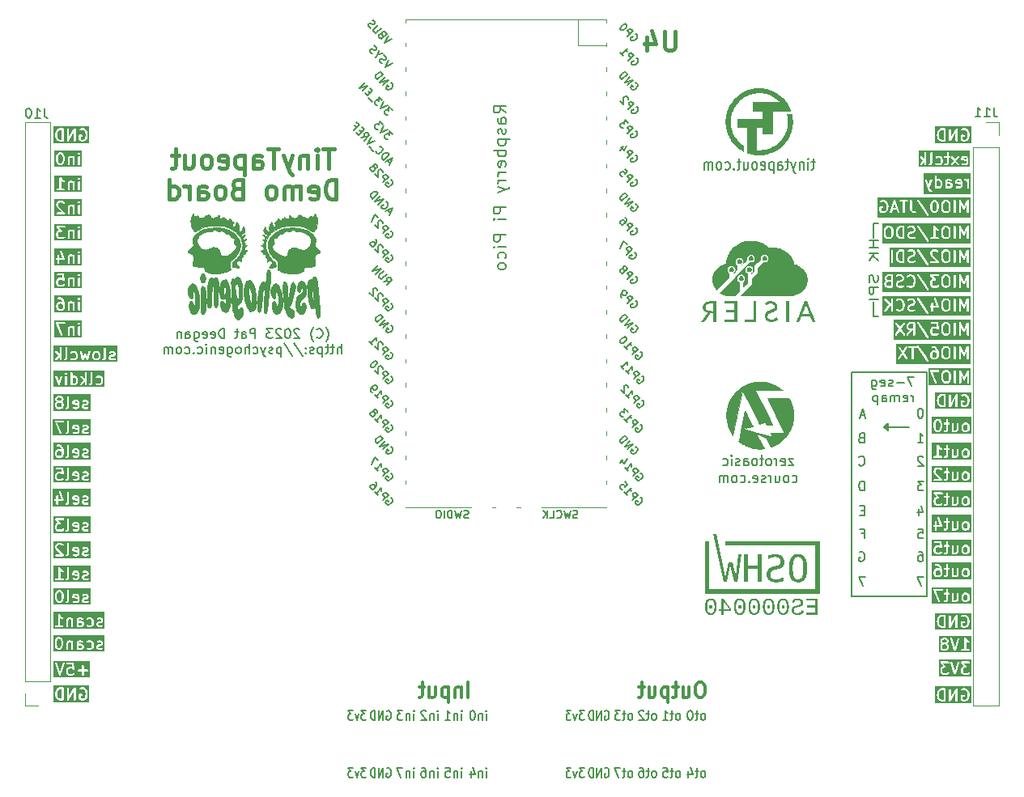
<source format=gbr>
G04 #@! TF.GenerationSoftware,KiCad,Pcbnew,7.0.9-7.0.9~ubuntu22.04.1*
G04 #@! TF.CreationDate,2023-12-06T12:24:42-05:00*
G04 #@! TF.ProjectId,mpw-mb1,6d70772d-6d62-4312-9e6b-696361645f70,2.2.5*
G04 #@! TF.SameCoordinates,PX35e1f20PY8044ea0*
G04 #@! TF.FileFunction,Legend,Bot*
G04 #@! TF.FilePolarity,Positive*
%FSLAX46Y46*%
G04 Gerber Fmt 4.6, Leading zero omitted, Abs format (unit mm)*
G04 Created by KiCad (PCBNEW 7.0.9-7.0.9~ubuntu22.04.1) date 2023-12-06 12:24:42*
%MOMM*%
%LPD*%
G01*
G04 APERTURE LIST*
%ADD10C,0.200000*%
%ADD11C,0.150000*%
%ADD12C,0.400000*%
%ADD13C,0.170000*%
%ADD14C,0.300000*%
%ADD15C,0.010000*%
%ADD16C,0.120000*%
%ADD17C,0.007028*%
G04 APERTURE END LIST*
D10*
X90600000Y37700000D02*
X91000000Y38100000D01*
D11*
X95100000Y43400000D02*
X87200000Y43400000D01*
D10*
X93200000Y37700000D02*
X90600000Y37700000D01*
X91000000Y37300000D02*
X90600000Y37700000D01*
X91000000Y38100000D02*
X91000000Y37400000D01*
D11*
X87200000Y43200000D02*
X87200000Y20000000D01*
X90900000Y37900000D02*
X90900000Y37600000D01*
X89500000Y59000000D02*
X89500000Y57500000D01*
X90000000Y49250000D02*
X89500000Y49250000D01*
X87200000Y43400000D02*
X87200000Y43200000D01*
X90000000Y59000000D02*
X89500000Y59000000D01*
X89500000Y50750000D02*
X89500000Y49250000D01*
X87200000Y20000000D02*
X95100000Y20000000D01*
X91000000Y37400000D02*
X91000000Y37300000D01*
X95100000Y20000000D02*
X95100000Y43400000D01*
X88229887Y26553991D02*
X88563220Y26553991D01*
X88563220Y26030181D02*
X88563220Y27030181D01*
X88563220Y27030181D02*
X88087030Y27030181D01*
X94187030Y27030181D02*
X94663220Y27030181D01*
X94663220Y27030181D02*
X94710839Y26553991D01*
X94710839Y26553991D02*
X94663220Y26601610D01*
X94663220Y26601610D02*
X94567982Y26649229D01*
X94567982Y26649229D02*
X94329887Y26649229D01*
X94329887Y26649229D02*
X94234649Y26601610D01*
X94234649Y26601610D02*
X94187030Y26553991D01*
X94187030Y26553991D02*
X94139411Y26458753D01*
X94139411Y26458753D02*
X94139411Y26220658D01*
X94139411Y26220658D02*
X94187030Y26125420D01*
X94187030Y26125420D02*
X94234649Y26077800D01*
X94234649Y26077800D02*
X94329887Y26030181D01*
X94329887Y26030181D02*
X94567982Y26030181D01*
X94567982Y26030181D02*
X94663220Y26077800D01*
X94663220Y26077800D02*
X94710839Y26125420D01*
D10*
G36*
X7549242Y11485829D02*
G01*
X3758798Y11485829D01*
X3758798Y12987437D01*
X3930227Y12987437D01*
X3930697Y12925635D01*
X4330697Y11725635D01*
X4348619Y11701357D01*
X4366174Y11676805D01*
X4366928Y11676554D01*
X4367402Y11675912D01*
X4396167Y11666807D01*
X4424806Y11657260D01*
X4425566Y11657501D01*
X4426324Y11657261D01*
X4454902Y11666788D01*
X4483728Y11675912D01*
X4484201Y11676554D01*
X4484956Y11676805D01*
X4502510Y11701357D01*
X4520433Y11725635D01*
X4607164Y11985829D01*
X5068422Y11985829D01*
X5075545Y11963906D01*
X5078979Y11941108D01*
X5136122Y11826821D01*
X5147496Y11815274D01*
X5154854Y11800832D01*
X5211997Y11743690D01*
X5226438Y11736332D01*
X5237987Y11724957D01*
X5352272Y11667815D01*
X5375069Y11664382D01*
X5396993Y11657258D01*
X5682708Y11657258D01*
X5704631Y11664382D01*
X5727429Y11667815D01*
X5841714Y11724957D01*
X5853261Y11736331D01*
X5867704Y11743689D01*
X5924846Y11800832D01*
X5952905Y11855899D01*
X5943237Y11916942D01*
X5899535Y11960644D01*
X5838492Y11970312D01*
X5783425Y11942253D01*
X5737756Y11896586D01*
X5659101Y11857258D01*
X5420600Y11857258D01*
X5341943Y11896586D01*
X5307750Y11930780D01*
X5268422Y12009436D01*
X5268422Y12183498D01*
X6273316Y12183498D01*
X6309643Y12133498D01*
X6368422Y12114400D01*
X6725564Y12114400D01*
X6725564Y11757258D01*
X6744662Y11698479D01*
X6794662Y11662152D01*
X6856466Y11662152D01*
X6906466Y11698479D01*
X6925564Y11757258D01*
X6925564Y12114400D01*
X7282707Y12114400D01*
X7341486Y12133498D01*
X7377813Y12183498D01*
X7377813Y12245302D01*
X7341486Y12295302D01*
X7282707Y12314400D01*
X6925564Y12314400D01*
X6925564Y12671543D01*
X6906466Y12730322D01*
X6856466Y12766649D01*
X6794662Y12766649D01*
X6744662Y12730322D01*
X6725564Y12671543D01*
X6725564Y12314400D01*
X6368422Y12314400D01*
X6309643Y12295302D01*
X6273316Y12245302D01*
X6273316Y12183498D01*
X5268422Y12183498D01*
X5268422Y12247936D01*
X5307750Y12326593D01*
X5341942Y12360786D01*
X5420600Y12400115D01*
X5659100Y12400115D01*
X5737756Y12360787D01*
X5783425Y12315119D01*
X5808518Y12302333D01*
X5832851Y12288120D01*
X5835827Y12288418D01*
X5838492Y12287060D01*
X5866314Y12291467D01*
X5894348Y12294270D01*
X5896580Y12296261D01*
X5899535Y12296728D01*
X5919454Y12316648D01*
X5940485Y12335392D01*
X5941121Y12338315D01*
X5943237Y12340430D01*
X5947643Y12368254D01*
X5953640Y12395779D01*
X5896497Y12967208D01*
X5892099Y12977223D01*
X5892099Y12988160D01*
X5879953Y13004877D01*
X5871645Y13023795D01*
X5862200Y13029312D01*
X5855772Y13038160D01*
X5836120Y13044545D01*
X5818278Y13054967D01*
X5807394Y13053879D01*
X5796993Y13057258D01*
X5225565Y13057258D01*
X5166786Y13038160D01*
X5130459Y12988160D01*
X5130459Y12926356D01*
X5166786Y12876356D01*
X5225565Y12857258D01*
X5706494Y12857258D01*
X5733571Y12586488D01*
X5727430Y12589558D01*
X5704631Y12592992D01*
X5682708Y12600115D01*
X5396993Y12600115D01*
X5375069Y12592992D01*
X5352272Y12589558D01*
X5237986Y12532415D01*
X5226436Y12521040D01*
X5211997Y12513682D01*
X5154854Y12456540D01*
X5147496Y12442099D01*
X5136122Y12430551D01*
X5078979Y12316264D01*
X5075545Y12293467D01*
X5068422Y12271543D01*
X5068422Y11985829D01*
X4607164Y11985829D01*
X4920433Y12925635D01*
X4920903Y12987437D01*
X4884956Y13037711D01*
X4826324Y13057255D01*
X4767402Y13038604D01*
X4730697Y12988881D01*
X4425565Y12073485D01*
X4120433Y12988881D01*
X4083728Y13038604D01*
X4024806Y13057256D01*
X3966174Y13037711D01*
X3930227Y12987437D01*
X3758798Y12987437D01*
X3758798Y13228687D01*
X7549242Y13228687D01*
X7549242Y11485829D01*
G37*
D11*
X93758458Y42940181D02*
X93091792Y42940181D01*
X93091792Y42940181D02*
X93520363Y41940181D01*
X92710839Y42321134D02*
X91948935Y42321134D01*
X91520363Y41987800D02*
X91425125Y41940181D01*
X91425125Y41940181D02*
X91234649Y41940181D01*
X91234649Y41940181D02*
X91139411Y41987800D01*
X91139411Y41987800D02*
X91091792Y42083039D01*
X91091792Y42083039D02*
X91091792Y42130658D01*
X91091792Y42130658D02*
X91139411Y42225896D01*
X91139411Y42225896D02*
X91234649Y42273515D01*
X91234649Y42273515D02*
X91377506Y42273515D01*
X91377506Y42273515D02*
X91472744Y42321134D01*
X91472744Y42321134D02*
X91520363Y42416372D01*
X91520363Y42416372D02*
X91520363Y42463991D01*
X91520363Y42463991D02*
X91472744Y42559229D01*
X91472744Y42559229D02*
X91377506Y42606848D01*
X91377506Y42606848D02*
X91234649Y42606848D01*
X91234649Y42606848D02*
X91139411Y42559229D01*
X90282268Y41987800D02*
X90377506Y41940181D01*
X90377506Y41940181D02*
X90567982Y41940181D01*
X90567982Y41940181D02*
X90663220Y41987800D01*
X90663220Y41987800D02*
X90710839Y42083039D01*
X90710839Y42083039D02*
X90710839Y42463991D01*
X90710839Y42463991D02*
X90663220Y42559229D01*
X90663220Y42559229D02*
X90567982Y42606848D01*
X90567982Y42606848D02*
X90377506Y42606848D01*
X90377506Y42606848D02*
X90282268Y42559229D01*
X90282268Y42559229D02*
X90234649Y42463991D01*
X90234649Y42463991D02*
X90234649Y42368753D01*
X90234649Y42368753D02*
X90710839Y42273515D01*
X89377506Y42606848D02*
X89377506Y41797324D01*
X89377506Y41797324D02*
X89425125Y41702086D01*
X89425125Y41702086D02*
X89472744Y41654467D01*
X89472744Y41654467D02*
X89567982Y41606848D01*
X89567982Y41606848D02*
X89710839Y41606848D01*
X89710839Y41606848D02*
X89806077Y41654467D01*
X89377506Y41987800D02*
X89472744Y41940181D01*
X89472744Y41940181D02*
X89663220Y41940181D01*
X89663220Y41940181D02*
X89758458Y41987800D01*
X89758458Y41987800D02*
X89806077Y42035420D01*
X89806077Y42035420D02*
X89853696Y42130658D01*
X89853696Y42130658D02*
X89853696Y42416372D01*
X89853696Y42416372D02*
X89806077Y42511610D01*
X89806077Y42511610D02*
X89758458Y42559229D01*
X89758458Y42559229D02*
X89663220Y42606848D01*
X89663220Y42606848D02*
X89472744Y42606848D01*
X89472744Y42606848D02*
X89377506Y42559229D01*
X93663220Y40330181D02*
X93663220Y40996848D01*
X93663220Y40806372D02*
X93615601Y40901610D01*
X93615601Y40901610D02*
X93567982Y40949229D01*
X93567982Y40949229D02*
X93472744Y40996848D01*
X93472744Y40996848D02*
X93377506Y40996848D01*
X92663220Y40377800D02*
X92758458Y40330181D01*
X92758458Y40330181D02*
X92948934Y40330181D01*
X92948934Y40330181D02*
X93044172Y40377800D01*
X93044172Y40377800D02*
X93091791Y40473039D01*
X93091791Y40473039D02*
X93091791Y40853991D01*
X93091791Y40853991D02*
X93044172Y40949229D01*
X93044172Y40949229D02*
X92948934Y40996848D01*
X92948934Y40996848D02*
X92758458Y40996848D01*
X92758458Y40996848D02*
X92663220Y40949229D01*
X92663220Y40949229D02*
X92615601Y40853991D01*
X92615601Y40853991D02*
X92615601Y40758753D01*
X92615601Y40758753D02*
X93091791Y40663515D01*
X92187029Y40330181D02*
X92187029Y40996848D01*
X92187029Y40901610D02*
X92139410Y40949229D01*
X92139410Y40949229D02*
X92044172Y40996848D01*
X92044172Y40996848D02*
X91901315Y40996848D01*
X91901315Y40996848D02*
X91806077Y40949229D01*
X91806077Y40949229D02*
X91758458Y40853991D01*
X91758458Y40853991D02*
X91758458Y40330181D01*
X91758458Y40853991D02*
X91710839Y40949229D01*
X91710839Y40949229D02*
X91615601Y40996848D01*
X91615601Y40996848D02*
X91472744Y40996848D01*
X91472744Y40996848D02*
X91377505Y40949229D01*
X91377505Y40949229D02*
X91329886Y40853991D01*
X91329886Y40853991D02*
X91329886Y40330181D01*
X90425125Y40330181D02*
X90425125Y40853991D01*
X90425125Y40853991D02*
X90472744Y40949229D01*
X90472744Y40949229D02*
X90567982Y40996848D01*
X90567982Y40996848D02*
X90758458Y40996848D01*
X90758458Y40996848D02*
X90853696Y40949229D01*
X90425125Y40377800D02*
X90520363Y40330181D01*
X90520363Y40330181D02*
X90758458Y40330181D01*
X90758458Y40330181D02*
X90853696Y40377800D01*
X90853696Y40377800D02*
X90901315Y40473039D01*
X90901315Y40473039D02*
X90901315Y40568277D01*
X90901315Y40568277D02*
X90853696Y40663515D01*
X90853696Y40663515D02*
X90758458Y40711134D01*
X90758458Y40711134D02*
X90520363Y40711134D01*
X90520363Y40711134D02*
X90425125Y40758753D01*
X89948934Y40996848D02*
X89948934Y39996848D01*
X89948934Y40949229D02*
X89853696Y40996848D01*
X89853696Y40996848D02*
X89663220Y40996848D01*
X89663220Y40996848D02*
X89567982Y40949229D01*
X89567982Y40949229D02*
X89520363Y40901610D01*
X89520363Y40901610D02*
X89472744Y40806372D01*
X89472744Y40806372D02*
X89472744Y40520658D01*
X89472744Y40520658D02*
X89520363Y40425420D01*
X89520363Y40425420D02*
X89567982Y40377800D01*
X89567982Y40377800D02*
X89663220Y40330181D01*
X89663220Y40330181D02*
X89853696Y40330181D01*
X89853696Y40330181D02*
X89948934Y40377800D01*
D10*
G36*
X6236742Y37725580D02*
G01*
X6268421Y37662222D01*
X6268421Y37579239D01*
X5896993Y37653524D01*
X5896993Y37662223D01*
X5928670Y37725580D01*
X5992029Y37757258D01*
X6173385Y37757258D01*
X6236742Y37725580D01*
G37*
G36*
X7611279Y36785829D02*
G01*
X3699478Y36785829D01*
X3699478Y38279416D01*
X3870907Y38279416D01*
X3873316Y38252944D01*
X3873316Y38226356D01*
X3876081Y38222550D01*
X3876508Y38217866D01*
X4390793Y37017866D01*
X4431501Y36971363D01*
X4491769Y36957669D01*
X4548575Y36982015D01*
X4580223Y37035101D01*
X4579562Y37042365D01*
X5012394Y37042365D01*
X5040033Y36987086D01*
X5094886Y36958610D01*
X5156000Y36967815D01*
X5270285Y37024957D01*
X5270851Y37025516D01*
X5271638Y37025646D01*
X5292799Y37047132D01*
X5314318Y37068325D01*
X5314448Y37069113D01*
X5315007Y37069679D01*
X5372150Y37183965D01*
X5375583Y37206763D01*
X5382707Y37228686D01*
X5382707Y37571543D01*
X5696993Y37571543D01*
X5698856Y37565807D01*
X5697674Y37559893D01*
X5708260Y37536866D01*
X5716091Y37512764D01*
X5720969Y37509220D01*
X5723489Y37503739D01*
X5745589Y37491333D01*
X5766091Y37476437D01*
X5772123Y37476437D01*
X5777381Y37473485D01*
X6268421Y37375278D01*
X6268421Y37252294D01*
X6236742Y37188936D01*
X6173386Y37157258D01*
X5992028Y37157258D01*
X5898856Y37203843D01*
X5837741Y37213048D01*
X5782889Y37184572D01*
X5755250Y37129292D01*
X5765381Y37068325D01*
X5809414Y37024957D01*
X5923700Y36967815D01*
X5946497Y36964382D01*
X5968421Y36957258D01*
X6196993Y36957258D01*
X6218916Y36964382D01*
X6241714Y36967815D01*
X6355999Y37024957D01*
X6356565Y37025516D01*
X6357352Y37025646D01*
X6378513Y37047132D01*
X6400032Y37068325D01*
X6400162Y37069113D01*
X6400721Y37069679D01*
X6457864Y37183965D01*
X6461297Y37206763D01*
X6468421Y37228686D01*
X6725564Y37228686D01*
X6732687Y37206763D01*
X6736121Y37183965D01*
X6793264Y37069678D01*
X6793822Y37069112D01*
X6793953Y37068325D01*
X6815455Y37047147D01*
X6836633Y37025646D01*
X6837419Y37025516D01*
X6837986Y37024957D01*
X6952272Y36967815D01*
X6975069Y36964382D01*
X6996993Y36957258D01*
X7225564Y36957258D01*
X7247487Y36964382D01*
X7270285Y36967815D01*
X7384571Y37024957D01*
X7428604Y37068325D01*
X7438735Y37129292D01*
X7411096Y37184572D01*
X7356244Y37213048D01*
X7295129Y37203843D01*
X7201957Y37157258D01*
X7020600Y37157258D01*
X6957242Y37188937D01*
X6925564Y37252293D01*
X6925564Y37262222D01*
X6957242Y37325580D01*
X7020601Y37357258D01*
X7168422Y37357258D01*
X7190345Y37364382D01*
X7213143Y37367815D01*
X7327428Y37424957D01*
X7327994Y37425516D01*
X7328781Y37425646D01*
X7349942Y37447132D01*
X7371461Y37468325D01*
X7371591Y37469113D01*
X7372150Y37469679D01*
X7429293Y37583965D01*
X7432726Y37606763D01*
X7439850Y37628686D01*
X7439850Y37685829D01*
X7432726Y37707753D01*
X7429293Y37730550D01*
X7372150Y37844836D01*
X7371591Y37845403D01*
X7371461Y37846189D01*
X7349959Y37867367D01*
X7328781Y37888869D01*
X7327994Y37889000D01*
X7327429Y37889557D01*
X7213144Y37946701D01*
X7190345Y37950135D01*
X7168422Y37957258D01*
X6996993Y37957258D01*
X6975069Y37950135D01*
X6952272Y37946701D01*
X6837986Y37889558D01*
X6793953Y37846189D01*
X6783822Y37785222D01*
X6811461Y37729943D01*
X6866314Y37701467D01*
X6927428Y37710672D01*
X7020601Y37757258D01*
X7144814Y37757258D01*
X7208171Y37725580D01*
X7239850Y37662222D01*
X7239850Y37652294D01*
X7208171Y37588936D01*
X7144815Y37557258D01*
X6996993Y37557258D01*
X6975069Y37550135D01*
X6952272Y37546701D01*
X6837986Y37489558D01*
X6837419Y37489000D01*
X6836633Y37488869D01*
X6815439Y37467352D01*
X6793953Y37446189D01*
X6793822Y37445405D01*
X6793264Y37444837D01*
X6736121Y37330550D01*
X6732687Y37307753D01*
X6725564Y37285829D01*
X6725564Y37228686D01*
X6468421Y37228686D01*
X6468421Y37685829D01*
X6461297Y37707753D01*
X6457864Y37730550D01*
X6400721Y37844836D01*
X6400162Y37845403D01*
X6400032Y37846189D01*
X6378530Y37867367D01*
X6357352Y37888869D01*
X6356565Y37889000D01*
X6356000Y37889557D01*
X6241715Y37946701D01*
X6218916Y37950135D01*
X6196993Y37957258D01*
X5968421Y37957258D01*
X5946497Y37950135D01*
X5923700Y37946701D01*
X5809414Y37889558D01*
X5808847Y37889000D01*
X5808060Y37888869D01*
X5786866Y37867351D01*
X5765381Y37846189D01*
X5765250Y37845403D01*
X5764692Y37844836D01*
X5707550Y37730550D01*
X5704116Y37707753D01*
X5696993Y37685829D01*
X5696993Y37571543D01*
X5382707Y37571543D01*
X5382707Y38257258D01*
X5363609Y38316037D01*
X5313609Y38352364D01*
X5251805Y38352364D01*
X5201805Y38316037D01*
X5182707Y38257258D01*
X5182707Y37252294D01*
X5151028Y37188936D01*
X5066558Y37146701D01*
X5022525Y37103332D01*
X5012394Y37042365D01*
X4579562Y37042365D01*
X4574622Y37096650D01*
X4120075Y38157258D01*
X4768422Y38157258D01*
X4827201Y38176356D01*
X4863528Y38226356D01*
X4863528Y38288160D01*
X4827201Y38338160D01*
X4768422Y38357258D01*
X3968422Y38357258D01*
X3963948Y38355805D01*
X3959361Y38356847D01*
X3934925Y38346375D01*
X3909643Y38338160D01*
X3906877Y38334355D01*
X3902554Y38332501D01*
X3888939Y38309665D01*
X3873316Y38288160D01*
X3873316Y38283457D01*
X3870907Y38279416D01*
X3699478Y38279416D01*
X3699478Y38528687D01*
X7611279Y38528687D01*
X7611279Y36785829D01*
G37*
D11*
X38609523Y1982562D02*
X38685713Y2030181D01*
X38685713Y2030181D02*
X38799999Y2030181D01*
X38799999Y2030181D02*
X38914285Y1982562D01*
X38914285Y1982562D02*
X38990475Y1887324D01*
X38990475Y1887324D02*
X39028570Y1792086D01*
X39028570Y1792086D02*
X39066666Y1601610D01*
X39066666Y1601610D02*
X39066666Y1458753D01*
X39066666Y1458753D02*
X39028570Y1268277D01*
X39028570Y1268277D02*
X38990475Y1173039D01*
X38990475Y1173039D02*
X38914285Y1077800D01*
X38914285Y1077800D02*
X38799999Y1030181D01*
X38799999Y1030181D02*
X38723808Y1030181D01*
X38723808Y1030181D02*
X38609523Y1077800D01*
X38609523Y1077800D02*
X38571427Y1125420D01*
X38571427Y1125420D02*
X38571427Y1458753D01*
X38571427Y1458753D02*
X38723808Y1458753D01*
X38228570Y1030181D02*
X38228570Y2030181D01*
X38228570Y2030181D02*
X37771427Y1030181D01*
X37771427Y1030181D02*
X37771427Y2030181D01*
X37390475Y1030181D02*
X37390475Y2030181D01*
X37390475Y2030181D02*
X37199999Y2030181D01*
X37199999Y2030181D02*
X37085713Y1982562D01*
X37085713Y1982562D02*
X37009523Y1887324D01*
X37009523Y1887324D02*
X36971428Y1792086D01*
X36971428Y1792086D02*
X36933332Y1601610D01*
X36933332Y1601610D02*
X36933332Y1458753D01*
X36933332Y1458753D02*
X36971428Y1268277D01*
X36971428Y1268277D02*
X37009523Y1173039D01*
X37009523Y1173039D02*
X37085713Y1077800D01*
X37085713Y1077800D02*
X37199999Y1030181D01*
X37199999Y1030181D02*
X37390475Y1030181D01*
D10*
G36*
X6752905Y52185829D02*
G01*
X3868421Y52185829D01*
X3868421Y52685829D01*
X4039850Y52685829D01*
X4046973Y52663906D01*
X4050407Y52641108D01*
X4107550Y52526821D01*
X4118924Y52515274D01*
X4126282Y52500832D01*
X4183425Y52443690D01*
X4197866Y52436332D01*
X4209415Y52424957D01*
X4323700Y52367815D01*
X4346497Y52364382D01*
X4368421Y52357258D01*
X4654136Y52357258D01*
X4676059Y52364382D01*
X4698857Y52367815D01*
X4813142Y52424957D01*
X4824689Y52436331D01*
X4839132Y52443689D01*
X4852701Y52457258D01*
X5239850Y52457258D01*
X5258948Y52398479D01*
X5308948Y52362152D01*
X5370752Y52362152D01*
X5420752Y52398479D01*
X5439850Y52457258D01*
X5439850Y53062223D01*
X5471527Y53125580D01*
X5534886Y53157258D01*
X5659099Y53157258D01*
X5737755Y53117930D01*
X5754135Y53101551D01*
X5754135Y52457258D01*
X5773233Y52398479D01*
X5823233Y52362152D01*
X5885037Y52362152D01*
X5935037Y52398479D01*
X5954135Y52457258D01*
X6325564Y52457258D01*
X6344662Y52398479D01*
X6394662Y52362152D01*
X6456466Y52362152D01*
X6506466Y52398479D01*
X6525564Y52457258D01*
X6525564Y53257258D01*
X6506466Y53316037D01*
X6456466Y53352364D01*
X6394662Y53352364D01*
X6344662Y53316037D01*
X6325564Y53257258D01*
X6325564Y52457258D01*
X5954135Y52457258D01*
X5954135Y53257258D01*
X5935037Y53316037D01*
X5885037Y53352364D01*
X5823233Y53352364D01*
X5779560Y53320635D01*
X5727429Y53346701D01*
X5704630Y53350135D01*
X5682707Y53357258D01*
X5511278Y53357258D01*
X5489354Y53350135D01*
X5466557Y53346701D01*
X5352271Y53289558D01*
X5351704Y53289000D01*
X5350917Y53288869D01*
X5329723Y53267351D01*
X5308238Y53246189D01*
X5308107Y53245403D01*
X5307549Y53244836D01*
X5250407Y53130550D01*
X5246973Y53107753D01*
X5239850Y53085829D01*
X5239850Y52457258D01*
X4852701Y52457258D01*
X4896274Y52500832D01*
X4924333Y52555899D01*
X4914665Y52616942D01*
X4870963Y52660644D01*
X4809920Y52670312D01*
X4754853Y52642253D01*
X4709184Y52596586D01*
X4630529Y52557258D01*
X4392028Y52557258D01*
X4313371Y52596586D01*
X4279178Y52630780D01*
X4239850Y52709436D01*
X4239850Y52947936D01*
X4279178Y53026593D01*
X4313370Y53060786D01*
X4392028Y53100115D01*
X4630528Y53100115D01*
X4709184Y53060787D01*
X4754853Y53015119D01*
X4779946Y53002333D01*
X4804279Y52988120D01*
X4807255Y52988418D01*
X4809920Y52987060D01*
X4837742Y52991467D01*
X4865776Y52994270D01*
X4868008Y52996261D01*
X4870963Y52996728D01*
X4890882Y53016648D01*
X4911913Y53035392D01*
X4912549Y53038315D01*
X4914665Y53040430D01*
X4919071Y53068254D01*
X4925068Y53095779D01*
X4876199Y53584472D01*
X6269652Y53584472D01*
X6276842Y53570361D01*
X6279320Y53554716D01*
X6290519Y53543517D01*
X6297710Y53529404D01*
X6354853Y53472262D01*
X6368964Y53465072D01*
X6380165Y53453871D01*
X6388134Y53452609D01*
X6394662Y53447866D01*
X6402731Y53447866D01*
X6409920Y53444203D01*
X6425563Y53446681D01*
X6441207Y53444203D01*
X6448396Y53447866D01*
X6456466Y53447866D01*
X6462994Y53452609D01*
X6470963Y53453871D01*
X6482162Y53465071D01*
X6496275Y53472261D01*
X6553417Y53529404D01*
X6560607Y53543516D01*
X6571808Y53554716D01*
X6574285Y53570360D01*
X6581476Y53584471D01*
X6578998Y53600115D01*
X6581476Y53615759D01*
X6574285Y53629871D01*
X6571808Y53645514D01*
X6560607Y53656715D01*
X6553417Y53670826D01*
X6496275Y53727969D01*
X6482162Y53735160D01*
X6470963Y53746359D01*
X6462994Y53747622D01*
X6456466Y53752364D01*
X6448396Y53752364D01*
X6441207Y53756027D01*
X6425563Y53753550D01*
X6409920Y53756027D01*
X6402731Y53752364D01*
X6394662Y53752364D01*
X6388134Y53747622D01*
X6380165Y53746359D01*
X6368964Y53735159D01*
X6354853Y53727968D01*
X6297710Y53670826D01*
X6290519Y53656714D01*
X6279320Y53645514D01*
X6276842Y53629870D01*
X6269652Y53615758D01*
X6272129Y53600115D01*
X6269652Y53584472D01*
X4876199Y53584472D01*
X4867925Y53667208D01*
X4863527Y53677223D01*
X4863527Y53688160D01*
X4851381Y53704877D01*
X4843073Y53723795D01*
X4833628Y53729312D01*
X4827200Y53738160D01*
X4807548Y53744545D01*
X4789706Y53754967D01*
X4778822Y53753879D01*
X4768421Y53757258D01*
X4196993Y53757258D01*
X4138214Y53738160D01*
X4101887Y53688160D01*
X4101887Y53626356D01*
X4138214Y53576356D01*
X4196993Y53557258D01*
X4677922Y53557258D01*
X4704999Y53286488D01*
X4698858Y53289558D01*
X4676059Y53292992D01*
X4654136Y53300115D01*
X4368421Y53300115D01*
X4346497Y53292992D01*
X4323700Y53289558D01*
X4209414Y53232415D01*
X4197864Y53221040D01*
X4183425Y53213682D01*
X4126282Y53156540D01*
X4118924Y53142099D01*
X4107550Y53130551D01*
X4050407Y53016264D01*
X4046973Y52993467D01*
X4039850Y52971543D01*
X4039850Y52685829D01*
X3868421Y52685829D01*
X3868421Y53928687D01*
X6752905Y53928687D01*
X6752905Y52185829D01*
G37*
G36*
X91266328Y58517930D02*
G01*
X91349552Y58434705D01*
X91396992Y58244948D01*
X91396992Y57869568D01*
X91349552Y57679811D01*
X91266329Y57596587D01*
X91187671Y57557258D01*
X91006313Y57557258D01*
X90927657Y57596586D01*
X90844430Y57679813D01*
X90796992Y57869568D01*
X90796992Y58244948D01*
X90844430Y58434703D01*
X90927657Y58517930D01*
X91006313Y58557258D01*
X91187671Y58557258D01*
X91266328Y58517930D01*
G37*
G36*
X92539849Y57557258D02*
G01*
X92370362Y57557258D01*
X92236724Y57601803D01*
X92150607Y57687921D01*
X92105629Y57777877D01*
X92054135Y57983853D01*
X92054135Y58130662D01*
X92105629Y58336638D01*
X92150607Y58426595D01*
X92236724Y58512713D01*
X92370362Y58557258D01*
X92539849Y58557258D01*
X92539849Y57557258D01*
G37*
G36*
X97266328Y58517930D02*
G01*
X97349552Y58434705D01*
X97396992Y58244948D01*
X97396992Y57869568D01*
X97349552Y57679811D01*
X97266329Y57596587D01*
X97187671Y57557258D01*
X97006313Y57557258D01*
X96927657Y57596586D01*
X96844430Y57679813D01*
X96796992Y57869568D01*
X96796992Y58244948D01*
X96844430Y58434703D01*
X96927657Y58517930D01*
X97006313Y58557258D01*
X97187671Y58557258D01*
X97266328Y58517930D01*
G37*
G36*
X99654136Y56903839D02*
G01*
X90425563Y56903839D01*
X90425563Y57857258D01*
X90596992Y57857258D01*
X90600838Y57845421D01*
X90599978Y57833004D01*
X90657121Y57604432D01*
X90671293Y57581784D01*
X90683424Y57557975D01*
X90797710Y57443689D01*
X90812153Y57436330D01*
X90823700Y57424957D01*
X90937985Y57367815D01*
X90960782Y57364382D01*
X90982706Y57357258D01*
X91211278Y57357258D01*
X91233201Y57364382D01*
X91255999Y57367815D01*
X91370285Y57424957D01*
X91381834Y57436332D01*
X91396275Y57443690D01*
X91510560Y57557976D01*
X91522689Y57581781D01*
X91536863Y57604432D01*
X91594006Y57833005D01*
X91593145Y57845421D01*
X91596992Y57857258D01*
X91596992Y57971543D01*
X91854135Y57971543D01*
X91857981Y57959706D01*
X91857121Y57947289D01*
X91914264Y57718718D01*
X91920175Y57709272D01*
X91921835Y57698251D01*
X91978978Y57583964D01*
X91990352Y57572416D01*
X91997710Y57557976D01*
X92111995Y57443690D01*
X92132536Y57433224D01*
X92151084Y57419532D01*
X92322513Y57362389D01*
X92338721Y57362266D01*
X92354135Y57357258D01*
X92639849Y57357258D01*
X92654912Y57362152D01*
X92670751Y57362152D01*
X92683564Y57371462D01*
X92698628Y57376356D01*
X92707937Y57389170D01*
X92720751Y57398479D01*
X92725645Y57413543D01*
X92734955Y57426356D01*
X92734955Y57442196D01*
X92739849Y57457258D01*
X92739849Y57685829D01*
X93054135Y57685829D01*
X93061258Y57663906D01*
X93064692Y57641108D01*
X93121835Y57526821D01*
X93133209Y57515274D01*
X93140567Y57500832D01*
X93197710Y57443690D01*
X93212151Y57436332D01*
X93223700Y57424957D01*
X93337985Y57367815D01*
X93360782Y57364382D01*
X93382706Y57357258D01*
X93668421Y57357258D01*
X93683836Y57362267D01*
X93700043Y57362390D01*
X93871472Y57419532D01*
X93921195Y57456237D01*
X93939847Y57515159D01*
X93920303Y57573791D01*
X93870029Y57609738D01*
X93808227Y57609269D01*
X93652195Y57557258D01*
X93406313Y57557258D01*
X93327656Y57596586D01*
X93293463Y57630780D01*
X93254135Y57709436D01*
X93254135Y57776507D01*
X93293463Y57855164D01*
X93327655Y57889357D01*
X93417608Y57934335D01*
X93635532Y57988815D01*
X93644978Y57994726D01*
X93656000Y57996386D01*
X93770285Y58053530D01*
X93781831Y58064903D01*
X93796274Y58072261D01*
X93853416Y58129404D01*
X93860773Y58143844D01*
X93872149Y58155393D01*
X93929292Y58269679D01*
X93932725Y58292477D01*
X93939849Y58314400D01*
X93939849Y58428686D01*
X93932725Y58450610D01*
X93929292Y58473407D01*
X93872149Y58587693D01*
X93860774Y58599242D01*
X93853416Y58613683D01*
X93796274Y58670826D01*
X93781831Y58678185D01*
X93770285Y58689557D01*
X93712539Y58718431D01*
X94082787Y58718431D01*
X94099501Y58658930D01*
X95128073Y57116073D01*
X95176568Y57077759D01*
X95238321Y57075268D01*
X95289746Y57109551D01*
X95311197Y57167512D01*
X95294483Y57227013D01*
X95161588Y57426356D01*
X95459029Y57426356D01*
X95495356Y57376356D01*
X95554135Y57357258D01*
X96239849Y57357258D01*
X96298628Y57376356D01*
X96334955Y57426356D01*
X96334955Y57488160D01*
X96298628Y57538160D01*
X96239849Y57557258D01*
X95996992Y57557258D01*
X95996992Y57857258D01*
X96596992Y57857258D01*
X96600838Y57845421D01*
X96599978Y57833004D01*
X96657121Y57604432D01*
X96671293Y57581784D01*
X96683424Y57557975D01*
X96797710Y57443689D01*
X96812153Y57436330D01*
X96823700Y57424957D01*
X96937985Y57367815D01*
X96960782Y57364382D01*
X96982706Y57357258D01*
X97211278Y57357258D01*
X97233201Y57364382D01*
X97255999Y57367815D01*
X97370285Y57424957D01*
X97381834Y57436332D01*
X97396275Y57443690D01*
X97409843Y57457258D01*
X97911278Y57457258D01*
X97930376Y57398479D01*
X97980376Y57362152D01*
X98042180Y57362152D01*
X98092180Y57398479D01*
X98111278Y57457258D01*
X98482707Y57457258D01*
X98501805Y57398479D01*
X98551805Y57362152D01*
X98613609Y57362152D01*
X98663609Y57398479D01*
X98682707Y57457258D01*
X98682707Y58206502D01*
X98892089Y57757826D01*
X98905183Y57743793D01*
X98914485Y57727000D01*
X98925761Y57721738D01*
X98934252Y57712638D01*
X98953099Y57708981D01*
X98970491Y57700864D01*
X98982704Y57703235D01*
X98994923Y57700863D01*
X99012319Y57708982D01*
X99031162Y57712638D01*
X99039650Y57721736D01*
X99050929Y57726999D01*
X99060232Y57743794D01*
X99073325Y57757826D01*
X99282707Y58206503D01*
X99282707Y57457258D01*
X99301805Y57398479D01*
X99351805Y57362152D01*
X99413609Y57362152D01*
X99463609Y57398479D01*
X99482707Y57457258D01*
X99482707Y58657258D01*
X99479678Y58666581D01*
X99480876Y58676311D01*
X99470331Y58695348D01*
X99463609Y58716037D01*
X99455679Y58721799D01*
X99450929Y58730374D01*
X99431210Y58739577D01*
X99413609Y58752364D01*
X99403807Y58752364D01*
X99394923Y58756510D01*
X99373561Y58752364D01*
X99351805Y58752364D01*
X99343875Y58746603D01*
X99334252Y58744735D01*
X99319408Y58728827D01*
X99301805Y58716037D01*
X99298775Y58706714D01*
X99292089Y58699547D01*
X98982706Y58036586D01*
X98673325Y58699547D01*
X98666638Y58706714D01*
X98663609Y58716037D01*
X98646005Y58728827D01*
X98631162Y58744735D01*
X98621539Y58746603D01*
X98613609Y58752364D01*
X98591850Y58752364D01*
X98570491Y58756509D01*
X98561609Y58752364D01*
X98551805Y58752364D01*
X98534200Y58739574D01*
X98514485Y58730373D01*
X98509735Y58721799D01*
X98501805Y58716037D01*
X98495081Y58695345D01*
X98484538Y58676310D01*
X98485735Y58666580D01*
X98482707Y58657258D01*
X98482707Y57457258D01*
X98111278Y57457258D01*
X98111278Y58657258D01*
X98092180Y58716037D01*
X98042180Y58752364D01*
X97980376Y58752364D01*
X97930376Y58716037D01*
X97911278Y58657258D01*
X97911278Y57457258D01*
X97409843Y57457258D01*
X97510560Y57557976D01*
X97522689Y57581781D01*
X97536863Y57604432D01*
X97594006Y57833005D01*
X97593145Y57845421D01*
X97596992Y57857258D01*
X97596992Y58257258D01*
X97593145Y58269096D01*
X97594006Y58281511D01*
X97536863Y58510083D01*
X97522689Y58532735D01*
X97510560Y58556539D01*
X97396275Y58670825D01*
X97381835Y58678183D01*
X97370286Y58689558D01*
X97255999Y58746701D01*
X97233201Y58750135D01*
X97211278Y58757258D01*
X96982706Y58757258D01*
X96960782Y58750135D01*
X96937985Y58746701D01*
X96823699Y58689558D01*
X96812151Y58678185D01*
X96797710Y58670826D01*
X96683424Y58556540D01*
X96671293Y58532732D01*
X96657121Y58510083D01*
X96599978Y58281512D01*
X96600838Y58269096D01*
X96596992Y58257258D01*
X96596992Y57857258D01*
X95996992Y57857258D01*
X95996992Y58358694D01*
X96054852Y58300833D01*
X96069293Y58293475D01*
X96080842Y58282100D01*
X96195128Y58224957D01*
X96256242Y58215752D01*
X96311095Y58244228D01*
X96338735Y58299507D01*
X96328603Y58360474D01*
X96284571Y58403843D01*
X96184798Y58453730D01*
X96088991Y58549537D01*
X95980197Y58712728D01*
X95978545Y58714034D01*
X95977894Y58716037D01*
X95954436Y58733080D01*
X95931702Y58751041D01*
X95929598Y58751126D01*
X95927894Y58752364D01*
X95898904Y58752364D01*
X95869949Y58753532D01*
X95868197Y58752364D01*
X95866090Y58752364D01*
X95842635Y58735324D01*
X95818525Y58719250D01*
X95817794Y58717276D01*
X95816090Y58716037D01*
X95807134Y58688474D01*
X95797073Y58661289D01*
X95797642Y58659261D01*
X95796992Y58657258D01*
X95796992Y57557258D01*
X95554135Y57557258D01*
X95495356Y57538160D01*
X95459029Y57488160D01*
X95459029Y57426356D01*
X95161588Y57426356D01*
X94265911Y58769870D01*
X94217416Y58808183D01*
X94155663Y58810674D01*
X94104239Y58776392D01*
X94082787Y58718431D01*
X93712539Y58718431D01*
X93656000Y58746701D01*
X93633201Y58750135D01*
X93611278Y58757258D01*
X93325563Y58757258D01*
X93310147Y58752250D01*
X93293940Y58752126D01*
X93122512Y58694983D01*
X93072789Y58658278D01*
X93054137Y58599356D01*
X93073682Y58540723D01*
X93123956Y58504777D01*
X93185758Y58505247D01*
X93341790Y58557258D01*
X93587670Y58557258D01*
X93666326Y58517930D01*
X93700520Y58483737D01*
X93739849Y58405079D01*
X93739849Y58338007D01*
X93700519Y58259350D01*
X93666326Y58225158D01*
X93576371Y58180180D01*
X93358452Y58125700D01*
X93349005Y58119789D01*
X93337985Y58118129D01*
X93223699Y58060986D01*
X93212149Y58049611D01*
X93197710Y58042253D01*
X93140567Y57985111D01*
X93133208Y57970669D01*
X93121836Y57959122D01*
X93064692Y57844837D01*
X93061258Y57822039D01*
X93054135Y57800115D01*
X93054135Y57685829D01*
X92739849Y57685829D01*
X92739849Y58657258D01*
X92734955Y58672321D01*
X92734955Y58688160D01*
X92725645Y58700974D01*
X92720751Y58716037D01*
X92707937Y58725347D01*
X92698628Y58738160D01*
X92683564Y58743055D01*
X92670751Y58752364D01*
X92654912Y58752364D01*
X92639849Y58757258D01*
X92354135Y58757258D01*
X92338719Y58752250D01*
X92322512Y58752126D01*
X92151083Y58694983D01*
X92132534Y58681291D01*
X92111995Y58670825D01*
X91997710Y58556539D01*
X91990352Y58542100D01*
X91978978Y58530551D01*
X91921835Y58416264D01*
X91920175Y58405244D01*
X91914264Y58395797D01*
X91857121Y58167226D01*
X91857981Y58154810D01*
X91854135Y58142972D01*
X91854135Y57971543D01*
X91596992Y57971543D01*
X91596992Y58257258D01*
X91593145Y58269096D01*
X91594006Y58281511D01*
X91536863Y58510083D01*
X91522689Y58532735D01*
X91510560Y58556539D01*
X91396275Y58670825D01*
X91381835Y58678183D01*
X91370286Y58689558D01*
X91255999Y58746701D01*
X91233201Y58750135D01*
X91211278Y58757258D01*
X90982706Y58757258D01*
X90960782Y58750135D01*
X90937985Y58746701D01*
X90823699Y58689558D01*
X90812151Y58678185D01*
X90797710Y58670826D01*
X90683424Y58556540D01*
X90671293Y58532732D01*
X90657121Y58510083D01*
X90599978Y58281512D01*
X90600838Y58269096D01*
X90596992Y58257258D01*
X90596992Y57857258D01*
X90425563Y57857258D01*
X90425563Y58982103D01*
X99654136Y58982103D01*
X99654136Y56903839D01*
G37*
G36*
X96845863Y16857258D02*
G01*
X96676376Y16857258D01*
X96542738Y16901803D01*
X96456621Y16987921D01*
X96411643Y17077877D01*
X96360149Y17283853D01*
X96360149Y17430662D01*
X96411643Y17636638D01*
X96456621Y17726595D01*
X96542738Y17812713D01*
X96676376Y17857258D01*
X96845863Y17857258D01*
X96845863Y16857258D01*
G37*
G36*
X99731578Y16485829D02*
G01*
X95988720Y16485829D01*
X95988720Y17271543D01*
X96160149Y17271543D01*
X96163995Y17259706D01*
X96163135Y17247289D01*
X96220278Y17018718D01*
X96226189Y17009272D01*
X96227849Y16998251D01*
X96284992Y16883964D01*
X96296366Y16872416D01*
X96303724Y16857976D01*
X96418009Y16743690D01*
X96438550Y16733224D01*
X96457098Y16719532D01*
X96628527Y16662389D01*
X96644735Y16662266D01*
X96660149Y16657258D01*
X96945863Y16657258D01*
X96960926Y16662152D01*
X96976765Y16662152D01*
X96989578Y16671462D01*
X97004642Y16676356D01*
X97013951Y16689170D01*
X97026765Y16698479D01*
X97031659Y16713543D01*
X97040969Y16726356D01*
X97040969Y16742196D01*
X97045863Y16757258D01*
X97417292Y16757258D01*
X97419036Y16751890D01*
X97417887Y16746362D01*
X97428446Y16722926D01*
X97436390Y16698479D01*
X97440957Y16695161D01*
X97443276Y16690015D01*
X97465590Y16677264D01*
X97486390Y16662152D01*
X97492035Y16662152D01*
X97496937Y16659351D01*
X97522491Y16662152D01*
X97548194Y16662152D01*
X97552760Y16665470D01*
X97558372Y16666085D01*
X97577395Y16683368D01*
X97598194Y16698479D01*
X97599938Y16703849D01*
X97604116Y16707644D01*
X98103006Y17580702D01*
X98103006Y16757258D01*
X98122104Y16698479D01*
X98172104Y16662152D01*
X98233908Y16662152D01*
X98283908Y16698479D01*
X98303006Y16757258D01*
X98303006Y16871543D01*
X98617292Y16871543D01*
X98619785Y16863870D01*
X98618523Y16855900D01*
X98629153Y16835036D01*
X98636390Y16812764D01*
X98642918Y16808022D01*
X98646581Y16800832D01*
X98703724Y16743690D01*
X98724265Y16733224D01*
X98742813Y16719532D01*
X98914241Y16662389D01*
X98930449Y16662266D01*
X98945863Y16657258D01*
X99060149Y16657258D01*
X99075564Y16662267D01*
X99091771Y16662390D01*
X99263201Y16719532D01*
X99281749Y16733225D01*
X99302289Y16743690D01*
X99416574Y16857976D01*
X99423931Y16872417D01*
X99435306Y16883965D01*
X99492449Y16998251D01*
X99494108Y17009272D01*
X99500020Y17018718D01*
X99557163Y17247290D01*
X99556302Y17259706D01*
X99560149Y17271543D01*
X99560149Y17442972D01*
X99556302Y17454810D01*
X99557163Y17467225D01*
X99500020Y17695797D01*
X99494108Y17705244D01*
X99492449Y17716264D01*
X99435306Y17830550D01*
X99423931Y17842099D01*
X99416574Y17856539D01*
X99302289Y17970825D01*
X99281749Y17981291D01*
X99263201Y17994983D01*
X99091772Y18052126D01*
X99075564Y18052250D01*
X99060149Y18057258D01*
X98888721Y18057258D01*
X98866797Y18050135D01*
X98844000Y18046701D01*
X98729714Y17989558D01*
X98685681Y17946189D01*
X98675550Y17885222D01*
X98703189Y17829943D01*
X98758042Y17801467D01*
X98819156Y17810672D01*
X98912329Y17857258D01*
X99043922Y17857258D01*
X99177559Y17812713D01*
X99263676Y17726595D01*
X99308654Y17636638D01*
X99360149Y17430662D01*
X99360149Y17283854D01*
X99308654Y17077878D01*
X99263676Y16987921D01*
X99177560Y16901804D01*
X99043923Y16857258D01*
X98962090Y16857258D01*
X98828453Y16901803D01*
X98817292Y16912965D01*
X98817292Y17171543D01*
X98945863Y17171543D01*
X99004642Y17190641D01*
X99040969Y17240641D01*
X99040969Y17302445D01*
X99004642Y17352445D01*
X98945863Y17371543D01*
X98717292Y17371543D01*
X98702229Y17366649D01*
X98686390Y17366649D01*
X98673576Y17357340D01*
X98658513Y17352445D01*
X98649203Y17339632D01*
X98636390Y17330322D01*
X98631495Y17315259D01*
X98622186Y17302445D01*
X98622186Y17286606D01*
X98617292Y17271543D01*
X98617292Y16871543D01*
X98303006Y16871543D01*
X98303006Y17957258D01*
X98301261Y17962627D01*
X98302411Y17968154D01*
X98291851Y17991591D01*
X98283908Y18016037D01*
X98279340Y18019356D01*
X98277022Y18024501D01*
X98254707Y18037253D01*
X98233908Y18052364D01*
X98228263Y18052364D01*
X98223361Y18055165D01*
X98197807Y18052364D01*
X98172104Y18052364D01*
X98167537Y18049047D01*
X98161926Y18048431D01*
X98142902Y18031149D01*
X98122104Y18016037D01*
X98120359Y18010668D01*
X98116182Y18006872D01*
X97617292Y17133815D01*
X97617292Y17957258D01*
X97598194Y18016037D01*
X97548194Y18052364D01*
X97486390Y18052364D01*
X97436390Y18016037D01*
X97417292Y17957258D01*
X97417292Y16757258D01*
X97045863Y16757258D01*
X97045863Y17957258D01*
X97040969Y17972321D01*
X97040969Y17988160D01*
X97031659Y18000974D01*
X97026765Y18016037D01*
X97013951Y18025347D01*
X97004642Y18038160D01*
X96989578Y18043055D01*
X96976765Y18052364D01*
X96960926Y18052364D01*
X96945863Y18057258D01*
X96660149Y18057258D01*
X96644733Y18052250D01*
X96628526Y18052126D01*
X96457097Y17994983D01*
X96438548Y17981291D01*
X96418009Y17970825D01*
X96303724Y17856539D01*
X96296366Y17842100D01*
X96284992Y17830551D01*
X96227849Y17716264D01*
X96226189Y17705244D01*
X96220278Y17695797D01*
X96163135Y17467226D01*
X96163995Y17454810D01*
X96160149Y17442972D01*
X96160149Y17271543D01*
X95988720Y17271543D01*
X95988720Y18228687D01*
X99731578Y18228687D01*
X99731578Y16485829D01*
G37*
G36*
X6037756Y42817930D02*
G01*
X6071950Y42783737D01*
X6111279Y42705079D01*
X6111279Y42409437D01*
X6071950Y42330779D01*
X6037756Y42296586D01*
X5959101Y42257258D01*
X5777743Y42257258D01*
X5739851Y42276204D01*
X5739851Y42838312D01*
X5777743Y42857258D01*
X5959100Y42857258D01*
X6037756Y42817930D01*
G37*
G36*
X9111279Y41885829D02*
G01*
X3772463Y41885829D01*
X3772463Y42985402D01*
X3943892Y42985402D01*
X3945676Y42923624D01*
X4231391Y42123624D01*
X4248590Y42101334D01*
X4264476Y42078086D01*
X4267308Y42077075D01*
X4269146Y42074693D01*
X4296164Y42066769D01*
X4322679Y42057299D01*
X4325565Y42058146D01*
X4328451Y42057299D01*
X4354965Y42066769D01*
X4381984Y42074693D01*
X4383821Y42077075D01*
X4386654Y42078086D01*
X4402539Y42101334D01*
X4419739Y42123624D01*
X4431751Y42157258D01*
X4968422Y42157258D01*
X4987520Y42098479D01*
X5037520Y42062152D01*
X5099324Y42062152D01*
X5149324Y42098479D01*
X5168422Y42157258D01*
X5539851Y42157258D01*
X5558949Y42098479D01*
X5608949Y42062152D01*
X5670753Y42062152D01*
X5691130Y42076958D01*
X5709415Y42067815D01*
X5732212Y42064382D01*
X5754136Y42057258D01*
X5982708Y42057258D01*
X6004631Y42064382D01*
X6027429Y42067815D01*
X6141714Y42124957D01*
X6153261Y42136331D01*
X6167704Y42143689D01*
X6182791Y42158776D01*
X6568433Y42158776D01*
X6586637Y42099715D01*
X6636080Y42062632D01*
X6697876Y42061694D01*
X6748422Y42097258D01*
X7022098Y42462160D01*
X7025565Y42458693D01*
X7025565Y42157258D01*
X7044663Y42098479D01*
X7094663Y42062152D01*
X7156467Y42062152D01*
X7206467Y42098479D01*
X7220726Y42142365D01*
X7483823Y42142365D01*
X7511462Y42087086D01*
X7566315Y42058610D01*
X7627429Y42067815D01*
X7741714Y42124957D01*
X7742280Y42125516D01*
X7743067Y42125646D01*
X7764228Y42147132D01*
X7785747Y42168325D01*
X7785877Y42169113D01*
X7786436Y42169679D01*
X7816243Y42229293D01*
X8169537Y42229293D01*
X8179668Y42168326D01*
X8223701Y42124957D01*
X8337986Y42067815D01*
X8360783Y42064382D01*
X8382707Y42057258D01*
X8611279Y42057258D01*
X8633202Y42064382D01*
X8656000Y42067815D01*
X8770285Y42124957D01*
X8781832Y42136331D01*
X8796275Y42143689D01*
X8853417Y42200832D01*
X8860775Y42215274D01*
X8872150Y42226822D01*
X8929293Y42341108D01*
X8932726Y42363906D01*
X8939850Y42385829D01*
X8939850Y42728686D01*
X8932726Y42750610D01*
X8929293Y42773407D01*
X8872150Y42887693D01*
X8860775Y42899242D01*
X8853417Y42913683D01*
X8796275Y42970826D01*
X8781832Y42978185D01*
X8770286Y42989557D01*
X8656001Y43046701D01*
X8633202Y43050135D01*
X8611279Y43057258D01*
X8382707Y43057258D01*
X8360783Y43050135D01*
X8337986Y43046701D01*
X8223700Y42989558D01*
X8179668Y42946189D01*
X8169537Y42885222D01*
X8197177Y42829942D01*
X8252029Y42801467D01*
X8313144Y42810672D01*
X8406314Y42857258D01*
X8587671Y42857258D01*
X8666327Y42817930D01*
X8700521Y42783737D01*
X8739850Y42705079D01*
X8739850Y42409437D01*
X8700521Y42330779D01*
X8666327Y42296586D01*
X8587672Y42257258D01*
X8406314Y42257258D01*
X8313143Y42303843D01*
X8252029Y42313048D01*
X8197176Y42284572D01*
X8169537Y42229293D01*
X7816243Y42229293D01*
X7843579Y42283965D01*
X7847012Y42306763D01*
X7854136Y42328686D01*
X7854136Y43357258D01*
X7835038Y43416037D01*
X7785038Y43452364D01*
X7723234Y43452364D01*
X7673234Y43416037D01*
X7654136Y43357258D01*
X7654136Y42352294D01*
X7622457Y42288936D01*
X7537987Y42246701D01*
X7493954Y42203332D01*
X7483823Y42142365D01*
X7220726Y42142365D01*
X7225565Y42157258D01*
X7225565Y43357258D01*
X7206467Y43416037D01*
X7156467Y43452364D01*
X7094663Y43452364D01*
X7044663Y43416037D01*
X7025565Y43357258D01*
X7025565Y42741537D01*
X6739133Y43027969D01*
X6684065Y43056027D01*
X6623023Y43046359D01*
X6579321Y43002657D01*
X6569653Y42941615D01*
X6597711Y42886547D01*
X6879241Y42605017D01*
X6588422Y42217258D01*
X6568433Y42158776D01*
X6182791Y42158776D01*
X6224846Y42200832D01*
X6232204Y42215274D01*
X6243579Y42226822D01*
X6300722Y42341108D01*
X6304155Y42363906D01*
X6311279Y42385829D01*
X6311279Y42728686D01*
X6304155Y42750610D01*
X6300722Y42773407D01*
X6243579Y42887693D01*
X6232204Y42899242D01*
X6224846Y42913683D01*
X6167704Y42970826D01*
X6153261Y42978185D01*
X6141715Y42989557D01*
X6027430Y43046701D01*
X6004631Y43050135D01*
X5982708Y43057258D01*
X5754136Y43057258D01*
X5739851Y43052617D01*
X5739851Y43357258D01*
X5720753Y43416037D01*
X5670753Y43452364D01*
X5608949Y43452364D01*
X5558949Y43416037D01*
X5539851Y43357258D01*
X5539851Y42157258D01*
X5168422Y42157258D01*
X5168422Y42957258D01*
X5149324Y43016037D01*
X5099324Y43052364D01*
X5037520Y43052364D01*
X4987520Y43016037D01*
X4968422Y42957258D01*
X4968422Y42157258D01*
X4431751Y42157258D01*
X4705453Y42923625D01*
X4707237Y42985403D01*
X4672368Y43036430D01*
X4614165Y43057217D01*
X4554860Y43039823D01*
X4517105Y42990892D01*
X4325564Y42454580D01*
X4134024Y42990892D01*
X4096269Y43039823D01*
X4036964Y43057217D01*
X3978761Y43036430D01*
X3943892Y42985402D01*
X3772463Y42985402D01*
X3772463Y43284472D01*
X4912510Y43284472D01*
X4919700Y43270361D01*
X4922178Y43254716D01*
X4933377Y43243517D01*
X4940568Y43229404D01*
X4997711Y43172262D01*
X5011822Y43165072D01*
X5023023Y43153871D01*
X5030992Y43152609D01*
X5037520Y43147866D01*
X5045589Y43147866D01*
X5052778Y43144203D01*
X5068421Y43146681D01*
X5084065Y43144203D01*
X5091254Y43147866D01*
X5099324Y43147866D01*
X5105852Y43152609D01*
X5113821Y43153871D01*
X5125020Y43165071D01*
X5139133Y43172261D01*
X5196275Y43229404D01*
X5203465Y43243516D01*
X5214666Y43254716D01*
X5217143Y43270360D01*
X5224334Y43284471D01*
X5221856Y43300115D01*
X5224334Y43315759D01*
X5217143Y43329871D01*
X5214666Y43345514D01*
X5203465Y43356715D01*
X5196275Y43370826D01*
X5139133Y43427969D01*
X5125020Y43435160D01*
X5113821Y43446359D01*
X5105852Y43447622D01*
X5099324Y43452364D01*
X5091254Y43452364D01*
X5084065Y43456027D01*
X5068421Y43453550D01*
X5052778Y43456027D01*
X5045589Y43452364D01*
X5037520Y43452364D01*
X5030992Y43447622D01*
X5023023Y43446359D01*
X5011822Y43435159D01*
X4997711Y43427968D01*
X4940568Y43370826D01*
X4933377Y43356714D01*
X4922178Y43345514D01*
X4919700Y43329870D01*
X4912510Y43315758D01*
X4914987Y43300115D01*
X4912510Y43284472D01*
X3772463Y43284472D01*
X3772463Y43627456D01*
X9111279Y43627456D01*
X9111279Y41885829D01*
G37*
D11*
X61409523Y1982562D02*
X61485713Y2030181D01*
X61485713Y2030181D02*
X61599999Y2030181D01*
X61599999Y2030181D02*
X61714285Y1982562D01*
X61714285Y1982562D02*
X61790475Y1887324D01*
X61790475Y1887324D02*
X61828570Y1792086D01*
X61828570Y1792086D02*
X61866666Y1601610D01*
X61866666Y1601610D02*
X61866666Y1458753D01*
X61866666Y1458753D02*
X61828570Y1268277D01*
X61828570Y1268277D02*
X61790475Y1173039D01*
X61790475Y1173039D02*
X61714285Y1077800D01*
X61714285Y1077800D02*
X61599999Y1030181D01*
X61599999Y1030181D02*
X61523808Y1030181D01*
X61523808Y1030181D02*
X61409523Y1077800D01*
X61409523Y1077800D02*
X61371427Y1125420D01*
X61371427Y1125420D02*
X61371427Y1458753D01*
X61371427Y1458753D02*
X61523808Y1458753D01*
X61028570Y1030181D02*
X61028570Y2030181D01*
X61028570Y2030181D02*
X60571427Y1030181D01*
X60571427Y1030181D02*
X60571427Y2030181D01*
X60190475Y1030181D02*
X60190475Y2030181D01*
X60190475Y2030181D02*
X59999999Y2030181D01*
X59999999Y2030181D02*
X59885713Y1982562D01*
X59885713Y1982562D02*
X59809523Y1887324D01*
X59809523Y1887324D02*
X59771428Y1792086D01*
X59771428Y1792086D02*
X59733332Y1601610D01*
X59733332Y1601610D02*
X59733332Y1458753D01*
X59733332Y1458753D02*
X59771428Y1268277D01*
X59771428Y1268277D02*
X59809523Y1173039D01*
X59809523Y1173039D02*
X59885713Y1077800D01*
X59885713Y1077800D02*
X59999999Y1030181D01*
X59999999Y1030181D02*
X60190475Y1030181D01*
D12*
X33123810Y66785562D02*
X31980953Y66785562D01*
X32552382Y64785562D02*
X32552382Y66785562D01*
X31314286Y64785562D02*
X31314286Y66118896D01*
X31314286Y66785562D02*
X31409524Y66690324D01*
X31409524Y66690324D02*
X31314286Y66595086D01*
X31314286Y66595086D02*
X31219048Y66690324D01*
X31219048Y66690324D02*
X31314286Y66785562D01*
X31314286Y66785562D02*
X31314286Y66595086D01*
X30361905Y66118896D02*
X30361905Y64785562D01*
X30361905Y65928420D02*
X30266667Y66023658D01*
X30266667Y66023658D02*
X30076191Y66118896D01*
X30076191Y66118896D02*
X29790476Y66118896D01*
X29790476Y66118896D02*
X29600000Y66023658D01*
X29600000Y66023658D02*
X29504762Y65833181D01*
X29504762Y65833181D02*
X29504762Y64785562D01*
X28742857Y66118896D02*
X28266667Y64785562D01*
X27790476Y66118896D02*
X28266667Y64785562D01*
X28266667Y64785562D02*
X28457143Y64309372D01*
X28457143Y64309372D02*
X28552381Y64214134D01*
X28552381Y64214134D02*
X28742857Y64118896D01*
X27314285Y66785562D02*
X26171428Y66785562D01*
X26742857Y64785562D02*
X26742857Y66785562D01*
X24647618Y64785562D02*
X24647618Y65833181D01*
X24647618Y65833181D02*
X24742856Y66023658D01*
X24742856Y66023658D02*
X24933332Y66118896D01*
X24933332Y66118896D02*
X25314285Y66118896D01*
X25314285Y66118896D02*
X25504761Y66023658D01*
X24647618Y64880800D02*
X24838094Y64785562D01*
X24838094Y64785562D02*
X25314285Y64785562D01*
X25314285Y64785562D02*
X25504761Y64880800D01*
X25504761Y64880800D02*
X25599999Y65071277D01*
X25599999Y65071277D02*
X25599999Y65261753D01*
X25599999Y65261753D02*
X25504761Y65452229D01*
X25504761Y65452229D02*
X25314285Y65547467D01*
X25314285Y65547467D02*
X24838094Y65547467D01*
X24838094Y65547467D02*
X24647618Y65642705D01*
X23695237Y66118896D02*
X23695237Y64118896D01*
X23695237Y66023658D02*
X23504761Y66118896D01*
X23504761Y66118896D02*
X23123808Y66118896D01*
X23123808Y66118896D02*
X22933332Y66023658D01*
X22933332Y66023658D02*
X22838094Y65928420D01*
X22838094Y65928420D02*
X22742856Y65737943D01*
X22742856Y65737943D02*
X22742856Y65166515D01*
X22742856Y65166515D02*
X22838094Y64976039D01*
X22838094Y64976039D02*
X22933332Y64880800D01*
X22933332Y64880800D02*
X23123808Y64785562D01*
X23123808Y64785562D02*
X23504761Y64785562D01*
X23504761Y64785562D02*
X23695237Y64880800D01*
X21123808Y64880800D02*
X21314284Y64785562D01*
X21314284Y64785562D02*
X21695237Y64785562D01*
X21695237Y64785562D02*
X21885713Y64880800D01*
X21885713Y64880800D02*
X21980951Y65071277D01*
X21980951Y65071277D02*
X21980951Y65833181D01*
X21980951Y65833181D02*
X21885713Y66023658D01*
X21885713Y66023658D02*
X21695237Y66118896D01*
X21695237Y66118896D02*
X21314284Y66118896D01*
X21314284Y66118896D02*
X21123808Y66023658D01*
X21123808Y66023658D02*
X21028570Y65833181D01*
X21028570Y65833181D02*
X21028570Y65642705D01*
X21028570Y65642705D02*
X21980951Y65452229D01*
X19885713Y64785562D02*
X20076189Y64880800D01*
X20076189Y64880800D02*
X20171427Y64976039D01*
X20171427Y64976039D02*
X20266665Y65166515D01*
X20266665Y65166515D02*
X20266665Y65737943D01*
X20266665Y65737943D02*
X20171427Y65928420D01*
X20171427Y65928420D02*
X20076189Y66023658D01*
X20076189Y66023658D02*
X19885713Y66118896D01*
X19885713Y66118896D02*
X19599998Y66118896D01*
X19599998Y66118896D02*
X19409522Y66023658D01*
X19409522Y66023658D02*
X19314284Y65928420D01*
X19314284Y65928420D02*
X19219046Y65737943D01*
X19219046Y65737943D02*
X19219046Y65166515D01*
X19219046Y65166515D02*
X19314284Y64976039D01*
X19314284Y64976039D02*
X19409522Y64880800D01*
X19409522Y64880800D02*
X19599998Y64785562D01*
X19599998Y64785562D02*
X19885713Y64785562D01*
X17504760Y66118896D02*
X17504760Y64785562D01*
X18361903Y66118896D02*
X18361903Y65071277D01*
X18361903Y65071277D02*
X18266665Y64880800D01*
X18266665Y64880800D02*
X18076189Y64785562D01*
X18076189Y64785562D02*
X17790474Y64785562D01*
X17790474Y64785562D02*
X17599998Y64880800D01*
X17599998Y64880800D02*
X17504760Y64976039D01*
X16838093Y66118896D02*
X16076189Y66118896D01*
X16552379Y66785562D02*
X16552379Y65071277D01*
X16552379Y65071277D02*
X16457141Y64880800D01*
X16457141Y64880800D02*
X16266665Y64785562D01*
X16266665Y64785562D02*
X16076189Y64785562D01*
X33314286Y61565562D02*
X33314286Y63565562D01*
X33314286Y63565562D02*
X32838096Y63565562D01*
X32838096Y63565562D02*
X32552381Y63470324D01*
X32552381Y63470324D02*
X32361905Y63279848D01*
X32361905Y63279848D02*
X32266667Y63089372D01*
X32266667Y63089372D02*
X32171429Y62708420D01*
X32171429Y62708420D02*
X32171429Y62422705D01*
X32171429Y62422705D02*
X32266667Y62041753D01*
X32266667Y62041753D02*
X32361905Y61851277D01*
X32361905Y61851277D02*
X32552381Y61660800D01*
X32552381Y61660800D02*
X32838096Y61565562D01*
X32838096Y61565562D02*
X33314286Y61565562D01*
X30552381Y61660800D02*
X30742857Y61565562D01*
X30742857Y61565562D02*
X31123810Y61565562D01*
X31123810Y61565562D02*
X31314286Y61660800D01*
X31314286Y61660800D02*
X31409524Y61851277D01*
X31409524Y61851277D02*
X31409524Y62613181D01*
X31409524Y62613181D02*
X31314286Y62803658D01*
X31314286Y62803658D02*
X31123810Y62898896D01*
X31123810Y62898896D02*
X30742857Y62898896D01*
X30742857Y62898896D02*
X30552381Y62803658D01*
X30552381Y62803658D02*
X30457143Y62613181D01*
X30457143Y62613181D02*
X30457143Y62422705D01*
X30457143Y62422705D02*
X31409524Y62232229D01*
X29600000Y61565562D02*
X29600000Y62898896D01*
X29600000Y62708420D02*
X29504762Y62803658D01*
X29504762Y62803658D02*
X29314286Y62898896D01*
X29314286Y62898896D02*
X29028571Y62898896D01*
X29028571Y62898896D02*
X28838095Y62803658D01*
X28838095Y62803658D02*
X28742857Y62613181D01*
X28742857Y62613181D02*
X28742857Y61565562D01*
X28742857Y62613181D02*
X28647619Y62803658D01*
X28647619Y62803658D02*
X28457143Y62898896D01*
X28457143Y62898896D02*
X28171429Y62898896D01*
X28171429Y62898896D02*
X27980952Y62803658D01*
X27980952Y62803658D02*
X27885714Y62613181D01*
X27885714Y62613181D02*
X27885714Y61565562D01*
X26647619Y61565562D02*
X26838095Y61660800D01*
X26838095Y61660800D02*
X26933333Y61756039D01*
X26933333Y61756039D02*
X27028571Y61946515D01*
X27028571Y61946515D02*
X27028571Y62517943D01*
X27028571Y62517943D02*
X26933333Y62708420D01*
X26933333Y62708420D02*
X26838095Y62803658D01*
X26838095Y62803658D02*
X26647619Y62898896D01*
X26647619Y62898896D02*
X26361904Y62898896D01*
X26361904Y62898896D02*
X26171428Y62803658D01*
X26171428Y62803658D02*
X26076190Y62708420D01*
X26076190Y62708420D02*
X25980952Y62517943D01*
X25980952Y62517943D02*
X25980952Y61946515D01*
X25980952Y61946515D02*
X26076190Y61756039D01*
X26076190Y61756039D02*
X26171428Y61660800D01*
X26171428Y61660800D02*
X26361904Y61565562D01*
X26361904Y61565562D02*
X26647619Y61565562D01*
X22933332Y62613181D02*
X22647618Y62517943D01*
X22647618Y62517943D02*
X22552380Y62422705D01*
X22552380Y62422705D02*
X22457142Y62232229D01*
X22457142Y62232229D02*
X22457142Y61946515D01*
X22457142Y61946515D02*
X22552380Y61756039D01*
X22552380Y61756039D02*
X22647618Y61660800D01*
X22647618Y61660800D02*
X22838094Y61565562D01*
X22838094Y61565562D02*
X23599999Y61565562D01*
X23599999Y61565562D02*
X23599999Y63565562D01*
X23599999Y63565562D02*
X22933332Y63565562D01*
X22933332Y63565562D02*
X22742856Y63470324D01*
X22742856Y63470324D02*
X22647618Y63375086D01*
X22647618Y63375086D02*
X22552380Y63184610D01*
X22552380Y63184610D02*
X22552380Y62994134D01*
X22552380Y62994134D02*
X22647618Y62803658D01*
X22647618Y62803658D02*
X22742856Y62708420D01*
X22742856Y62708420D02*
X22933332Y62613181D01*
X22933332Y62613181D02*
X23599999Y62613181D01*
X21314285Y61565562D02*
X21504761Y61660800D01*
X21504761Y61660800D02*
X21599999Y61756039D01*
X21599999Y61756039D02*
X21695237Y61946515D01*
X21695237Y61946515D02*
X21695237Y62517943D01*
X21695237Y62517943D02*
X21599999Y62708420D01*
X21599999Y62708420D02*
X21504761Y62803658D01*
X21504761Y62803658D02*
X21314285Y62898896D01*
X21314285Y62898896D02*
X21028570Y62898896D01*
X21028570Y62898896D02*
X20838094Y62803658D01*
X20838094Y62803658D02*
X20742856Y62708420D01*
X20742856Y62708420D02*
X20647618Y62517943D01*
X20647618Y62517943D02*
X20647618Y61946515D01*
X20647618Y61946515D02*
X20742856Y61756039D01*
X20742856Y61756039D02*
X20838094Y61660800D01*
X20838094Y61660800D02*
X21028570Y61565562D01*
X21028570Y61565562D02*
X21314285Y61565562D01*
X18933332Y61565562D02*
X18933332Y62613181D01*
X18933332Y62613181D02*
X19028570Y62803658D01*
X19028570Y62803658D02*
X19219046Y62898896D01*
X19219046Y62898896D02*
X19599999Y62898896D01*
X19599999Y62898896D02*
X19790475Y62803658D01*
X18933332Y61660800D02*
X19123808Y61565562D01*
X19123808Y61565562D02*
X19599999Y61565562D01*
X19599999Y61565562D02*
X19790475Y61660800D01*
X19790475Y61660800D02*
X19885713Y61851277D01*
X19885713Y61851277D02*
X19885713Y62041753D01*
X19885713Y62041753D02*
X19790475Y62232229D01*
X19790475Y62232229D02*
X19599999Y62327467D01*
X19599999Y62327467D02*
X19123808Y62327467D01*
X19123808Y62327467D02*
X18933332Y62422705D01*
X17980951Y61565562D02*
X17980951Y62898896D01*
X17980951Y62517943D02*
X17885713Y62708420D01*
X17885713Y62708420D02*
X17790475Y62803658D01*
X17790475Y62803658D02*
X17599999Y62898896D01*
X17599999Y62898896D02*
X17409522Y62898896D01*
X15885713Y61565562D02*
X15885713Y63565562D01*
X15885713Y61660800D02*
X16076189Y61565562D01*
X16076189Y61565562D02*
X16457142Y61565562D01*
X16457142Y61565562D02*
X16647618Y61660800D01*
X16647618Y61660800D02*
X16742856Y61756039D01*
X16742856Y61756039D02*
X16838094Y61946515D01*
X16838094Y61946515D02*
X16838094Y62517943D01*
X16838094Y62517943D02*
X16742856Y62708420D01*
X16742856Y62708420D02*
X16647618Y62803658D01*
X16647618Y62803658D02*
X16457142Y62898896D01*
X16457142Y62898896D02*
X16076189Y62898896D01*
X16076189Y62898896D02*
X15885713Y62803658D01*
D10*
G36*
X6236742Y30325580D02*
G01*
X6268421Y30262222D01*
X6268421Y30179239D01*
X5896993Y30253524D01*
X5896993Y30262223D01*
X5928670Y30325580D01*
X5992029Y30357258D01*
X6173385Y30357258D01*
X6236742Y30325580D01*
G37*
G36*
X7611279Y29385829D02*
G01*
X3701887Y29385829D01*
X3701887Y30026356D01*
X3873316Y30026356D01*
X3909643Y29976356D01*
X3968422Y29957258D01*
X4039851Y29957258D01*
X4039851Y29657258D01*
X4058949Y29598479D01*
X4108949Y29562152D01*
X4170753Y29562152D01*
X4220753Y29598479D01*
X4235012Y29642365D01*
X5012394Y29642365D01*
X5040033Y29587086D01*
X5094886Y29558610D01*
X5156000Y29567815D01*
X5270285Y29624957D01*
X5270851Y29625516D01*
X5271638Y29625646D01*
X5292799Y29647132D01*
X5314318Y29668325D01*
X5314448Y29669113D01*
X5315007Y29669679D01*
X5372150Y29783965D01*
X5375583Y29806763D01*
X5382707Y29828686D01*
X5382707Y30171543D01*
X5696993Y30171543D01*
X5698856Y30165807D01*
X5697674Y30159893D01*
X5708260Y30136866D01*
X5716091Y30112764D01*
X5720969Y30109220D01*
X5723489Y30103739D01*
X5745589Y30091333D01*
X5766091Y30076437D01*
X5772123Y30076437D01*
X5777381Y30073485D01*
X6268421Y29975278D01*
X6268421Y29852294D01*
X6236742Y29788936D01*
X6173386Y29757258D01*
X5992028Y29757258D01*
X5898856Y29803843D01*
X5837741Y29813048D01*
X5782889Y29784572D01*
X5755250Y29729292D01*
X5765381Y29668325D01*
X5809414Y29624957D01*
X5923700Y29567815D01*
X5946497Y29564382D01*
X5968421Y29557258D01*
X6196993Y29557258D01*
X6218916Y29564382D01*
X6241714Y29567815D01*
X6355999Y29624957D01*
X6356565Y29625516D01*
X6357352Y29625646D01*
X6378513Y29647132D01*
X6400032Y29668325D01*
X6400162Y29669113D01*
X6400721Y29669679D01*
X6457864Y29783965D01*
X6461297Y29806763D01*
X6468421Y29828686D01*
X6725564Y29828686D01*
X6732687Y29806763D01*
X6736121Y29783965D01*
X6793264Y29669678D01*
X6793822Y29669112D01*
X6793953Y29668325D01*
X6815455Y29647147D01*
X6836633Y29625646D01*
X6837419Y29625516D01*
X6837986Y29624957D01*
X6952272Y29567815D01*
X6975069Y29564382D01*
X6996993Y29557258D01*
X7225564Y29557258D01*
X7247487Y29564382D01*
X7270285Y29567815D01*
X7384571Y29624957D01*
X7428604Y29668325D01*
X7438735Y29729292D01*
X7411096Y29784572D01*
X7356244Y29813048D01*
X7295129Y29803843D01*
X7201957Y29757258D01*
X7020600Y29757258D01*
X6957242Y29788937D01*
X6925564Y29852293D01*
X6925564Y29862222D01*
X6957242Y29925580D01*
X7020601Y29957258D01*
X7168422Y29957258D01*
X7190345Y29964382D01*
X7213143Y29967815D01*
X7327428Y30024957D01*
X7327994Y30025516D01*
X7328781Y30025646D01*
X7349942Y30047132D01*
X7371461Y30068325D01*
X7371591Y30069113D01*
X7372150Y30069679D01*
X7429293Y30183965D01*
X7432726Y30206763D01*
X7439850Y30228686D01*
X7439850Y30285829D01*
X7432726Y30307753D01*
X7429293Y30330550D01*
X7372150Y30444836D01*
X7371591Y30445403D01*
X7371461Y30446189D01*
X7349959Y30467367D01*
X7328781Y30488869D01*
X7327994Y30489000D01*
X7327429Y30489557D01*
X7213144Y30546701D01*
X7190345Y30550135D01*
X7168422Y30557258D01*
X6996993Y30557258D01*
X6975069Y30550135D01*
X6952272Y30546701D01*
X6837986Y30489558D01*
X6793953Y30446189D01*
X6783822Y30385222D01*
X6811461Y30329943D01*
X6866314Y30301467D01*
X6927428Y30310672D01*
X7020601Y30357258D01*
X7144814Y30357258D01*
X7208171Y30325580D01*
X7239850Y30262222D01*
X7239850Y30252294D01*
X7208171Y30188936D01*
X7144815Y30157258D01*
X6996993Y30157258D01*
X6975069Y30150135D01*
X6952272Y30146701D01*
X6837986Y30089558D01*
X6837419Y30089000D01*
X6836633Y30088869D01*
X6815439Y30067352D01*
X6793953Y30046189D01*
X6793822Y30045405D01*
X6793264Y30044837D01*
X6736121Y29930550D01*
X6732687Y29907753D01*
X6725564Y29885829D01*
X6725564Y29828686D01*
X6468421Y29828686D01*
X6468421Y30285829D01*
X6461297Y30307753D01*
X6457864Y30330550D01*
X6400721Y30444836D01*
X6400162Y30445403D01*
X6400032Y30446189D01*
X6378530Y30467367D01*
X6357352Y30488869D01*
X6356565Y30489000D01*
X6356000Y30489557D01*
X6241715Y30546701D01*
X6218916Y30550135D01*
X6196993Y30557258D01*
X5968421Y30557258D01*
X5946497Y30550135D01*
X5923700Y30546701D01*
X5809414Y30489558D01*
X5808847Y30489000D01*
X5808060Y30488869D01*
X5786866Y30467351D01*
X5765381Y30446189D01*
X5765250Y30445403D01*
X5764692Y30444836D01*
X5707550Y30330550D01*
X5704116Y30307753D01*
X5696993Y30285829D01*
X5696993Y30171543D01*
X5382707Y30171543D01*
X5382707Y30857258D01*
X5363609Y30916037D01*
X5313609Y30952364D01*
X5251805Y30952364D01*
X5201805Y30916037D01*
X5182707Y30857258D01*
X5182707Y29852294D01*
X5151028Y29788936D01*
X5066558Y29746701D01*
X5022525Y29703332D01*
X5012394Y29642365D01*
X4235012Y29642365D01*
X4239851Y29657258D01*
X4239851Y29957258D01*
X4711279Y29957258D01*
X4711656Y29957381D01*
X4712038Y29957260D01*
X4741025Y29966923D01*
X4770058Y29976356D01*
X4770292Y29976680D01*
X4770670Y29976805D01*
X4788410Y30001617D01*
X4806385Y30026356D01*
X4806385Y30026755D01*
X4806617Y30027079D01*
X4806385Y30057586D01*
X4806385Y30088160D01*
X4806150Y30088484D01*
X4806147Y30088881D01*
X4520433Y30946023D01*
X4483728Y30995746D01*
X4424806Y31014398D01*
X4366174Y30994853D01*
X4330227Y30944579D01*
X4330697Y30882777D01*
X4572537Y30157258D01*
X4239851Y30157258D01*
X4239851Y30457258D01*
X4220753Y30516037D01*
X4170753Y30552364D01*
X4108949Y30552364D01*
X4058949Y30516037D01*
X4039851Y30457258D01*
X4039851Y30157258D01*
X3968422Y30157258D01*
X3909643Y30138160D01*
X3873316Y30088160D01*
X3873316Y30026356D01*
X3701887Y30026356D01*
X3701887Y31185827D01*
X7611279Y31185827D01*
X7611279Y29385829D01*
G37*
G36*
X97266328Y48417930D02*
G01*
X97349552Y48334705D01*
X97396992Y48144948D01*
X97396992Y47769568D01*
X97349552Y47579811D01*
X97266329Y47496587D01*
X97187671Y47457258D01*
X97006313Y47457258D01*
X96927657Y47496586D01*
X96844430Y47579813D01*
X96796992Y47769568D01*
X96796992Y48144948D01*
X96844430Y48334703D01*
X96927657Y48417930D01*
X97006313Y48457258D01*
X97187671Y48457258D01*
X97266328Y48417930D01*
G37*
G36*
X93682706Y48028686D02*
G01*
X93349170Y48028686D01*
X93270512Y48068016D01*
X93236320Y48102209D01*
X93196992Y48180865D01*
X93196992Y48305079D01*
X93236320Y48383736D01*
X93270512Y48417929D01*
X93349170Y48457258D01*
X93682706Y48457258D01*
X93682706Y48028686D01*
G37*
G36*
X99654136Y46803839D02*
G01*
X91625644Y46803839D01*
X91625644Y47353227D01*
X91797073Y47353227D01*
X91818525Y47295266D01*
X91869949Y47260984D01*
X91931702Y47263475D01*
X91980197Y47301788D01*
X92296992Y47776981D01*
X92613787Y47301788D01*
X92662282Y47263474D01*
X92724036Y47260983D01*
X92775460Y47295266D01*
X92796912Y47353227D01*
X92780197Y47412728D01*
X92417177Y47957258D01*
X92550510Y48157258D01*
X92996992Y48157258D01*
X93004115Y48135335D01*
X93007549Y48112537D01*
X93064692Y47998250D01*
X93076066Y47986703D01*
X93083424Y47972261D01*
X93140567Y47915119D01*
X93155006Y47907762D01*
X93166556Y47896386D01*
X93280842Y47839243D01*
X93303639Y47835810D01*
X93308750Y47834149D01*
X93015069Y47414604D01*
X92997007Y47355499D01*
X93017136Y47297065D01*
X93067768Y47261623D01*
X93129562Y47262710D01*
X93178915Y47299912D01*
X93549057Y47828686D01*
X93682706Y47828686D01*
X93682706Y47357258D01*
X93701804Y47298479D01*
X93751804Y47262152D01*
X93813608Y47262152D01*
X93863608Y47298479D01*
X93882706Y47357258D01*
X93882706Y48557258D01*
X93877812Y48572321D01*
X93877812Y48588160D01*
X93868502Y48600974D01*
X93863608Y48616037D01*
X93860313Y48618431D01*
X94082787Y48618431D01*
X94099501Y48558930D01*
X95128073Y47016073D01*
X95176568Y46977759D01*
X95238321Y46975268D01*
X95289746Y47009551D01*
X95311197Y47067512D01*
X95294483Y47127013D01*
X94988605Y47585829D01*
X95454135Y47585829D01*
X95461258Y47563906D01*
X95464692Y47541108D01*
X95521835Y47426821D01*
X95533209Y47415274D01*
X95540567Y47400832D01*
X95597710Y47343690D01*
X95612151Y47336332D01*
X95623700Y47324957D01*
X95737985Y47267815D01*
X95760782Y47264382D01*
X95782706Y47257258D01*
X96068421Y47257258D01*
X96090344Y47264382D01*
X96113142Y47267815D01*
X96227427Y47324957D01*
X96238974Y47336331D01*
X96253417Y47343689D01*
X96310559Y47400832D01*
X96338618Y47455899D01*
X96328950Y47516942D01*
X96285248Y47560644D01*
X96224205Y47570312D01*
X96169138Y47542253D01*
X96123469Y47496586D01*
X96044814Y47457258D01*
X95806313Y47457258D01*
X95727656Y47496586D01*
X95693463Y47530780D01*
X95654135Y47609436D01*
X95654135Y47757258D01*
X96596992Y47757258D01*
X96600838Y47745421D01*
X96599978Y47733004D01*
X96657121Y47504432D01*
X96671293Y47481784D01*
X96683424Y47457975D01*
X96797710Y47343689D01*
X96812153Y47336330D01*
X96823700Y47324957D01*
X96937985Y47267815D01*
X96960782Y47264382D01*
X96982706Y47257258D01*
X97211278Y47257258D01*
X97233201Y47264382D01*
X97255999Y47267815D01*
X97370285Y47324957D01*
X97381834Y47336332D01*
X97396275Y47343690D01*
X97409843Y47357258D01*
X97911278Y47357258D01*
X97930376Y47298479D01*
X97980376Y47262152D01*
X98042180Y47262152D01*
X98092180Y47298479D01*
X98111278Y47357258D01*
X98482707Y47357258D01*
X98501805Y47298479D01*
X98551805Y47262152D01*
X98613609Y47262152D01*
X98663609Y47298479D01*
X98682707Y47357258D01*
X98682707Y48106502D01*
X98892089Y47657826D01*
X98905183Y47643793D01*
X98914485Y47627000D01*
X98925761Y47621738D01*
X98934252Y47612638D01*
X98953099Y47608981D01*
X98970491Y47600864D01*
X98982704Y47603235D01*
X98994923Y47600863D01*
X99012319Y47608982D01*
X99031162Y47612638D01*
X99039650Y47621736D01*
X99050929Y47626999D01*
X99060232Y47643794D01*
X99073325Y47657826D01*
X99282707Y48106503D01*
X99282707Y47357258D01*
X99301805Y47298479D01*
X99351805Y47262152D01*
X99413609Y47262152D01*
X99463609Y47298479D01*
X99482707Y47357258D01*
X99482707Y48557258D01*
X99479678Y48566581D01*
X99480876Y48576311D01*
X99470331Y48595348D01*
X99463609Y48616037D01*
X99455679Y48621799D01*
X99450929Y48630374D01*
X99431210Y48639577D01*
X99413609Y48652364D01*
X99403807Y48652364D01*
X99394923Y48656510D01*
X99373561Y48652364D01*
X99351805Y48652364D01*
X99343875Y48646603D01*
X99334252Y48644735D01*
X99319408Y48628827D01*
X99301805Y48616037D01*
X99298775Y48606714D01*
X99292089Y48599547D01*
X98982706Y47936586D01*
X98673325Y48599547D01*
X98666638Y48606714D01*
X98663609Y48616037D01*
X98646005Y48628827D01*
X98631162Y48644735D01*
X98621539Y48646603D01*
X98613609Y48652364D01*
X98591850Y48652364D01*
X98570491Y48656509D01*
X98561609Y48652364D01*
X98551805Y48652364D01*
X98534200Y48639574D01*
X98514485Y48630373D01*
X98509735Y48621799D01*
X98501805Y48616037D01*
X98495081Y48595345D01*
X98484538Y48576310D01*
X98485735Y48566580D01*
X98482707Y48557258D01*
X98482707Y47357258D01*
X98111278Y47357258D01*
X98111278Y48557258D01*
X98092180Y48616037D01*
X98042180Y48652364D01*
X97980376Y48652364D01*
X97930376Y48616037D01*
X97911278Y48557258D01*
X97911278Y47357258D01*
X97409843Y47357258D01*
X97510560Y47457976D01*
X97522689Y47481781D01*
X97536863Y47504432D01*
X97594006Y47733005D01*
X97593145Y47745421D01*
X97596992Y47757258D01*
X97596992Y48157258D01*
X97593145Y48169096D01*
X97594006Y48181511D01*
X97536863Y48410083D01*
X97522689Y48432735D01*
X97510560Y48456539D01*
X97396275Y48570825D01*
X97381835Y48578183D01*
X97370286Y48589558D01*
X97255999Y48646701D01*
X97233201Y48650135D01*
X97211278Y48657258D01*
X96982706Y48657258D01*
X96960782Y48650135D01*
X96937985Y48646701D01*
X96823699Y48589558D01*
X96812151Y48578185D01*
X96797710Y48570826D01*
X96683424Y48456540D01*
X96671293Y48432732D01*
X96657121Y48410083D01*
X96599978Y48181512D01*
X96600838Y48169096D01*
X96596992Y48157258D01*
X96596992Y47757258D01*
X95654135Y47757258D01*
X95654135Y47847936D01*
X95693463Y47926593D01*
X95727655Y47960786D01*
X95806313Y48000115D01*
X96044813Y48000115D01*
X96123469Y47960787D01*
X96169138Y47915119D01*
X96194231Y47902333D01*
X96218564Y47888120D01*
X96221540Y47888418D01*
X96224205Y47887060D01*
X96252027Y47891467D01*
X96280061Y47894270D01*
X96282293Y47896261D01*
X96285248Y47896728D01*
X96305167Y47916648D01*
X96326198Y47935392D01*
X96326834Y47938315D01*
X96328950Y47940430D01*
X96333356Y47968254D01*
X96339353Y47995779D01*
X96282210Y48567208D01*
X96277812Y48577223D01*
X96277812Y48588160D01*
X96265666Y48604877D01*
X96257358Y48623795D01*
X96247913Y48629312D01*
X96241485Y48638160D01*
X96221833Y48644545D01*
X96203991Y48654967D01*
X96193107Y48653879D01*
X96182706Y48657258D01*
X95611278Y48657258D01*
X95552499Y48638160D01*
X95516172Y48588160D01*
X95516172Y48526356D01*
X95552499Y48476356D01*
X95611278Y48457258D01*
X96092207Y48457258D01*
X96119284Y48186488D01*
X96113143Y48189558D01*
X96090344Y48192992D01*
X96068421Y48200115D01*
X95782706Y48200115D01*
X95760782Y48192992D01*
X95737985Y48189558D01*
X95623699Y48132415D01*
X95612149Y48121040D01*
X95597710Y48113682D01*
X95540567Y48056540D01*
X95533209Y48042099D01*
X95521835Y48030551D01*
X95464692Y47916264D01*
X95461258Y47893467D01*
X95454135Y47871543D01*
X95454135Y47585829D01*
X94988605Y47585829D01*
X94265911Y48669870D01*
X94217416Y48708183D01*
X94155663Y48710674D01*
X94104239Y48676392D01*
X94082787Y48618431D01*
X93860313Y48618431D01*
X93850794Y48625347D01*
X93841485Y48638160D01*
X93826421Y48643055D01*
X93813608Y48652364D01*
X93797769Y48652364D01*
X93782706Y48657258D01*
X93325563Y48657258D01*
X93303639Y48650135D01*
X93280842Y48646701D01*
X93166556Y48589558D01*
X93155006Y48578183D01*
X93140567Y48570825D01*
X93083424Y48513683D01*
X93076066Y48499242D01*
X93064692Y48487694D01*
X93007549Y48373407D01*
X93004115Y48350610D01*
X92996992Y48328686D01*
X92996992Y48157258D01*
X92550510Y48157258D01*
X92780197Y48501788D01*
X92796912Y48561289D01*
X92775460Y48619250D01*
X92724036Y48653533D01*
X92662282Y48651042D01*
X92613787Y48612728D01*
X92296992Y48137536D01*
X91980197Y48612728D01*
X91931702Y48651041D01*
X91869949Y48653532D01*
X91818525Y48619250D01*
X91797073Y48561289D01*
X91813787Y48501788D01*
X92176807Y47957258D01*
X91813787Y47412728D01*
X91797073Y47353227D01*
X91625644Y47353227D01*
X91625644Y48882103D01*
X99654136Y48882103D01*
X99654136Y46803839D01*
G37*
D11*
X94234649Y29096848D02*
X94234649Y28430181D01*
X94472744Y29477800D02*
X94710839Y28763515D01*
X94710839Y28763515D02*
X94091792Y28763515D01*
X64149999Y7030181D02*
X64235714Y7077800D01*
X64235714Y7077800D02*
X64278571Y7125420D01*
X64278571Y7125420D02*
X64321428Y7220658D01*
X64321428Y7220658D02*
X64321428Y7506372D01*
X64321428Y7506372D02*
X64278571Y7601610D01*
X64278571Y7601610D02*
X64235714Y7649229D01*
X64235714Y7649229D02*
X64149999Y7696848D01*
X64149999Y7696848D02*
X64021428Y7696848D01*
X64021428Y7696848D02*
X63935714Y7649229D01*
X63935714Y7649229D02*
X63892857Y7601610D01*
X63892857Y7601610D02*
X63849999Y7506372D01*
X63849999Y7506372D02*
X63849999Y7220658D01*
X63849999Y7220658D02*
X63892857Y7125420D01*
X63892857Y7125420D02*
X63935714Y7077800D01*
X63935714Y7077800D02*
X64021428Y7030181D01*
X64021428Y7030181D02*
X64149999Y7030181D01*
X63592856Y7696848D02*
X63249999Y7696848D01*
X63464285Y8030181D02*
X63464285Y7173039D01*
X63464285Y7173039D02*
X63421428Y7077800D01*
X63421428Y7077800D02*
X63335713Y7030181D01*
X63335713Y7030181D02*
X63249999Y7030181D01*
X63035713Y8030181D02*
X62478570Y8030181D01*
X62478570Y8030181D02*
X62778570Y7649229D01*
X62778570Y7649229D02*
X62649999Y7649229D01*
X62649999Y7649229D02*
X62564285Y7601610D01*
X62564285Y7601610D02*
X62521427Y7553991D01*
X62521427Y7553991D02*
X62478570Y7458753D01*
X62478570Y7458753D02*
X62478570Y7220658D01*
X62478570Y7220658D02*
X62521427Y7125420D01*
X62521427Y7125420D02*
X62564285Y7077800D01*
X62564285Y7077800D02*
X62649999Y7030181D01*
X62649999Y7030181D02*
X62907142Y7030181D01*
X62907142Y7030181D02*
X62992856Y7077800D01*
X62992856Y7077800D02*
X63035713Y7125420D01*
D10*
G36*
X6382707Y17214400D02*
G01*
X6644815Y17214400D01*
X6708171Y17182723D01*
X6739850Y17119365D01*
X6739850Y17052294D01*
X6708171Y16988936D01*
X6644815Y16957258D01*
X6406314Y16957258D01*
X6368422Y16976204D01*
X6368422Y17219042D01*
X6382707Y17214400D01*
G37*
G36*
X9111279Y16585829D02*
G01*
X3716173Y16585829D01*
X3716173Y16826356D01*
X3887602Y16826356D01*
X3923929Y16776356D01*
X3982708Y16757258D01*
X4668422Y16757258D01*
X4727201Y16776356D01*
X4763528Y16826356D01*
X4763528Y16857258D01*
X5082708Y16857258D01*
X5101806Y16798479D01*
X5151806Y16762152D01*
X5213610Y16762152D01*
X5263610Y16798479D01*
X5282708Y16857258D01*
X5282708Y17462223D01*
X5314385Y17525580D01*
X5377744Y17557258D01*
X5501957Y17557258D01*
X5580613Y17517930D01*
X5596993Y17501551D01*
X5596993Y16857258D01*
X5616091Y16798479D01*
X5666091Y16762152D01*
X5727895Y16762152D01*
X5777895Y16798479D01*
X5796993Y16857258D01*
X6168422Y16857258D01*
X6187520Y16798479D01*
X6237520Y16762152D01*
X6299324Y16762152D01*
X6319701Y16776958D01*
X6337986Y16767815D01*
X6360783Y16764382D01*
X6382707Y16757258D01*
X6668422Y16757258D01*
X6690345Y16764382D01*
X6713143Y16767815D01*
X6827428Y16824957D01*
X6827994Y16825516D01*
X6828781Y16825646D01*
X6849942Y16847132D01*
X6871461Y16868325D01*
X6871591Y16869113D01*
X6872150Y16869679D01*
X6901957Y16929293D01*
X7198108Y16929293D01*
X7208239Y16868326D01*
X7252272Y16824957D01*
X7366557Y16767815D01*
X7389354Y16764382D01*
X7411278Y16757258D01*
X7639850Y16757258D01*
X7661773Y16764382D01*
X7684571Y16767815D01*
X7798856Y16824957D01*
X7810403Y16836331D01*
X7824846Y16843689D01*
X7881988Y16900832D01*
X7889346Y16915274D01*
X7900721Y16926822D01*
X7951653Y17028686D01*
X8225564Y17028686D01*
X8232687Y17006763D01*
X8236121Y16983965D01*
X8293264Y16869678D01*
X8293822Y16869112D01*
X8293953Y16868325D01*
X8315455Y16847147D01*
X8336633Y16825646D01*
X8337419Y16825516D01*
X8337986Y16824957D01*
X8452272Y16767815D01*
X8475069Y16764382D01*
X8496993Y16757258D01*
X8725564Y16757258D01*
X8747487Y16764382D01*
X8770285Y16767815D01*
X8884571Y16824957D01*
X8928604Y16868325D01*
X8938735Y16929292D01*
X8911096Y16984572D01*
X8856244Y17013048D01*
X8795129Y17003843D01*
X8701957Y16957258D01*
X8520600Y16957258D01*
X8457242Y16988937D01*
X8425564Y17052293D01*
X8425564Y17062222D01*
X8457242Y17125580D01*
X8520601Y17157258D01*
X8668422Y17157258D01*
X8690345Y17164382D01*
X8713143Y17167815D01*
X8827428Y17224957D01*
X8827994Y17225516D01*
X8828781Y17225646D01*
X8849942Y17247132D01*
X8871461Y17268325D01*
X8871591Y17269113D01*
X8872150Y17269679D01*
X8929293Y17383965D01*
X8932726Y17406763D01*
X8939850Y17428686D01*
X8939850Y17485829D01*
X8932726Y17507753D01*
X8929293Y17530550D01*
X8872150Y17644836D01*
X8871591Y17645403D01*
X8871461Y17646189D01*
X8849959Y17667367D01*
X8828781Y17688869D01*
X8827994Y17689000D01*
X8827429Y17689557D01*
X8713144Y17746701D01*
X8690345Y17750135D01*
X8668422Y17757258D01*
X8496993Y17757258D01*
X8475069Y17750135D01*
X8452272Y17746701D01*
X8337986Y17689558D01*
X8293953Y17646189D01*
X8283822Y17585222D01*
X8311461Y17529943D01*
X8366314Y17501467D01*
X8427428Y17510672D01*
X8520601Y17557258D01*
X8644814Y17557258D01*
X8708171Y17525580D01*
X8739850Y17462222D01*
X8739850Y17452294D01*
X8708171Y17388936D01*
X8644815Y17357258D01*
X8496993Y17357258D01*
X8475069Y17350135D01*
X8452272Y17346701D01*
X8337986Y17289558D01*
X8337419Y17289000D01*
X8336633Y17288869D01*
X8315439Y17267352D01*
X8293953Y17246189D01*
X8293822Y17245405D01*
X8293264Y17244837D01*
X8236121Y17130550D01*
X8232687Y17107753D01*
X8225564Y17085829D01*
X8225564Y17028686D01*
X7951653Y17028686D01*
X7957864Y17041108D01*
X7961297Y17063906D01*
X7968421Y17085829D01*
X7968421Y17428686D01*
X7961297Y17450610D01*
X7957864Y17473407D01*
X7900721Y17587693D01*
X7889346Y17599242D01*
X7881988Y17613683D01*
X7824846Y17670826D01*
X7810403Y17678185D01*
X7798857Y17689557D01*
X7684572Y17746701D01*
X7661773Y17750135D01*
X7639850Y17757258D01*
X7411278Y17757258D01*
X7389354Y17750135D01*
X7366557Y17746701D01*
X7252271Y17689558D01*
X7208239Y17646189D01*
X7198108Y17585222D01*
X7225748Y17529942D01*
X7280600Y17501467D01*
X7341715Y17510672D01*
X7434885Y17557258D01*
X7616242Y17557258D01*
X7694898Y17517930D01*
X7729092Y17483737D01*
X7768421Y17405079D01*
X7768421Y17109437D01*
X7729092Y17030779D01*
X7694898Y16996586D01*
X7616243Y16957258D01*
X7434885Y16957258D01*
X7341714Y17003843D01*
X7280600Y17013048D01*
X7225747Y16984572D01*
X7198108Y16929293D01*
X6901957Y16929293D01*
X6929293Y16983965D01*
X6932726Y17006763D01*
X6939850Y17028686D01*
X6939850Y17142972D01*
X6932726Y17164896D01*
X6929293Y17187693D01*
X6872150Y17301979D01*
X6871591Y17302546D01*
X6871461Y17303333D01*
X6849942Y17324527D01*
X6828781Y17346012D01*
X6827994Y17346143D01*
X6827428Y17346701D01*
X6713143Y17403843D01*
X6690345Y17407277D01*
X6668422Y17414400D01*
X6406314Y17414400D01*
X6368422Y17433347D01*
X6368422Y17462223D01*
X6400099Y17525580D01*
X6463458Y17557258D01*
X6644814Y17557258D01*
X6737986Y17510672D01*
X6799100Y17501467D01*
X6853953Y17529942D01*
X6881592Y17585221D01*
X6871461Y17646189D01*
X6827429Y17689557D01*
X6713144Y17746701D01*
X6690345Y17750135D01*
X6668422Y17757258D01*
X6439850Y17757258D01*
X6417926Y17750135D01*
X6395129Y17746701D01*
X6280843Y17689558D01*
X6280276Y17689000D01*
X6279489Y17688869D01*
X6258295Y17667351D01*
X6236810Y17646189D01*
X6236679Y17645403D01*
X6236121Y17644836D01*
X6178979Y17530550D01*
X6175545Y17507753D01*
X6168422Y17485829D01*
X6168422Y16857258D01*
X5796993Y16857258D01*
X5796993Y17657258D01*
X5777895Y17716037D01*
X5727895Y17752364D01*
X5666091Y17752364D01*
X5622418Y17720635D01*
X5570287Y17746701D01*
X5547488Y17750135D01*
X5525565Y17757258D01*
X5354136Y17757258D01*
X5332212Y17750135D01*
X5309415Y17746701D01*
X5195129Y17689558D01*
X5194562Y17689000D01*
X5193775Y17688869D01*
X5172581Y17667351D01*
X5151096Y17646189D01*
X5150965Y17645403D01*
X5150407Y17644836D01*
X5093265Y17530550D01*
X5089831Y17507753D01*
X5082708Y17485829D01*
X5082708Y16857258D01*
X4763528Y16857258D01*
X4763528Y16888160D01*
X4727201Y16938160D01*
X4668422Y16957258D01*
X4425565Y16957258D01*
X4425565Y17758694D01*
X4483425Y17700833D01*
X4497866Y17693475D01*
X4509415Y17682100D01*
X4623701Y17624957D01*
X4684815Y17615752D01*
X4739668Y17644228D01*
X4767308Y17699507D01*
X4757176Y17760474D01*
X4713144Y17803843D01*
X4613371Y17853730D01*
X4517564Y17949537D01*
X4408770Y18112728D01*
X4407118Y18114034D01*
X4406467Y18116037D01*
X4383009Y18133080D01*
X4360275Y18151041D01*
X4358171Y18151126D01*
X4356467Y18152364D01*
X4327477Y18152364D01*
X4298522Y18153532D01*
X4296770Y18152364D01*
X4294663Y18152364D01*
X4271208Y18135324D01*
X4247098Y18119250D01*
X4246367Y18117276D01*
X4244663Y18116037D01*
X4235707Y18088474D01*
X4225646Y18061289D01*
X4226215Y18059261D01*
X4225565Y18057258D01*
X4225565Y16957258D01*
X3982708Y16957258D01*
X3923929Y16938160D01*
X3887602Y16888160D01*
X3887602Y16826356D01*
X3716173Y16826356D01*
X3716173Y18324961D01*
X9111279Y18324961D01*
X9111279Y16585829D01*
G37*
G36*
X6752905Y62285829D02*
G01*
X3873315Y62285829D01*
X3873315Y62526356D01*
X4044744Y62526356D01*
X4081071Y62476356D01*
X4139850Y62457258D01*
X4825564Y62457258D01*
X4884343Y62476356D01*
X4920670Y62526356D01*
X4920670Y62557258D01*
X5239850Y62557258D01*
X5258948Y62498479D01*
X5308948Y62462152D01*
X5370752Y62462152D01*
X5420752Y62498479D01*
X5439850Y62557258D01*
X5439850Y63162223D01*
X5471527Y63225580D01*
X5534886Y63257258D01*
X5659099Y63257258D01*
X5737755Y63217930D01*
X5754135Y63201551D01*
X5754135Y62557258D01*
X5773233Y62498479D01*
X5823233Y62462152D01*
X5885037Y62462152D01*
X5935037Y62498479D01*
X5954135Y62557258D01*
X6325564Y62557258D01*
X6344662Y62498479D01*
X6394662Y62462152D01*
X6456466Y62462152D01*
X6506466Y62498479D01*
X6525564Y62557258D01*
X6525564Y63357258D01*
X6506466Y63416037D01*
X6456466Y63452364D01*
X6394662Y63452364D01*
X6344662Y63416037D01*
X6325564Y63357258D01*
X6325564Y62557258D01*
X5954135Y62557258D01*
X5954135Y63357258D01*
X5935037Y63416037D01*
X5885037Y63452364D01*
X5823233Y63452364D01*
X5779560Y63420635D01*
X5727429Y63446701D01*
X5704630Y63450135D01*
X5682707Y63457258D01*
X5511278Y63457258D01*
X5489354Y63450135D01*
X5466557Y63446701D01*
X5352271Y63389558D01*
X5351704Y63389000D01*
X5350917Y63388869D01*
X5329723Y63367351D01*
X5308238Y63346189D01*
X5308107Y63345403D01*
X5307549Y63344836D01*
X5250407Y63230550D01*
X5246973Y63207753D01*
X5239850Y63185829D01*
X5239850Y62557258D01*
X4920670Y62557258D01*
X4920670Y62588160D01*
X4884343Y62638160D01*
X4825564Y62657258D01*
X4582707Y62657258D01*
X4582707Y63458694D01*
X4640567Y63400833D01*
X4655008Y63393475D01*
X4666557Y63382100D01*
X4780843Y63324957D01*
X4841957Y63315752D01*
X4896810Y63344228D01*
X4924450Y63399507D01*
X4914318Y63460474D01*
X4870286Y63503843D01*
X4770513Y63553730D01*
X4674706Y63649537D01*
X4651416Y63684472D01*
X6269652Y63684472D01*
X6276842Y63670361D01*
X6279320Y63654716D01*
X6290519Y63643517D01*
X6297710Y63629404D01*
X6354853Y63572262D01*
X6368964Y63565072D01*
X6380165Y63553871D01*
X6388134Y63552609D01*
X6394662Y63547866D01*
X6402731Y63547866D01*
X6409920Y63544203D01*
X6425563Y63546681D01*
X6441207Y63544203D01*
X6448396Y63547866D01*
X6456466Y63547866D01*
X6462994Y63552609D01*
X6470963Y63553871D01*
X6482162Y63565071D01*
X6496275Y63572261D01*
X6553417Y63629404D01*
X6560607Y63643516D01*
X6571808Y63654716D01*
X6574285Y63670360D01*
X6581476Y63684471D01*
X6578998Y63700115D01*
X6581476Y63715759D01*
X6574285Y63729871D01*
X6571808Y63745514D01*
X6560607Y63756715D01*
X6553417Y63770826D01*
X6496275Y63827969D01*
X6482162Y63835160D01*
X6470963Y63846359D01*
X6462994Y63847622D01*
X6456466Y63852364D01*
X6448396Y63852364D01*
X6441207Y63856027D01*
X6425563Y63853550D01*
X6409920Y63856027D01*
X6402731Y63852364D01*
X6394662Y63852364D01*
X6388134Y63847622D01*
X6380165Y63846359D01*
X6368964Y63835159D01*
X6354853Y63827968D01*
X6297710Y63770826D01*
X6290519Y63756714D01*
X6279320Y63745514D01*
X6276842Y63729870D01*
X6269652Y63715758D01*
X6272129Y63700115D01*
X6269652Y63684472D01*
X4651416Y63684472D01*
X4565912Y63812728D01*
X4564260Y63814034D01*
X4563609Y63816037D01*
X4540151Y63833080D01*
X4517417Y63851041D01*
X4515313Y63851126D01*
X4513609Y63852364D01*
X4484619Y63852364D01*
X4455664Y63853532D01*
X4453912Y63852364D01*
X4451805Y63852364D01*
X4428350Y63835324D01*
X4404240Y63819250D01*
X4403509Y63817276D01*
X4401805Y63816037D01*
X4392849Y63788474D01*
X4382788Y63761289D01*
X4383357Y63759261D01*
X4382707Y63757258D01*
X4382707Y62657258D01*
X4139850Y62657258D01*
X4081071Y62638160D01*
X4044744Y62588160D01*
X4044744Y62526356D01*
X3873315Y62526356D01*
X3873315Y64027456D01*
X6752905Y64027456D01*
X6752905Y62285829D01*
G37*
X81150637Y34378807D02*
X80626828Y34378807D01*
X80626828Y34378807D02*
X81150637Y33645474D01*
X81150637Y33645474D02*
X80626828Y33645474D01*
X79864923Y33697854D02*
X79960161Y33645474D01*
X79960161Y33645474D02*
X80150637Y33645474D01*
X80150637Y33645474D02*
X80245875Y33697854D01*
X80245875Y33697854D02*
X80293494Y33802616D01*
X80293494Y33802616D02*
X80293494Y34221664D01*
X80293494Y34221664D02*
X80245875Y34326426D01*
X80245875Y34326426D02*
X80150637Y34378807D01*
X80150637Y34378807D02*
X79960161Y34378807D01*
X79960161Y34378807D02*
X79864923Y34326426D01*
X79864923Y34326426D02*
X79817304Y34221664D01*
X79817304Y34221664D02*
X79817304Y34116902D01*
X79817304Y34116902D02*
X80293494Y34012140D01*
X79388732Y33645474D02*
X79388732Y34378807D01*
X79388732Y34169283D02*
X79341113Y34274045D01*
X79341113Y34274045D02*
X79293494Y34326426D01*
X79293494Y34326426D02*
X79198256Y34378807D01*
X79198256Y34378807D02*
X79103018Y34378807D01*
X78626827Y33645474D02*
X78722065Y33697854D01*
X78722065Y33697854D02*
X78769684Y33750235D01*
X78769684Y33750235D02*
X78817303Y33854997D01*
X78817303Y33854997D02*
X78817303Y34169283D01*
X78817303Y34169283D02*
X78769684Y34274045D01*
X78769684Y34274045D02*
X78722065Y34326426D01*
X78722065Y34326426D02*
X78626827Y34378807D01*
X78626827Y34378807D02*
X78483970Y34378807D01*
X78483970Y34378807D02*
X78388732Y34326426D01*
X78388732Y34326426D02*
X78341113Y34274045D01*
X78341113Y34274045D02*
X78293494Y34169283D01*
X78293494Y34169283D02*
X78293494Y33854997D01*
X78293494Y33854997D02*
X78341113Y33750235D01*
X78341113Y33750235D02*
X78388732Y33697854D01*
X78388732Y33697854D02*
X78483970Y33645474D01*
X78483970Y33645474D02*
X78626827Y33645474D01*
X78007779Y34378807D02*
X77626827Y34378807D01*
X77864922Y34745474D02*
X77864922Y33802616D01*
X77864922Y33802616D02*
X77817303Y33697854D01*
X77817303Y33697854D02*
X77722065Y33645474D01*
X77722065Y33645474D02*
X77626827Y33645474D01*
X77150636Y33645474D02*
X77245874Y33697854D01*
X77245874Y33697854D02*
X77293493Y33750235D01*
X77293493Y33750235D02*
X77341112Y33854997D01*
X77341112Y33854997D02*
X77341112Y34169283D01*
X77341112Y34169283D02*
X77293493Y34274045D01*
X77293493Y34274045D02*
X77245874Y34326426D01*
X77245874Y34326426D02*
X77150636Y34378807D01*
X77150636Y34378807D02*
X77007779Y34378807D01*
X77007779Y34378807D02*
X76912541Y34326426D01*
X76912541Y34326426D02*
X76864922Y34274045D01*
X76864922Y34274045D02*
X76817303Y34169283D01*
X76817303Y34169283D02*
X76817303Y33854997D01*
X76817303Y33854997D02*
X76864922Y33750235D01*
X76864922Y33750235D02*
X76912541Y33697854D01*
X76912541Y33697854D02*
X77007779Y33645474D01*
X77007779Y33645474D02*
X77150636Y33645474D01*
X75960160Y33645474D02*
X75960160Y34221664D01*
X75960160Y34221664D02*
X76007779Y34326426D01*
X76007779Y34326426D02*
X76103017Y34378807D01*
X76103017Y34378807D02*
X76293493Y34378807D01*
X76293493Y34378807D02*
X76388731Y34326426D01*
X75960160Y33697854D02*
X76055398Y33645474D01*
X76055398Y33645474D02*
X76293493Y33645474D01*
X76293493Y33645474D02*
X76388731Y33697854D01*
X76388731Y33697854D02*
X76436350Y33802616D01*
X76436350Y33802616D02*
X76436350Y33907378D01*
X76436350Y33907378D02*
X76388731Y34012140D01*
X76388731Y34012140D02*
X76293493Y34064521D01*
X76293493Y34064521D02*
X76055398Y34064521D01*
X76055398Y34064521D02*
X75960160Y34116902D01*
X75531588Y33697854D02*
X75436350Y33645474D01*
X75436350Y33645474D02*
X75245874Y33645474D01*
X75245874Y33645474D02*
X75150636Y33697854D01*
X75150636Y33697854D02*
X75103017Y33802616D01*
X75103017Y33802616D02*
X75103017Y33854997D01*
X75103017Y33854997D02*
X75150636Y33959759D01*
X75150636Y33959759D02*
X75245874Y34012140D01*
X75245874Y34012140D02*
X75388731Y34012140D01*
X75388731Y34012140D02*
X75483969Y34064521D01*
X75483969Y34064521D02*
X75531588Y34169283D01*
X75531588Y34169283D02*
X75531588Y34221664D01*
X75531588Y34221664D02*
X75483969Y34326426D01*
X75483969Y34326426D02*
X75388731Y34378807D01*
X75388731Y34378807D02*
X75245874Y34378807D01*
X75245874Y34378807D02*
X75150636Y34326426D01*
X74674445Y33645474D02*
X74674445Y34378807D01*
X74674445Y34745474D02*
X74722064Y34693093D01*
X74722064Y34693093D02*
X74674445Y34640712D01*
X74674445Y34640712D02*
X74626826Y34693093D01*
X74626826Y34693093D02*
X74674445Y34745474D01*
X74674445Y34745474D02*
X74674445Y34640712D01*
X73769684Y33697854D02*
X73864922Y33645474D01*
X73864922Y33645474D02*
X74055398Y33645474D01*
X74055398Y33645474D02*
X74150636Y33697854D01*
X74150636Y33697854D02*
X74198255Y33750235D01*
X74198255Y33750235D02*
X74245874Y33854997D01*
X74245874Y33854997D02*
X74245874Y34169283D01*
X74245874Y34169283D02*
X74198255Y34274045D01*
X74198255Y34274045D02*
X74150636Y34326426D01*
X74150636Y34326426D02*
X74055398Y34378807D01*
X74055398Y34378807D02*
X73864922Y34378807D01*
X73864922Y34378807D02*
X73769684Y34326426D01*
X81031590Y31926854D02*
X81126828Y31874474D01*
X81126828Y31874474D02*
X81317304Y31874474D01*
X81317304Y31874474D02*
X81412542Y31926854D01*
X81412542Y31926854D02*
X81460161Y31979235D01*
X81460161Y31979235D02*
X81507780Y32083997D01*
X81507780Y32083997D02*
X81507780Y32398283D01*
X81507780Y32398283D02*
X81460161Y32503045D01*
X81460161Y32503045D02*
X81412542Y32555426D01*
X81412542Y32555426D02*
X81317304Y32607807D01*
X81317304Y32607807D02*
X81126828Y32607807D01*
X81126828Y32607807D02*
X81031590Y32555426D01*
X80460161Y31874474D02*
X80555399Y31926854D01*
X80555399Y31926854D02*
X80603018Y31979235D01*
X80603018Y31979235D02*
X80650637Y32083997D01*
X80650637Y32083997D02*
X80650637Y32398283D01*
X80650637Y32398283D02*
X80603018Y32503045D01*
X80603018Y32503045D02*
X80555399Y32555426D01*
X80555399Y32555426D02*
X80460161Y32607807D01*
X80460161Y32607807D02*
X80317304Y32607807D01*
X80317304Y32607807D02*
X80222066Y32555426D01*
X80222066Y32555426D02*
X80174447Y32503045D01*
X80174447Y32503045D02*
X80126828Y32398283D01*
X80126828Y32398283D02*
X80126828Y32083997D01*
X80126828Y32083997D02*
X80174447Y31979235D01*
X80174447Y31979235D02*
X80222066Y31926854D01*
X80222066Y31926854D02*
X80317304Y31874474D01*
X80317304Y31874474D02*
X80460161Y31874474D01*
X79269685Y32607807D02*
X79269685Y31874474D01*
X79698256Y32607807D02*
X79698256Y32031616D01*
X79698256Y32031616D02*
X79650637Y31926854D01*
X79650637Y31926854D02*
X79555399Y31874474D01*
X79555399Y31874474D02*
X79412542Y31874474D01*
X79412542Y31874474D02*
X79317304Y31926854D01*
X79317304Y31926854D02*
X79269685Y31979235D01*
X78793494Y31874474D02*
X78793494Y32607807D01*
X78793494Y32398283D02*
X78745875Y32503045D01*
X78745875Y32503045D02*
X78698256Y32555426D01*
X78698256Y32555426D02*
X78603018Y32607807D01*
X78603018Y32607807D02*
X78507780Y32607807D01*
X78222065Y31926854D02*
X78126827Y31874474D01*
X78126827Y31874474D02*
X77936351Y31874474D01*
X77936351Y31874474D02*
X77841113Y31926854D01*
X77841113Y31926854D02*
X77793494Y32031616D01*
X77793494Y32031616D02*
X77793494Y32083997D01*
X77793494Y32083997D02*
X77841113Y32188759D01*
X77841113Y32188759D02*
X77936351Y32241140D01*
X77936351Y32241140D02*
X78079208Y32241140D01*
X78079208Y32241140D02*
X78174446Y32293521D01*
X78174446Y32293521D02*
X78222065Y32398283D01*
X78222065Y32398283D02*
X78222065Y32450664D01*
X78222065Y32450664D02*
X78174446Y32555426D01*
X78174446Y32555426D02*
X78079208Y32607807D01*
X78079208Y32607807D02*
X77936351Y32607807D01*
X77936351Y32607807D02*
X77841113Y32555426D01*
X76983970Y31926854D02*
X77079208Y31874474D01*
X77079208Y31874474D02*
X77269684Y31874474D01*
X77269684Y31874474D02*
X77364922Y31926854D01*
X77364922Y31926854D02*
X77412541Y32031616D01*
X77412541Y32031616D02*
X77412541Y32450664D01*
X77412541Y32450664D02*
X77364922Y32555426D01*
X77364922Y32555426D02*
X77269684Y32607807D01*
X77269684Y32607807D02*
X77079208Y32607807D01*
X77079208Y32607807D02*
X76983970Y32555426D01*
X76983970Y32555426D02*
X76936351Y32450664D01*
X76936351Y32450664D02*
X76936351Y32345902D01*
X76936351Y32345902D02*
X77412541Y32241140D01*
X76507779Y31979235D02*
X76460160Y31926854D01*
X76460160Y31926854D02*
X76507779Y31874474D01*
X76507779Y31874474D02*
X76555398Y31926854D01*
X76555398Y31926854D02*
X76507779Y31979235D01*
X76507779Y31979235D02*
X76507779Y31874474D01*
X75603018Y31926854D02*
X75698256Y31874474D01*
X75698256Y31874474D02*
X75888732Y31874474D01*
X75888732Y31874474D02*
X75983970Y31926854D01*
X75983970Y31926854D02*
X76031589Y31979235D01*
X76031589Y31979235D02*
X76079208Y32083997D01*
X76079208Y32083997D02*
X76079208Y32398283D01*
X76079208Y32398283D02*
X76031589Y32503045D01*
X76031589Y32503045D02*
X75983970Y32555426D01*
X75983970Y32555426D02*
X75888732Y32607807D01*
X75888732Y32607807D02*
X75698256Y32607807D01*
X75698256Y32607807D02*
X75603018Y32555426D01*
X75031589Y31874474D02*
X75126827Y31926854D01*
X75126827Y31926854D02*
X75174446Y31979235D01*
X75174446Y31979235D02*
X75222065Y32083997D01*
X75222065Y32083997D02*
X75222065Y32398283D01*
X75222065Y32398283D02*
X75174446Y32503045D01*
X75174446Y32503045D02*
X75126827Y32555426D01*
X75126827Y32555426D02*
X75031589Y32607807D01*
X75031589Y32607807D02*
X74888732Y32607807D01*
X74888732Y32607807D02*
X74793494Y32555426D01*
X74793494Y32555426D02*
X74745875Y32503045D01*
X74745875Y32503045D02*
X74698256Y32398283D01*
X74698256Y32398283D02*
X74698256Y32083997D01*
X74698256Y32083997D02*
X74745875Y31979235D01*
X74745875Y31979235D02*
X74793494Y31926854D01*
X74793494Y31926854D02*
X74888732Y31874474D01*
X74888732Y31874474D02*
X75031589Y31874474D01*
X74269684Y31874474D02*
X74269684Y32607807D01*
X74269684Y32503045D02*
X74222065Y32555426D01*
X74222065Y32555426D02*
X74126827Y32607807D01*
X74126827Y32607807D02*
X73983970Y32607807D01*
X73983970Y32607807D02*
X73888732Y32555426D01*
X73888732Y32555426D02*
X73841113Y32450664D01*
X73841113Y32450664D02*
X73841113Y31874474D01*
X73841113Y32450664D02*
X73793494Y32555426D01*
X73793494Y32555426D02*
X73698256Y32607807D01*
X73698256Y32607807D02*
X73555399Y32607807D01*
X73555399Y32607807D02*
X73460160Y32555426D01*
X73460160Y32555426D02*
X73412541Y32450664D01*
X73412541Y32450664D02*
X73412541Y31874474D01*
G36*
X99286626Y20117930D02*
G01*
X99320820Y20083737D01*
X99360149Y20005079D01*
X99360149Y19709437D01*
X99320820Y19630779D01*
X99286626Y19596586D01*
X99207971Y19557258D01*
X99083756Y19557258D01*
X99005099Y19596586D01*
X98970907Y19630778D01*
X98931578Y19709436D01*
X98931578Y20005079D01*
X98970907Y20083737D01*
X99005099Y20117930D01*
X99083757Y20157258D01*
X99207970Y20157258D01*
X99286626Y20117930D01*
G37*
G36*
X99731578Y19185829D02*
G01*
X95591206Y19185829D01*
X95591206Y20679416D01*
X95762635Y20679416D01*
X95765044Y20652944D01*
X95765044Y20626356D01*
X95767809Y20622550D01*
X95768236Y20617866D01*
X96282521Y19417866D01*
X96323229Y19371363D01*
X96383497Y19357669D01*
X96440303Y19382015D01*
X96466738Y19426356D01*
X96850758Y19426356D01*
X96887085Y19376356D01*
X96945864Y19357258D01*
X97060150Y19357258D01*
X97082073Y19364382D01*
X97104871Y19367815D01*
X97219156Y19424957D01*
X97219722Y19425516D01*
X97220509Y19425646D01*
X97241670Y19447132D01*
X97251952Y19457258D01*
X97703007Y19457258D01*
X97722105Y19398479D01*
X97772105Y19362152D01*
X97833909Y19362152D01*
X97877580Y19393882D01*
X97929714Y19367815D01*
X97952511Y19364382D01*
X97974435Y19357258D01*
X98145864Y19357258D01*
X98167787Y19364382D01*
X98190585Y19367815D01*
X98304870Y19424957D01*
X98305436Y19425516D01*
X98306223Y19425646D01*
X98327384Y19447132D01*
X98348903Y19468325D01*
X98349033Y19469113D01*
X98349592Y19469679D01*
X98406735Y19583965D01*
X98410168Y19606763D01*
X98417292Y19628686D01*
X98417292Y19685829D01*
X98731578Y19685829D01*
X98738701Y19663906D01*
X98742135Y19641108D01*
X98799278Y19526821D01*
X98810652Y19515273D01*
X98818010Y19500833D01*
X98875152Y19443690D01*
X98889592Y19436332D01*
X98901142Y19424957D01*
X99015428Y19367815D01*
X99038225Y19364382D01*
X99060149Y19357258D01*
X99231578Y19357258D01*
X99253501Y19364382D01*
X99276299Y19367815D01*
X99390584Y19424957D01*
X99402131Y19436331D01*
X99416574Y19443689D01*
X99473716Y19500832D01*
X99481074Y19515274D01*
X99492449Y19526822D01*
X99549592Y19641108D01*
X99553025Y19663906D01*
X99560149Y19685829D01*
X99560149Y20028686D01*
X99553025Y20050610D01*
X99549592Y20073407D01*
X99492449Y20187693D01*
X99481074Y20199242D01*
X99473716Y20213683D01*
X99416574Y20270826D01*
X99402131Y20278185D01*
X99390585Y20289557D01*
X99276300Y20346701D01*
X99253501Y20350135D01*
X99231578Y20357258D01*
X99060149Y20357258D01*
X99038225Y20350135D01*
X99015428Y20346701D01*
X98901142Y20289558D01*
X98889593Y20278184D01*
X98875152Y20270825D01*
X98818010Y20213682D01*
X98810652Y20199243D01*
X98799278Y20187694D01*
X98742135Y20073407D01*
X98738701Y20050610D01*
X98731578Y20028686D01*
X98731578Y19685829D01*
X98417292Y19685829D01*
X98417292Y20257258D01*
X98398194Y20316037D01*
X98348194Y20352364D01*
X98286390Y20352364D01*
X98236390Y20316037D01*
X98217292Y20257258D01*
X98217292Y19652294D01*
X98185613Y19588936D01*
X98122257Y19557258D01*
X97998042Y19557258D01*
X97919385Y19596586D01*
X97903007Y19612964D01*
X97903007Y20257258D01*
X97883909Y20316037D01*
X97833909Y20352364D01*
X97772105Y20352364D01*
X97722105Y20316037D01*
X97703007Y20257258D01*
X97703007Y19457258D01*
X97251952Y19457258D01*
X97263189Y19468325D01*
X97263319Y19469113D01*
X97263878Y19469679D01*
X97321021Y19583965D01*
X97324454Y19606763D01*
X97331578Y19628686D01*
X97331578Y20157258D01*
X97403007Y20157258D01*
X97461786Y20176356D01*
X97498113Y20226356D01*
X97498113Y20288160D01*
X97461786Y20338160D01*
X97403007Y20357258D01*
X97331578Y20357258D01*
X97331578Y20657258D01*
X97312480Y20716037D01*
X97262480Y20752364D01*
X97200676Y20752364D01*
X97150676Y20716037D01*
X97131578Y20657258D01*
X97131578Y20357258D01*
X96945864Y20357258D01*
X96887085Y20338160D01*
X96850758Y20288160D01*
X96850758Y20226356D01*
X96887085Y20176356D01*
X96945864Y20157258D01*
X97131578Y20157258D01*
X97131578Y19652294D01*
X97099899Y19588936D01*
X97036543Y19557258D01*
X96945864Y19557258D01*
X96887085Y19538160D01*
X96850758Y19488160D01*
X96850758Y19426356D01*
X96466738Y19426356D01*
X96471951Y19435101D01*
X96466350Y19496650D01*
X96011803Y20557258D01*
X96660150Y20557258D01*
X96718929Y20576356D01*
X96755256Y20626356D01*
X96755256Y20688160D01*
X96718929Y20738160D01*
X96660150Y20757258D01*
X95860150Y20757258D01*
X95855676Y20755805D01*
X95851089Y20756847D01*
X95826653Y20746375D01*
X95801371Y20738160D01*
X95798605Y20734355D01*
X95794282Y20732501D01*
X95780667Y20709665D01*
X95765044Y20688160D01*
X95765044Y20683457D01*
X95762635Y20679416D01*
X95591206Y20679416D01*
X95591206Y20928687D01*
X99731578Y20928687D01*
X99731578Y19185829D01*
G37*
G36*
X6752905Y54590723D02*
G01*
X3816172Y54590723D01*
X3816172Y55226356D01*
X3987601Y55226356D01*
X4023928Y55176356D01*
X4082707Y55157258D01*
X4154136Y55157258D01*
X4154136Y54857258D01*
X4173234Y54798479D01*
X4223234Y54762152D01*
X4285038Y54762152D01*
X4335038Y54798479D01*
X4354136Y54857258D01*
X5239850Y54857258D01*
X5258948Y54798479D01*
X5308948Y54762152D01*
X5370752Y54762152D01*
X5420752Y54798479D01*
X5439850Y54857258D01*
X5439850Y55462223D01*
X5471527Y55525580D01*
X5534886Y55557258D01*
X5659099Y55557258D01*
X5737755Y55517930D01*
X5754135Y55501551D01*
X5754135Y54857258D01*
X5773233Y54798479D01*
X5823233Y54762152D01*
X5885037Y54762152D01*
X5935037Y54798479D01*
X5954135Y54857258D01*
X6325564Y54857258D01*
X6344662Y54798479D01*
X6394662Y54762152D01*
X6456466Y54762152D01*
X6506466Y54798479D01*
X6525564Y54857258D01*
X6525564Y55657258D01*
X6506466Y55716037D01*
X6456466Y55752364D01*
X6394662Y55752364D01*
X6344662Y55716037D01*
X6325564Y55657258D01*
X6325564Y54857258D01*
X5954135Y54857258D01*
X5954135Y55657258D01*
X5935037Y55716037D01*
X5885037Y55752364D01*
X5823233Y55752364D01*
X5779560Y55720635D01*
X5727429Y55746701D01*
X5704630Y55750135D01*
X5682707Y55757258D01*
X5511278Y55757258D01*
X5489354Y55750135D01*
X5466557Y55746701D01*
X5352271Y55689558D01*
X5351704Y55689000D01*
X5350917Y55688869D01*
X5329723Y55667351D01*
X5308238Y55646189D01*
X5308107Y55645403D01*
X5307549Y55644836D01*
X5250407Y55530550D01*
X5246973Y55507753D01*
X5239850Y55485829D01*
X5239850Y54857258D01*
X4354136Y54857258D01*
X4354136Y55157258D01*
X4825564Y55157258D01*
X4825941Y55157381D01*
X4826323Y55157260D01*
X4855310Y55166923D01*
X4884343Y55176356D01*
X4884577Y55176680D01*
X4884955Y55176805D01*
X4902695Y55201617D01*
X4920670Y55226356D01*
X4920670Y55226755D01*
X4920902Y55227079D01*
X4920670Y55257586D01*
X4920670Y55288160D01*
X4920435Y55288484D01*
X4920432Y55288881D01*
X4688568Y55984472D01*
X6269652Y55984472D01*
X6276842Y55970361D01*
X6279320Y55954716D01*
X6290519Y55943517D01*
X6297710Y55929404D01*
X6354853Y55872262D01*
X6368964Y55865072D01*
X6380165Y55853871D01*
X6388134Y55852609D01*
X6394662Y55847866D01*
X6402731Y55847866D01*
X6409920Y55844203D01*
X6425563Y55846681D01*
X6441207Y55844203D01*
X6448396Y55847866D01*
X6456466Y55847866D01*
X6462994Y55852609D01*
X6470963Y55853871D01*
X6482162Y55865071D01*
X6496275Y55872261D01*
X6553417Y55929404D01*
X6560607Y55943516D01*
X6571808Y55954716D01*
X6574285Y55970360D01*
X6581476Y55984471D01*
X6578998Y56000115D01*
X6581476Y56015759D01*
X6574285Y56029871D01*
X6571808Y56045514D01*
X6560607Y56056715D01*
X6553417Y56070826D01*
X6496275Y56127969D01*
X6482162Y56135160D01*
X6470963Y56146359D01*
X6462994Y56147622D01*
X6456466Y56152364D01*
X6448396Y56152364D01*
X6441207Y56156027D01*
X6425563Y56153550D01*
X6409920Y56156027D01*
X6402731Y56152364D01*
X6394662Y56152364D01*
X6388134Y56147622D01*
X6380165Y56146359D01*
X6368964Y56135159D01*
X6354853Y56127968D01*
X6297710Y56070826D01*
X6290519Y56056714D01*
X6279320Y56045514D01*
X6276842Y56029870D01*
X6269652Y56015758D01*
X6272129Y56000115D01*
X6269652Y55984472D01*
X4688568Y55984472D01*
X4634718Y56146023D01*
X4598013Y56195746D01*
X4539091Y56214398D01*
X4480459Y56194853D01*
X4444512Y56144579D01*
X4444982Y56082777D01*
X4686822Y55357258D01*
X4354136Y55357258D01*
X4354136Y55657258D01*
X4335038Y55716037D01*
X4285038Y55752364D01*
X4223234Y55752364D01*
X4173234Y55716037D01*
X4154136Y55657258D01*
X4154136Y55357258D01*
X4082707Y55357258D01*
X4023928Y55338160D01*
X3987601Y55288160D01*
X3987601Y55226356D01*
X3816172Y55226356D01*
X3816172Y56385827D01*
X6752905Y56385827D01*
X6752905Y54590723D01*
G37*
G36*
X97286627Y43417930D02*
G01*
X97369851Y43334705D01*
X97417291Y43144948D01*
X97417291Y42769568D01*
X97369851Y42579811D01*
X97286628Y42496587D01*
X97207970Y42457258D01*
X97026612Y42457258D01*
X96947956Y42496586D01*
X96864729Y42579813D01*
X96817291Y42769568D01*
X96817291Y43144948D01*
X96864729Y43334703D01*
X96947956Y43417930D01*
X97026612Y43457258D01*
X97207970Y43457258D01*
X97286627Y43417930D01*
G37*
G36*
X99674435Y42085829D02*
G01*
X95248347Y42085829D01*
X95248347Y43579416D01*
X95419776Y43579416D01*
X95422185Y43552944D01*
X95422185Y43526356D01*
X95424950Y43522550D01*
X95425377Y43517866D01*
X95939662Y42317866D01*
X95980370Y42271363D01*
X96040638Y42257669D01*
X96097444Y42282015D01*
X96129092Y42335101D01*
X96123491Y42396650D01*
X95968944Y42757258D01*
X96617291Y42757258D01*
X96621137Y42745421D01*
X96620277Y42733004D01*
X96677420Y42504432D01*
X96691592Y42481784D01*
X96703723Y42457975D01*
X96818009Y42343689D01*
X96832452Y42336330D01*
X96843999Y42324957D01*
X96958284Y42267815D01*
X96981081Y42264382D01*
X97003005Y42257258D01*
X97231577Y42257258D01*
X97253500Y42264382D01*
X97276298Y42267815D01*
X97390584Y42324957D01*
X97402133Y42336332D01*
X97416574Y42343690D01*
X97430142Y42357258D01*
X97931577Y42357258D01*
X97950675Y42298479D01*
X98000675Y42262152D01*
X98062479Y42262152D01*
X98112479Y42298479D01*
X98131577Y42357258D01*
X98503006Y42357258D01*
X98522104Y42298479D01*
X98572104Y42262152D01*
X98633908Y42262152D01*
X98683908Y42298479D01*
X98703006Y42357258D01*
X98703006Y43106502D01*
X98912388Y42657826D01*
X98925482Y42643793D01*
X98934784Y42627000D01*
X98946060Y42621738D01*
X98954551Y42612638D01*
X98973398Y42608981D01*
X98990790Y42600864D01*
X99003003Y42603235D01*
X99015222Y42600863D01*
X99032618Y42608982D01*
X99051461Y42612638D01*
X99059949Y42621736D01*
X99071228Y42626999D01*
X99080531Y42643794D01*
X99093624Y42657826D01*
X99303006Y43106503D01*
X99303006Y42357258D01*
X99322104Y42298479D01*
X99372104Y42262152D01*
X99433908Y42262152D01*
X99483908Y42298479D01*
X99503006Y42357258D01*
X99503006Y43557258D01*
X99499977Y43566581D01*
X99501175Y43576311D01*
X99490630Y43595348D01*
X99483908Y43616037D01*
X99475978Y43621799D01*
X99471228Y43630374D01*
X99451509Y43639577D01*
X99433908Y43652364D01*
X99424106Y43652364D01*
X99415222Y43656510D01*
X99393860Y43652364D01*
X99372104Y43652364D01*
X99364174Y43646603D01*
X99354551Y43644735D01*
X99339707Y43628827D01*
X99322104Y43616037D01*
X99319074Y43606714D01*
X99312388Y43599547D01*
X99003005Y42936586D01*
X98693624Y43599547D01*
X98686937Y43606714D01*
X98683908Y43616037D01*
X98666304Y43628827D01*
X98651461Y43644735D01*
X98641838Y43646603D01*
X98633908Y43652364D01*
X98612149Y43652364D01*
X98590790Y43656509D01*
X98581908Y43652364D01*
X98572104Y43652364D01*
X98554499Y43639574D01*
X98534784Y43630373D01*
X98530034Y43621799D01*
X98522104Y43616037D01*
X98515380Y43595345D01*
X98504837Y43576310D01*
X98506034Y43566580D01*
X98503006Y43557258D01*
X98503006Y42357258D01*
X98131577Y42357258D01*
X98131577Y43557258D01*
X98112479Y43616037D01*
X98062479Y43652364D01*
X98000675Y43652364D01*
X97950675Y43616037D01*
X97931577Y43557258D01*
X97931577Y42357258D01*
X97430142Y42357258D01*
X97530859Y42457976D01*
X97542988Y42481781D01*
X97557162Y42504432D01*
X97614305Y42733005D01*
X97613444Y42745421D01*
X97617291Y42757258D01*
X97617291Y43157258D01*
X97613444Y43169096D01*
X97614305Y43181511D01*
X97557162Y43410083D01*
X97542988Y43432735D01*
X97530859Y43456539D01*
X97416574Y43570825D01*
X97402134Y43578183D01*
X97390585Y43589558D01*
X97276298Y43646701D01*
X97253500Y43650135D01*
X97231577Y43657258D01*
X97003005Y43657258D01*
X96981081Y43650135D01*
X96958284Y43646701D01*
X96843998Y43589558D01*
X96832450Y43578185D01*
X96818009Y43570826D01*
X96703723Y43456540D01*
X96691592Y43432732D01*
X96677420Y43410083D01*
X96620277Y43181512D01*
X96621137Y43169096D01*
X96617291Y43157258D01*
X96617291Y42757258D01*
X95968944Y42757258D01*
X95668944Y43457258D01*
X96317291Y43457258D01*
X96376070Y43476356D01*
X96412397Y43526356D01*
X96412397Y43588160D01*
X96376070Y43638160D01*
X96317291Y43657258D01*
X95517291Y43657258D01*
X95512817Y43655805D01*
X95508230Y43656847D01*
X95483794Y43646375D01*
X95458512Y43638160D01*
X95455746Y43634355D01*
X95451423Y43632501D01*
X95437808Y43609665D01*
X95422185Y43588160D01*
X95422185Y43583457D01*
X95419776Y43579416D01*
X95248347Y43579416D01*
X95248347Y43828687D01*
X99674435Y43828687D01*
X99674435Y42085829D01*
G37*
G36*
X6752905Y59785829D02*
G01*
X3868421Y59785829D01*
X3868421Y60914400D01*
X4039850Y60914400D01*
X4044858Y60898985D01*
X4044982Y60882777D01*
X4102125Y60711349D01*
X4115815Y60692803D01*
X4126282Y60672261D01*
X4641285Y60157258D01*
X4139850Y60157258D01*
X4081071Y60138160D01*
X4044744Y60088160D01*
X4044744Y60026356D01*
X4081071Y59976356D01*
X4139850Y59957258D01*
X4882707Y59957258D01*
X4904976Y59964494D01*
X4928106Y59968157D01*
X4933811Y59973863D01*
X4941486Y59976356D01*
X4955251Y59995303D01*
X4971808Y60011859D01*
X4973070Y60019829D01*
X4977813Y60026356D01*
X4977813Y60049774D01*
X4978998Y60057258D01*
X5239850Y60057258D01*
X5258948Y59998479D01*
X5308948Y59962152D01*
X5370752Y59962152D01*
X5420752Y59998479D01*
X5439850Y60057258D01*
X5439850Y60662223D01*
X5471527Y60725580D01*
X5534886Y60757258D01*
X5659099Y60757258D01*
X5737755Y60717930D01*
X5754135Y60701551D01*
X5754135Y60057258D01*
X5773233Y59998479D01*
X5823233Y59962152D01*
X5885037Y59962152D01*
X5935037Y59998479D01*
X5954135Y60057258D01*
X6325564Y60057258D01*
X6344662Y59998479D01*
X6394662Y59962152D01*
X6456466Y59962152D01*
X6506466Y59998479D01*
X6525564Y60057258D01*
X6525564Y60857258D01*
X6506466Y60916037D01*
X6456466Y60952364D01*
X6394662Y60952364D01*
X6344662Y60916037D01*
X6325564Y60857258D01*
X6325564Y60057258D01*
X5954135Y60057258D01*
X5954135Y60857258D01*
X5935037Y60916037D01*
X5885037Y60952364D01*
X5823233Y60952364D01*
X5779560Y60920635D01*
X5727429Y60946701D01*
X5704630Y60950135D01*
X5682707Y60957258D01*
X5511278Y60957258D01*
X5489354Y60950135D01*
X5466557Y60946701D01*
X5352271Y60889558D01*
X5351704Y60889000D01*
X5350917Y60888869D01*
X5329723Y60867351D01*
X5308238Y60846189D01*
X5308107Y60845403D01*
X5307549Y60844836D01*
X5250407Y60730550D01*
X5246973Y60707753D01*
X5239850Y60685829D01*
X5239850Y60057258D01*
X4978998Y60057258D01*
X4981476Y60072901D01*
X4977813Y60080091D01*
X4977813Y60088160D01*
X4964048Y60107106D01*
X4953418Y60127969D01*
X4284395Y60796992D01*
X4239850Y60930628D01*
X4239850Y61005079D01*
X4279178Y61083736D01*
X4313370Y61117929D01*
X4392028Y61157258D01*
X4630528Y61157258D01*
X4709184Y61117930D01*
X4754853Y61072262D01*
X4809920Y61044203D01*
X4870963Y61053871D01*
X4914665Y61097573D01*
X4924333Y61158616D01*
X4911158Y61184472D01*
X6269652Y61184472D01*
X6276842Y61170361D01*
X6279320Y61154716D01*
X6290519Y61143517D01*
X6297710Y61129404D01*
X6354853Y61072262D01*
X6368964Y61065072D01*
X6380165Y61053871D01*
X6388134Y61052609D01*
X6394662Y61047866D01*
X6402731Y61047866D01*
X6409920Y61044203D01*
X6425563Y61046681D01*
X6441207Y61044203D01*
X6448396Y61047866D01*
X6456466Y61047866D01*
X6462994Y61052609D01*
X6470963Y61053871D01*
X6482162Y61065071D01*
X6496275Y61072261D01*
X6553417Y61129404D01*
X6560607Y61143516D01*
X6571808Y61154716D01*
X6574285Y61170360D01*
X6581476Y61184471D01*
X6578998Y61200115D01*
X6581476Y61215759D01*
X6574285Y61229871D01*
X6571808Y61245514D01*
X6560607Y61256715D01*
X6553417Y61270826D01*
X6496275Y61327969D01*
X6482162Y61335160D01*
X6470963Y61346359D01*
X6462994Y61347622D01*
X6456466Y61352364D01*
X6448396Y61352364D01*
X6441207Y61356027D01*
X6425563Y61353550D01*
X6409920Y61356027D01*
X6402731Y61352364D01*
X6394662Y61352364D01*
X6388134Y61347622D01*
X6380165Y61346359D01*
X6368964Y61335159D01*
X6354853Y61327968D01*
X6297710Y61270826D01*
X6290519Y61256714D01*
X6279320Y61245514D01*
X6276842Y61229870D01*
X6269652Y61215758D01*
X6272129Y61200115D01*
X6269652Y61184472D01*
X4911158Y61184472D01*
X4896274Y61213683D01*
X4839132Y61270826D01*
X4824689Y61278185D01*
X4813143Y61289557D01*
X4698858Y61346701D01*
X4676059Y61350135D01*
X4654136Y61357258D01*
X4368421Y61357258D01*
X4346497Y61350135D01*
X4323700Y61346701D01*
X4209414Y61289558D01*
X4197864Y61278183D01*
X4183425Y61270825D01*
X4126282Y61213683D01*
X4118924Y61199242D01*
X4107550Y61187694D01*
X4050407Y61073407D01*
X4046973Y61050610D01*
X4039850Y61028686D01*
X4039850Y60914400D01*
X3868421Y60914400D01*
X3868421Y61528687D01*
X6752905Y61528687D01*
X6752905Y59785829D01*
G37*
D11*
X94139411Y36030181D02*
X94710839Y36030181D01*
X94425125Y36030181D02*
X94425125Y37030181D01*
X94425125Y37030181D02*
X94520363Y36887324D01*
X94520363Y36887324D02*
X94615601Y36792086D01*
X94615601Y36792086D02*
X94710839Y36744467D01*
D10*
G36*
X4652041Y50560787D02*
G01*
X4686235Y50526594D01*
X4725564Y50447936D01*
X4725564Y50209437D01*
X4686235Y50130779D01*
X4652041Y50096586D01*
X4573386Y50057258D01*
X4392028Y50057258D01*
X4313371Y50096586D01*
X4279178Y50130780D01*
X4239850Y50209436D01*
X4239850Y50447936D01*
X4279178Y50526593D01*
X4313370Y50560786D01*
X4392028Y50600115D01*
X4573385Y50600115D01*
X4652041Y50560787D01*
G37*
G36*
X6752905Y49685829D02*
G01*
X3868421Y49685829D01*
X3868421Y50185829D01*
X4039850Y50185829D01*
X4046973Y50163906D01*
X4050407Y50141108D01*
X4107550Y50026821D01*
X4118924Y50015274D01*
X4126282Y50000832D01*
X4183425Y49943690D01*
X4197866Y49936332D01*
X4209415Y49924957D01*
X4323700Y49867815D01*
X4346497Y49864382D01*
X4368421Y49857258D01*
X4596993Y49857258D01*
X4618916Y49864382D01*
X4641714Y49867815D01*
X4755999Y49924957D01*
X4767546Y49936331D01*
X4781989Y49943689D01*
X4795558Y49957258D01*
X5239850Y49957258D01*
X5258948Y49898479D01*
X5308948Y49862152D01*
X5370752Y49862152D01*
X5420752Y49898479D01*
X5439850Y49957258D01*
X5439850Y50562223D01*
X5471527Y50625580D01*
X5534886Y50657258D01*
X5659099Y50657258D01*
X5737755Y50617930D01*
X5754135Y50601551D01*
X5754135Y49957258D01*
X5773233Y49898479D01*
X5823233Y49862152D01*
X5885037Y49862152D01*
X5935037Y49898479D01*
X5954135Y49957258D01*
X6325564Y49957258D01*
X6344662Y49898479D01*
X6394662Y49862152D01*
X6456466Y49862152D01*
X6506466Y49898479D01*
X6525564Y49957258D01*
X6525564Y50757258D01*
X6506466Y50816037D01*
X6456466Y50852364D01*
X6394662Y50852364D01*
X6344662Y50816037D01*
X6325564Y50757258D01*
X6325564Y49957258D01*
X5954135Y49957258D01*
X5954135Y50757258D01*
X5935037Y50816037D01*
X5885037Y50852364D01*
X5823233Y50852364D01*
X5779560Y50820635D01*
X5727429Y50846701D01*
X5704630Y50850135D01*
X5682707Y50857258D01*
X5511278Y50857258D01*
X5489354Y50850135D01*
X5466557Y50846701D01*
X5352271Y50789558D01*
X5351704Y50789000D01*
X5350917Y50788869D01*
X5329723Y50767351D01*
X5308238Y50746189D01*
X5308107Y50745403D01*
X5307549Y50744836D01*
X5250407Y50630550D01*
X5246973Y50607753D01*
X5239850Y50585829D01*
X5239850Y49957258D01*
X4795558Y49957258D01*
X4839131Y50000832D01*
X4846489Y50015274D01*
X4857864Y50026822D01*
X4915007Y50141108D01*
X4918440Y50163906D01*
X4925564Y50185829D01*
X4925564Y50642972D01*
X4921717Y50654810D01*
X4922578Y50667225D01*
X4865435Y50895797D01*
X4856288Y50910414D01*
X4851626Y50927013D01*
X4746654Y51084472D01*
X6269652Y51084472D01*
X6276842Y51070361D01*
X6279320Y51054716D01*
X6290519Y51043517D01*
X6297710Y51029404D01*
X6354853Y50972262D01*
X6368964Y50965072D01*
X6380165Y50953871D01*
X6388134Y50952609D01*
X6394662Y50947866D01*
X6402731Y50947866D01*
X6409920Y50944203D01*
X6425563Y50946681D01*
X6441207Y50944203D01*
X6448396Y50947866D01*
X6456466Y50947866D01*
X6462994Y50952609D01*
X6470963Y50953871D01*
X6482162Y50965071D01*
X6496275Y50972261D01*
X6553417Y51029404D01*
X6560607Y51043516D01*
X6571808Y51054716D01*
X6574285Y51070360D01*
X6581476Y51084471D01*
X6578998Y51100115D01*
X6581476Y51115759D01*
X6574285Y51129871D01*
X6571808Y51145514D01*
X6560607Y51156715D01*
X6553417Y51170826D01*
X6496275Y51227969D01*
X6482162Y51235160D01*
X6470963Y51246359D01*
X6462994Y51247622D01*
X6456466Y51252364D01*
X6448396Y51252364D01*
X6441207Y51256027D01*
X6425563Y51253550D01*
X6409920Y51256027D01*
X6402731Y51252364D01*
X6394662Y51252364D01*
X6388134Y51247622D01*
X6380165Y51246359D01*
X6368964Y51235159D01*
X6354853Y51227968D01*
X6297710Y51170826D01*
X6290519Y51156714D01*
X6279320Y51145514D01*
X6276842Y51129870D01*
X6269652Y51115758D01*
X6272129Y51100115D01*
X6269652Y51084472D01*
X4746654Y51084472D01*
X4737341Y51098442D01*
X4729425Y51104696D01*
X4724846Y51113683D01*
X4667704Y51170826D01*
X4653262Y51178184D01*
X4641715Y51189558D01*
X4527428Y51246701D01*
X4504630Y51250135D01*
X4482707Y51257258D01*
X4254136Y51257258D01*
X4195357Y51238160D01*
X4159030Y51188160D01*
X4159030Y51126356D01*
X4195357Y51076356D01*
X4254136Y51057258D01*
X4459100Y51057258D01*
X4537756Y51017930D01*
X4576423Y50979264D01*
X4675608Y50830485D01*
X4692143Y50764344D01*
X4641715Y50789558D01*
X4618916Y50792992D01*
X4596993Y50800115D01*
X4368421Y50800115D01*
X4346497Y50792992D01*
X4323700Y50789558D01*
X4209414Y50732415D01*
X4197864Y50721040D01*
X4183425Y50713682D01*
X4126282Y50656540D01*
X4118924Y50642099D01*
X4107550Y50630551D01*
X4050407Y50516264D01*
X4046973Y50493467D01*
X4039850Y50471543D01*
X4039850Y50185829D01*
X3868421Y50185829D01*
X3868421Y51428687D01*
X6752905Y51428687D01*
X6752905Y49685829D01*
G37*
G36*
X97266328Y50917930D02*
G01*
X97349552Y50834705D01*
X97396992Y50644948D01*
X97396992Y50269568D01*
X97349552Y50079811D01*
X97266329Y49996587D01*
X97187671Y49957258D01*
X97006313Y49957258D01*
X96927657Y49996586D01*
X96844430Y50079813D01*
X96796992Y50269568D01*
X96796992Y50644948D01*
X96844430Y50834703D01*
X96927657Y50917930D01*
X97006313Y50957258D01*
X97187671Y50957258D01*
X97266328Y50917930D01*
G37*
G36*
X99654136Y49303839D02*
G01*
X90482717Y49303839D01*
X90482717Y49858776D01*
X90654146Y49858776D01*
X90672350Y49799714D01*
X90721793Y49762632D01*
X90783589Y49761694D01*
X90834135Y49797258D01*
X91279239Y50390731D01*
X91339849Y50330122D01*
X91339849Y49857258D01*
X91358947Y49798479D01*
X91408947Y49762152D01*
X91470751Y49762152D01*
X91520751Y49798479D01*
X91539849Y49857258D01*
X91539849Y49955900D01*
X91855366Y49955900D01*
X91883424Y49900832D01*
X91940567Y49843690D01*
X91961108Y49833224D01*
X91979656Y49819532D01*
X92151084Y49762389D01*
X92167292Y49762266D01*
X92182706Y49757258D01*
X92296992Y49757258D01*
X92312407Y49762267D01*
X92328614Y49762390D01*
X92500044Y49819532D01*
X92518592Y49833225D01*
X92539132Y49843690D01*
X92653417Y49957976D01*
X92660774Y49972417D01*
X92672149Y49983965D01*
X92723081Y50085829D01*
X93054135Y50085829D01*
X93061258Y50063906D01*
X93064692Y50041108D01*
X93121835Y49926821D01*
X93133209Y49915274D01*
X93140567Y49900832D01*
X93197710Y49843690D01*
X93212151Y49836332D01*
X93223700Y49824957D01*
X93337985Y49767815D01*
X93360782Y49764382D01*
X93382706Y49757258D01*
X93668421Y49757258D01*
X93683836Y49762267D01*
X93700043Y49762390D01*
X93871472Y49819532D01*
X93921195Y49856237D01*
X93939847Y49915159D01*
X93920303Y49973791D01*
X93870029Y50009738D01*
X93808227Y50009269D01*
X93652195Y49957258D01*
X93406313Y49957258D01*
X93327656Y49996586D01*
X93293463Y50030780D01*
X93254135Y50109436D01*
X93254135Y50176507D01*
X93293463Y50255164D01*
X93327655Y50289357D01*
X93417608Y50334335D01*
X93635532Y50388815D01*
X93644978Y50394726D01*
X93656000Y50396386D01*
X93770285Y50453530D01*
X93781831Y50464903D01*
X93796274Y50472261D01*
X93853416Y50529404D01*
X93860773Y50543844D01*
X93872149Y50555393D01*
X93929292Y50669679D01*
X93932725Y50692477D01*
X93939849Y50714400D01*
X93939849Y50828686D01*
X93932725Y50850610D01*
X93929292Y50873407D01*
X93872149Y50987693D01*
X93860774Y50999242D01*
X93853416Y51013683D01*
X93796274Y51070826D01*
X93781831Y51078185D01*
X93770285Y51089557D01*
X93712539Y51118431D01*
X94082787Y51118431D01*
X94099501Y51058930D01*
X95128073Y49516073D01*
X95176568Y49477759D01*
X95238321Y49475268D01*
X95289746Y49509551D01*
X95311197Y49567512D01*
X95294483Y49627013D01*
X94894921Y50226356D01*
X95401886Y50226356D01*
X95438213Y50176356D01*
X95496992Y50157258D01*
X95568421Y50157258D01*
X95568421Y49857258D01*
X95587519Y49798479D01*
X95637519Y49762152D01*
X95699323Y49762152D01*
X95749323Y49798479D01*
X95768421Y49857258D01*
X95768421Y50157258D01*
X96239849Y50157258D01*
X96240226Y50157381D01*
X96240608Y50157260D01*
X96269595Y50166923D01*
X96298628Y50176356D01*
X96298862Y50176680D01*
X96299240Y50176805D01*
X96316980Y50201617D01*
X96334955Y50226356D01*
X96334955Y50226755D01*
X96335187Y50227079D01*
X96334957Y50257258D01*
X96596992Y50257258D01*
X96600838Y50245421D01*
X96599978Y50233004D01*
X96657121Y50004432D01*
X96671293Y49981784D01*
X96683424Y49957975D01*
X96797710Y49843689D01*
X96812153Y49836330D01*
X96823700Y49824957D01*
X96937985Y49767815D01*
X96960782Y49764382D01*
X96982706Y49757258D01*
X97211278Y49757258D01*
X97233201Y49764382D01*
X97255999Y49767815D01*
X97370285Y49824957D01*
X97381834Y49836332D01*
X97396275Y49843690D01*
X97409843Y49857258D01*
X97911278Y49857258D01*
X97930376Y49798479D01*
X97980376Y49762152D01*
X98042180Y49762152D01*
X98092180Y49798479D01*
X98111278Y49857258D01*
X98482707Y49857258D01*
X98501805Y49798479D01*
X98551805Y49762152D01*
X98613609Y49762152D01*
X98663609Y49798479D01*
X98682707Y49857258D01*
X98682707Y50606502D01*
X98892089Y50157826D01*
X98905183Y50143793D01*
X98914485Y50127000D01*
X98925761Y50121738D01*
X98934252Y50112638D01*
X98953099Y50108981D01*
X98970491Y50100864D01*
X98982704Y50103235D01*
X98994923Y50100863D01*
X99012319Y50108982D01*
X99031162Y50112638D01*
X99039650Y50121736D01*
X99050929Y50126999D01*
X99060232Y50143794D01*
X99073325Y50157826D01*
X99282707Y50606503D01*
X99282707Y49857258D01*
X99301805Y49798479D01*
X99351805Y49762152D01*
X99413609Y49762152D01*
X99463609Y49798479D01*
X99482707Y49857258D01*
X99482707Y51057258D01*
X99479678Y51066581D01*
X99480876Y51076311D01*
X99470331Y51095348D01*
X99463609Y51116037D01*
X99455679Y51121799D01*
X99450929Y51130374D01*
X99431210Y51139577D01*
X99413609Y51152364D01*
X99403807Y51152364D01*
X99394923Y51156510D01*
X99373561Y51152364D01*
X99351805Y51152364D01*
X99343875Y51146603D01*
X99334252Y51144735D01*
X99319408Y51128827D01*
X99301805Y51116037D01*
X99298775Y51106714D01*
X99292089Y51099547D01*
X98982706Y50436586D01*
X98673325Y51099547D01*
X98666638Y51106714D01*
X98663609Y51116037D01*
X98646005Y51128827D01*
X98631162Y51144735D01*
X98621539Y51146603D01*
X98613609Y51152364D01*
X98591850Y51152364D01*
X98570491Y51156509D01*
X98561609Y51152364D01*
X98551805Y51152364D01*
X98534200Y51139574D01*
X98514485Y51130373D01*
X98509735Y51121799D01*
X98501805Y51116037D01*
X98495081Y51095345D01*
X98484538Y51076310D01*
X98485735Y51066580D01*
X98482707Y51057258D01*
X98482707Y49857258D01*
X98111278Y49857258D01*
X98111278Y51057258D01*
X98092180Y51116037D01*
X98042180Y51152364D01*
X97980376Y51152364D01*
X97930376Y51116037D01*
X97911278Y51057258D01*
X97911278Y49857258D01*
X97409843Y49857258D01*
X97510560Y49957976D01*
X97522689Y49981781D01*
X97536863Y50004432D01*
X97594006Y50233005D01*
X97593145Y50245421D01*
X97596992Y50257258D01*
X97596992Y50657258D01*
X97593145Y50669096D01*
X97594006Y50681511D01*
X97536863Y50910083D01*
X97522689Y50932735D01*
X97510560Y50956539D01*
X97396275Y51070825D01*
X97381835Y51078183D01*
X97370286Y51089558D01*
X97255999Y51146701D01*
X97233201Y51150135D01*
X97211278Y51157258D01*
X96982706Y51157258D01*
X96960782Y51150135D01*
X96937985Y51146701D01*
X96823699Y51089558D01*
X96812151Y51078185D01*
X96797710Y51070826D01*
X96683424Y50956540D01*
X96671293Y50932732D01*
X96657121Y50910083D01*
X96599978Y50681512D01*
X96600838Y50669096D01*
X96596992Y50657258D01*
X96596992Y50257258D01*
X96334957Y50257258D01*
X96334955Y50257586D01*
X96334955Y50288160D01*
X96334720Y50288484D01*
X96334717Y50288881D01*
X96049003Y51146023D01*
X96012298Y51195746D01*
X95953376Y51214398D01*
X95894744Y51194853D01*
X95858797Y51144579D01*
X95859267Y51082777D01*
X96101107Y50357258D01*
X95768421Y50357258D01*
X95768421Y50657258D01*
X95749323Y50716037D01*
X95699323Y50752364D01*
X95637519Y50752364D01*
X95587519Y50716037D01*
X95568421Y50657258D01*
X95568421Y50357258D01*
X95496992Y50357258D01*
X95438213Y50338160D01*
X95401886Y50288160D01*
X95401886Y50226356D01*
X94894921Y50226356D01*
X94265911Y51169870D01*
X94217416Y51208183D01*
X94155663Y51210674D01*
X94104239Y51176392D01*
X94082787Y51118431D01*
X93712539Y51118431D01*
X93656000Y51146701D01*
X93633201Y51150135D01*
X93611278Y51157258D01*
X93325563Y51157258D01*
X93310147Y51152250D01*
X93293940Y51152126D01*
X93122512Y51094983D01*
X93072789Y51058278D01*
X93054137Y50999356D01*
X93073682Y50940723D01*
X93123956Y50904777D01*
X93185758Y50905247D01*
X93341790Y50957258D01*
X93587670Y50957258D01*
X93666326Y50917930D01*
X93700520Y50883737D01*
X93739849Y50805079D01*
X93739849Y50738007D01*
X93700519Y50659350D01*
X93666326Y50625158D01*
X93576371Y50580180D01*
X93358452Y50525700D01*
X93349005Y50519789D01*
X93337985Y50518129D01*
X93223699Y50460986D01*
X93212149Y50449611D01*
X93197710Y50442253D01*
X93140567Y50385111D01*
X93133208Y50370669D01*
X93121836Y50359122D01*
X93064692Y50244837D01*
X93061258Y50222039D01*
X93054135Y50200115D01*
X93054135Y50085829D01*
X92723081Y50085829D01*
X92729292Y50098251D01*
X92730951Y50109272D01*
X92736863Y50118718D01*
X92794006Y50347290D01*
X92793145Y50359706D01*
X92796992Y50371543D01*
X92796992Y50542972D01*
X92793145Y50554810D01*
X92794006Y50567225D01*
X92736863Y50795797D01*
X92730951Y50805244D01*
X92729292Y50816264D01*
X92672149Y50930550D01*
X92660774Y50942099D01*
X92653417Y50956539D01*
X92539132Y51070825D01*
X92518592Y51081291D01*
X92500044Y51094983D01*
X92328615Y51152126D01*
X92312407Y51152250D01*
X92296992Y51157258D01*
X92182706Y51157258D01*
X92167290Y51152250D01*
X92151083Y51152126D01*
X91979655Y51094983D01*
X91961106Y51081291D01*
X91940567Y51070825D01*
X91883424Y51013683D01*
X91855366Y50958615D01*
X91865034Y50897573D01*
X91908736Y50853871D01*
X91969778Y50844203D01*
X92024846Y50872261D01*
X92065296Y50912713D01*
X92198933Y50957258D01*
X92280765Y50957258D01*
X92414402Y50912713D01*
X92500519Y50826595D01*
X92545497Y50736638D01*
X92596992Y50530662D01*
X92596992Y50383854D01*
X92545497Y50177878D01*
X92500519Y50087921D01*
X92414403Y50001804D01*
X92280766Y49957258D01*
X92198933Y49957258D01*
X92065296Y50001803D01*
X92024846Y50042254D01*
X91969778Y50070312D01*
X91908736Y50060644D01*
X91865034Y50016942D01*
X91855366Y49955900D01*
X91539849Y49955900D01*
X91539849Y51057258D01*
X91520751Y51116037D01*
X91470751Y51152364D01*
X91408947Y51152364D01*
X91358947Y51116037D01*
X91339849Y51057258D01*
X91339849Y50612965D01*
X90824846Y51127969D01*
X90769778Y51156027D01*
X90708736Y51146359D01*
X90665034Y51102657D01*
X90655366Y51041615D01*
X90683424Y50986547D01*
X91136382Y50533588D01*
X90674135Y49917258D01*
X90654146Y49858776D01*
X90482717Y49858776D01*
X90482717Y51385827D01*
X99654136Y51385827D01*
X99654136Y49303839D01*
G37*
G36*
X92539849Y55057258D02*
G01*
X92370362Y55057258D01*
X92236724Y55101803D01*
X92150607Y55187921D01*
X92105629Y55277877D01*
X92054135Y55483853D01*
X92054135Y55630662D01*
X92105629Y55836638D01*
X92150607Y55926595D01*
X92236724Y56012713D01*
X92370362Y56057258D01*
X92539849Y56057258D01*
X92539849Y55057258D01*
G37*
G36*
X97266328Y56017930D02*
G01*
X97349552Y55934705D01*
X97396992Y55744948D01*
X97396992Y55369568D01*
X97349552Y55179811D01*
X97266329Y55096587D01*
X97187671Y55057258D01*
X97006313Y55057258D01*
X96927657Y55096586D01*
X96844430Y55179813D01*
X96796992Y55369568D01*
X96796992Y55744948D01*
X96844430Y55934703D01*
X96927657Y56017930D01*
X97006313Y56057258D01*
X97187671Y56057258D01*
X97266328Y56017930D01*
G37*
G36*
X99654136Y54403839D02*
G01*
X91168420Y54403839D01*
X91168420Y54957258D01*
X91339849Y54957258D01*
X91358947Y54898479D01*
X91408947Y54862152D01*
X91470751Y54862152D01*
X91520751Y54898479D01*
X91539849Y54957258D01*
X91539849Y55471543D01*
X91854135Y55471543D01*
X91857981Y55459706D01*
X91857121Y55447289D01*
X91914264Y55218718D01*
X91920175Y55209272D01*
X91921835Y55198251D01*
X91978978Y55083964D01*
X91990352Y55072416D01*
X91997710Y55057976D01*
X92111995Y54943690D01*
X92132536Y54933224D01*
X92151084Y54919532D01*
X92322513Y54862389D01*
X92338721Y54862266D01*
X92354135Y54857258D01*
X92639849Y54857258D01*
X92654912Y54862152D01*
X92670751Y54862152D01*
X92683564Y54871462D01*
X92698628Y54876356D01*
X92707937Y54889170D01*
X92720751Y54898479D01*
X92725645Y54913543D01*
X92734955Y54926356D01*
X92734955Y54942196D01*
X92739849Y54957258D01*
X92739849Y55185829D01*
X93054135Y55185829D01*
X93061258Y55163906D01*
X93064692Y55141108D01*
X93121835Y55026821D01*
X93133209Y55015274D01*
X93140567Y55000832D01*
X93197710Y54943690D01*
X93212151Y54936332D01*
X93223700Y54924957D01*
X93337985Y54867815D01*
X93360782Y54864382D01*
X93382706Y54857258D01*
X93668421Y54857258D01*
X93683836Y54862267D01*
X93700043Y54862390D01*
X93871472Y54919532D01*
X93921195Y54956237D01*
X93939847Y55015159D01*
X93920303Y55073791D01*
X93870029Y55109738D01*
X93808227Y55109269D01*
X93652195Y55057258D01*
X93406313Y55057258D01*
X93327656Y55096586D01*
X93293463Y55130780D01*
X93254135Y55209436D01*
X93254135Y55276507D01*
X93293463Y55355164D01*
X93327655Y55389357D01*
X93417608Y55434335D01*
X93635532Y55488815D01*
X93644978Y55494726D01*
X93656000Y55496386D01*
X93770285Y55553530D01*
X93781831Y55564903D01*
X93796274Y55572261D01*
X93853416Y55629404D01*
X93860773Y55643844D01*
X93872149Y55655393D01*
X93929292Y55769679D01*
X93932725Y55792477D01*
X93939849Y55814400D01*
X93939849Y55928686D01*
X93932725Y55950610D01*
X93929292Y55973407D01*
X93872149Y56087693D01*
X93860774Y56099242D01*
X93853416Y56113683D01*
X93796274Y56170826D01*
X93781831Y56178185D01*
X93770285Y56189557D01*
X93712539Y56218431D01*
X94082787Y56218431D01*
X94099501Y56158930D01*
X95128073Y54616073D01*
X95176568Y54577759D01*
X95238321Y54575268D01*
X95289746Y54609551D01*
X95311197Y54667512D01*
X95294483Y54727013D01*
X94569558Y55814400D01*
X95454135Y55814400D01*
X95459143Y55798985D01*
X95459267Y55782777D01*
X95516410Y55611349D01*
X95530100Y55592803D01*
X95540567Y55572261D01*
X96055570Y55057258D01*
X95554135Y55057258D01*
X95495356Y55038160D01*
X95459029Y54988160D01*
X95459029Y54926356D01*
X95495356Y54876356D01*
X95554135Y54857258D01*
X96296992Y54857258D01*
X96319261Y54864494D01*
X96342391Y54868157D01*
X96348096Y54873863D01*
X96355771Y54876356D01*
X96369536Y54895303D01*
X96386093Y54911859D01*
X96387355Y54919829D01*
X96392098Y54926356D01*
X96392098Y54949774D01*
X96395761Y54972901D01*
X96392098Y54980091D01*
X96392098Y54988160D01*
X96378333Y55007106D01*
X96367703Y55027969D01*
X96038414Y55357258D01*
X96596992Y55357258D01*
X96600838Y55345421D01*
X96599978Y55333004D01*
X96657121Y55104432D01*
X96671293Y55081784D01*
X96683424Y55057975D01*
X96797710Y54943689D01*
X96812153Y54936330D01*
X96823700Y54924957D01*
X96937985Y54867815D01*
X96960782Y54864382D01*
X96982706Y54857258D01*
X97211278Y54857258D01*
X97233201Y54864382D01*
X97255999Y54867815D01*
X97370285Y54924957D01*
X97381834Y54936332D01*
X97396275Y54943690D01*
X97409843Y54957258D01*
X97911278Y54957258D01*
X97930376Y54898479D01*
X97980376Y54862152D01*
X98042180Y54862152D01*
X98092180Y54898479D01*
X98111278Y54957258D01*
X98482707Y54957258D01*
X98501805Y54898479D01*
X98551805Y54862152D01*
X98613609Y54862152D01*
X98663609Y54898479D01*
X98682707Y54957258D01*
X98682707Y55706502D01*
X98892089Y55257826D01*
X98905183Y55243793D01*
X98914485Y55227000D01*
X98925761Y55221738D01*
X98934252Y55212638D01*
X98953099Y55208981D01*
X98970491Y55200864D01*
X98982704Y55203235D01*
X98994923Y55200863D01*
X99012319Y55208982D01*
X99031162Y55212638D01*
X99039650Y55221736D01*
X99050929Y55226999D01*
X99060232Y55243794D01*
X99073325Y55257826D01*
X99282707Y55706503D01*
X99282707Y54957258D01*
X99301805Y54898479D01*
X99351805Y54862152D01*
X99413609Y54862152D01*
X99463609Y54898479D01*
X99482707Y54957258D01*
X99482707Y56157258D01*
X99479678Y56166581D01*
X99480876Y56176311D01*
X99470331Y56195348D01*
X99463609Y56216037D01*
X99455679Y56221799D01*
X99450929Y56230374D01*
X99431210Y56239577D01*
X99413609Y56252364D01*
X99403807Y56252364D01*
X99394923Y56256510D01*
X99373561Y56252364D01*
X99351805Y56252364D01*
X99343875Y56246603D01*
X99334252Y56244735D01*
X99319408Y56228827D01*
X99301805Y56216037D01*
X99298775Y56206714D01*
X99292089Y56199547D01*
X98982706Y55536586D01*
X98673325Y56199547D01*
X98666638Y56206714D01*
X98663609Y56216037D01*
X98646005Y56228827D01*
X98631162Y56244735D01*
X98621539Y56246603D01*
X98613609Y56252364D01*
X98591850Y56252364D01*
X98570491Y56256509D01*
X98561609Y56252364D01*
X98551805Y56252364D01*
X98534200Y56239574D01*
X98514485Y56230373D01*
X98509735Y56221799D01*
X98501805Y56216037D01*
X98495081Y56195345D01*
X98484538Y56176310D01*
X98485735Y56166580D01*
X98482707Y56157258D01*
X98482707Y54957258D01*
X98111278Y54957258D01*
X98111278Y56157258D01*
X98092180Y56216037D01*
X98042180Y56252364D01*
X97980376Y56252364D01*
X97930376Y56216037D01*
X97911278Y56157258D01*
X97911278Y54957258D01*
X97409843Y54957258D01*
X97510560Y55057976D01*
X97522689Y55081781D01*
X97536863Y55104432D01*
X97594006Y55333005D01*
X97593145Y55345421D01*
X97596992Y55357258D01*
X97596992Y55757258D01*
X97593145Y55769096D01*
X97594006Y55781511D01*
X97536863Y56010083D01*
X97522689Y56032735D01*
X97510560Y56056539D01*
X97396275Y56170825D01*
X97381835Y56178183D01*
X97370286Y56189558D01*
X97255999Y56246701D01*
X97233201Y56250135D01*
X97211278Y56257258D01*
X96982706Y56257258D01*
X96960782Y56250135D01*
X96937985Y56246701D01*
X96823699Y56189558D01*
X96812151Y56178185D01*
X96797710Y56170826D01*
X96683424Y56056540D01*
X96671293Y56032732D01*
X96657121Y56010083D01*
X96599978Y55781512D01*
X96600838Y55769096D01*
X96596992Y55757258D01*
X96596992Y55357258D01*
X96038414Y55357258D01*
X95698680Y55696992D01*
X95654135Y55830628D01*
X95654135Y55905079D01*
X95693463Y55983736D01*
X95727655Y56017929D01*
X95806313Y56057258D01*
X96044813Y56057258D01*
X96123469Y56017930D01*
X96169138Y55972262D01*
X96224205Y55944203D01*
X96285248Y55953871D01*
X96328950Y55997573D01*
X96338618Y56058616D01*
X96310559Y56113683D01*
X96253417Y56170826D01*
X96238974Y56178185D01*
X96227428Y56189557D01*
X96113143Y56246701D01*
X96090344Y56250135D01*
X96068421Y56257258D01*
X95782706Y56257258D01*
X95760782Y56250135D01*
X95737985Y56246701D01*
X95623699Y56189558D01*
X95612149Y56178183D01*
X95597710Y56170825D01*
X95540567Y56113683D01*
X95533209Y56099242D01*
X95521835Y56087694D01*
X95464692Y55973407D01*
X95461258Y55950610D01*
X95454135Y55928686D01*
X95454135Y55814400D01*
X94569558Y55814400D01*
X94265911Y56269870D01*
X94217416Y56308183D01*
X94155663Y56310674D01*
X94104239Y56276392D01*
X94082787Y56218431D01*
X93712539Y56218431D01*
X93656000Y56246701D01*
X93633201Y56250135D01*
X93611278Y56257258D01*
X93325563Y56257258D01*
X93310147Y56252250D01*
X93293940Y56252126D01*
X93122512Y56194983D01*
X93072789Y56158278D01*
X93054137Y56099356D01*
X93073682Y56040723D01*
X93123956Y56004777D01*
X93185758Y56005247D01*
X93341790Y56057258D01*
X93587670Y56057258D01*
X93666326Y56017930D01*
X93700520Y55983737D01*
X93739849Y55905079D01*
X93739849Y55838007D01*
X93700519Y55759350D01*
X93666326Y55725158D01*
X93576371Y55680180D01*
X93358452Y55625700D01*
X93349005Y55619789D01*
X93337985Y55618129D01*
X93223699Y55560986D01*
X93212149Y55549611D01*
X93197710Y55542253D01*
X93140567Y55485111D01*
X93133208Y55470669D01*
X93121836Y55459122D01*
X93064692Y55344837D01*
X93061258Y55322039D01*
X93054135Y55300115D01*
X93054135Y55185829D01*
X92739849Y55185829D01*
X92739849Y56157258D01*
X92734955Y56172321D01*
X92734955Y56188160D01*
X92725645Y56200974D01*
X92720751Y56216037D01*
X92707937Y56225347D01*
X92698628Y56238160D01*
X92683564Y56243055D01*
X92670751Y56252364D01*
X92654912Y56252364D01*
X92639849Y56257258D01*
X92354135Y56257258D01*
X92338719Y56252250D01*
X92322512Y56252126D01*
X92151083Y56194983D01*
X92132534Y56181291D01*
X92111995Y56170825D01*
X91997710Y56056539D01*
X91990352Y56042100D01*
X91978978Y56030551D01*
X91921835Y55916264D01*
X91920175Y55905244D01*
X91914264Y55895797D01*
X91857121Y55667226D01*
X91857981Y55654810D01*
X91854135Y55642972D01*
X91854135Y55471543D01*
X91539849Y55471543D01*
X91539849Y56157258D01*
X91520751Y56216037D01*
X91470751Y56252364D01*
X91408947Y56252364D01*
X91358947Y56216037D01*
X91339849Y56157258D01*
X91339849Y54957258D01*
X91168420Y54957258D01*
X91168420Y56482103D01*
X99654136Y56482103D01*
X99654136Y54403839D01*
G37*
D11*
X94758458Y32030181D02*
X94139411Y32030181D01*
X94139411Y32030181D02*
X94472744Y31649229D01*
X94472744Y31649229D02*
X94329887Y31649229D01*
X94329887Y31649229D02*
X94234649Y31601610D01*
X94234649Y31601610D02*
X94187030Y31553991D01*
X94187030Y31553991D02*
X94139411Y31458753D01*
X94139411Y31458753D02*
X94139411Y31220658D01*
X94139411Y31220658D02*
X94187030Y31125420D01*
X94187030Y31125420D02*
X94234649Y31077800D01*
X94234649Y31077800D02*
X94329887Y31030181D01*
X94329887Y31030181D02*
X94615601Y31030181D01*
X94615601Y31030181D02*
X94710839Y31077800D01*
X94710839Y31077800D02*
X94758458Y31125420D01*
X88039411Y24582562D02*
X88134649Y24630181D01*
X88134649Y24630181D02*
X88277506Y24630181D01*
X88277506Y24630181D02*
X88420363Y24582562D01*
X88420363Y24582562D02*
X88515601Y24487324D01*
X88515601Y24487324D02*
X88563220Y24392086D01*
X88563220Y24392086D02*
X88610839Y24201610D01*
X88610839Y24201610D02*
X88610839Y24058753D01*
X88610839Y24058753D02*
X88563220Y23868277D01*
X88563220Y23868277D02*
X88515601Y23773039D01*
X88515601Y23773039D02*
X88420363Y23677800D01*
X88420363Y23677800D02*
X88277506Y23630181D01*
X88277506Y23630181D02*
X88182268Y23630181D01*
X88182268Y23630181D02*
X88039411Y23677800D01*
X88039411Y23677800D02*
X87991792Y23725420D01*
X87991792Y23725420D02*
X87991792Y24058753D01*
X87991792Y24058753D02*
X88182268Y24058753D01*
X94710839Y34534943D02*
X94663220Y34582562D01*
X94663220Y34582562D02*
X94567982Y34630181D01*
X94567982Y34630181D02*
X94329887Y34630181D01*
X94329887Y34630181D02*
X94234649Y34582562D01*
X94234649Y34582562D02*
X94187030Y34534943D01*
X94187030Y34534943D02*
X94139411Y34439705D01*
X94139411Y34439705D02*
X94139411Y34344467D01*
X94139411Y34344467D02*
X94187030Y34201610D01*
X94187030Y34201610D02*
X94758458Y33630181D01*
X94758458Y33630181D02*
X94139411Y33630181D01*
X89982057Y57191793D02*
X89082057Y57191793D01*
X89510628Y57191793D02*
X89510628Y56448936D01*
X89982057Y56448936D02*
X89082057Y56448936D01*
X89982057Y55829888D02*
X89082057Y55829888D01*
X89982057Y55087031D02*
X89467771Y55644173D01*
X89082057Y55087031D02*
X89596342Y55829888D01*
X89939200Y53601316D02*
X89982057Y53415602D01*
X89982057Y53415602D02*
X89982057Y53106078D01*
X89982057Y53106078D02*
X89939200Y52982269D01*
X89939200Y52982269D02*
X89896342Y52920364D01*
X89896342Y52920364D02*
X89810628Y52858459D01*
X89810628Y52858459D02*
X89724914Y52858459D01*
X89724914Y52858459D02*
X89639200Y52920364D01*
X89639200Y52920364D02*
X89596342Y52982269D01*
X89596342Y52982269D02*
X89553485Y53106078D01*
X89553485Y53106078D02*
X89510628Y53353697D01*
X89510628Y53353697D02*
X89467771Y53477507D01*
X89467771Y53477507D02*
X89424914Y53539412D01*
X89424914Y53539412D02*
X89339200Y53601316D01*
X89339200Y53601316D02*
X89253485Y53601316D01*
X89253485Y53601316D02*
X89167771Y53539412D01*
X89167771Y53539412D02*
X89124914Y53477507D01*
X89124914Y53477507D02*
X89082057Y53353697D01*
X89082057Y53353697D02*
X89082057Y53044174D01*
X89082057Y53044174D02*
X89124914Y52858459D01*
X89982057Y52301317D02*
X89082057Y52301317D01*
X89082057Y52301317D02*
X89082057Y51806079D01*
X89082057Y51806079D02*
X89124914Y51682269D01*
X89124914Y51682269D02*
X89167771Y51620364D01*
X89167771Y51620364D02*
X89253485Y51558460D01*
X89253485Y51558460D02*
X89382057Y51558460D01*
X89382057Y51558460D02*
X89467771Y51620364D01*
X89467771Y51620364D02*
X89510628Y51682269D01*
X89510628Y51682269D02*
X89553485Y51806079D01*
X89553485Y51806079D02*
X89553485Y52301317D01*
X89982057Y51001317D02*
X89082057Y51001317D01*
X41435714Y1030181D02*
X41435714Y1696848D01*
X41435714Y2030181D02*
X41478571Y1982562D01*
X41478571Y1982562D02*
X41435714Y1934943D01*
X41435714Y1934943D02*
X41392857Y1982562D01*
X41392857Y1982562D02*
X41435714Y2030181D01*
X41435714Y2030181D02*
X41435714Y1934943D01*
X41007143Y1696848D02*
X41007143Y1030181D01*
X41007143Y1601610D02*
X40964286Y1649229D01*
X40964286Y1649229D02*
X40878571Y1696848D01*
X40878571Y1696848D02*
X40750000Y1696848D01*
X40750000Y1696848D02*
X40664286Y1649229D01*
X40664286Y1649229D02*
X40621429Y1553991D01*
X40621429Y1553991D02*
X40621429Y1030181D01*
X40278571Y2030181D02*
X39678571Y2030181D01*
X39678571Y2030181D02*
X40064285Y1030181D01*
D10*
G36*
X96372343Y38317930D02*
G01*
X96406534Y38283738D01*
X96451512Y38193781D01*
X96503007Y37987805D01*
X96503007Y37726711D01*
X96451512Y37520735D01*
X96406534Y37430778D01*
X96372343Y37396587D01*
X96293686Y37357258D01*
X96226614Y37357258D01*
X96147957Y37396586D01*
X96113765Y37430778D01*
X96068787Y37520734D01*
X96017293Y37726710D01*
X96017293Y37987805D01*
X96068787Y38193781D01*
X96113765Y38283737D01*
X96147957Y38317930D01*
X96226615Y38357258D01*
X96293686Y38357258D01*
X96372343Y38317930D01*
G37*
G36*
X99286626Y37917930D02*
G01*
X99320820Y37883737D01*
X99360149Y37805079D01*
X99360149Y37509437D01*
X99320820Y37430779D01*
X99286626Y37396586D01*
X99207971Y37357258D01*
X99083756Y37357258D01*
X99005099Y37396586D01*
X98970907Y37430778D01*
X98931578Y37509436D01*
X98931578Y37805079D01*
X98970907Y37883737D01*
X99005099Y37917930D01*
X99083757Y37957258D01*
X99207970Y37957258D01*
X99286626Y37917930D01*
G37*
G36*
X99731578Y36985829D02*
G01*
X95645864Y36985829D01*
X95645864Y37714400D01*
X95817293Y37714400D01*
X95821139Y37702563D01*
X95820279Y37690146D01*
X95877422Y37461575D01*
X95883333Y37452129D01*
X95884993Y37441108D01*
X95942136Y37326821D01*
X95953510Y37315273D01*
X95960868Y37300833D01*
X96018010Y37243690D01*
X96032450Y37236332D01*
X96044000Y37224957D01*
X96158286Y37167815D01*
X96181083Y37164382D01*
X96203007Y37157258D01*
X96317293Y37157258D01*
X96339216Y37164382D01*
X96362014Y37167815D01*
X96476300Y37224957D01*
X96477720Y37226356D01*
X96850758Y37226356D01*
X96887085Y37176356D01*
X96945864Y37157258D01*
X97060150Y37157258D01*
X97082073Y37164382D01*
X97104871Y37167815D01*
X97219156Y37224957D01*
X97219722Y37225516D01*
X97220509Y37225646D01*
X97241670Y37247132D01*
X97251952Y37257258D01*
X97703007Y37257258D01*
X97722105Y37198479D01*
X97772105Y37162152D01*
X97833909Y37162152D01*
X97877580Y37193882D01*
X97929714Y37167815D01*
X97952511Y37164382D01*
X97974435Y37157258D01*
X98145864Y37157258D01*
X98167787Y37164382D01*
X98190585Y37167815D01*
X98304870Y37224957D01*
X98305436Y37225516D01*
X98306223Y37225646D01*
X98327384Y37247132D01*
X98348903Y37268325D01*
X98349033Y37269113D01*
X98349592Y37269679D01*
X98406735Y37383965D01*
X98410168Y37406763D01*
X98417292Y37428686D01*
X98417292Y37485829D01*
X98731578Y37485829D01*
X98738701Y37463906D01*
X98742135Y37441108D01*
X98799278Y37326821D01*
X98810652Y37315273D01*
X98818010Y37300833D01*
X98875152Y37243690D01*
X98889592Y37236332D01*
X98901142Y37224957D01*
X99015428Y37167815D01*
X99038225Y37164382D01*
X99060149Y37157258D01*
X99231578Y37157258D01*
X99253501Y37164382D01*
X99276299Y37167815D01*
X99390584Y37224957D01*
X99402131Y37236331D01*
X99416574Y37243689D01*
X99473716Y37300832D01*
X99481074Y37315274D01*
X99492449Y37326822D01*
X99549592Y37441108D01*
X99553025Y37463906D01*
X99560149Y37485829D01*
X99560149Y37828686D01*
X99553025Y37850610D01*
X99549592Y37873407D01*
X99492449Y37987693D01*
X99481074Y37999242D01*
X99473716Y38013683D01*
X99416574Y38070826D01*
X99402131Y38078185D01*
X99390585Y38089557D01*
X99276300Y38146701D01*
X99253501Y38150135D01*
X99231578Y38157258D01*
X99060149Y38157258D01*
X99038225Y38150135D01*
X99015428Y38146701D01*
X98901142Y38089558D01*
X98889593Y38078184D01*
X98875152Y38070825D01*
X98818010Y38013682D01*
X98810652Y37999243D01*
X98799278Y37987694D01*
X98742135Y37873407D01*
X98738701Y37850610D01*
X98731578Y37828686D01*
X98731578Y37485829D01*
X98417292Y37485829D01*
X98417292Y38057258D01*
X98398194Y38116037D01*
X98348194Y38152364D01*
X98286390Y38152364D01*
X98236390Y38116037D01*
X98217292Y38057258D01*
X98217292Y37452294D01*
X98185613Y37388936D01*
X98122257Y37357258D01*
X97998042Y37357258D01*
X97919385Y37396586D01*
X97903007Y37412964D01*
X97903007Y38057258D01*
X97883909Y38116037D01*
X97833909Y38152364D01*
X97772105Y38152364D01*
X97722105Y38116037D01*
X97703007Y38057258D01*
X97703007Y37257258D01*
X97251952Y37257258D01*
X97263189Y37268325D01*
X97263319Y37269113D01*
X97263878Y37269679D01*
X97321021Y37383965D01*
X97324454Y37406763D01*
X97331578Y37428686D01*
X97331578Y37957258D01*
X97403007Y37957258D01*
X97461786Y37976356D01*
X97498113Y38026356D01*
X97498113Y38088160D01*
X97461786Y38138160D01*
X97403007Y38157258D01*
X97331578Y38157258D01*
X97331578Y38457258D01*
X97312480Y38516037D01*
X97262480Y38552364D01*
X97200676Y38552364D01*
X97150676Y38516037D01*
X97131578Y38457258D01*
X97131578Y38157258D01*
X96945864Y38157258D01*
X96887085Y38138160D01*
X96850758Y38088160D01*
X96850758Y38026356D01*
X96887085Y37976356D01*
X96945864Y37957258D01*
X97131578Y37957258D01*
X97131578Y37452294D01*
X97099899Y37388936D01*
X97036543Y37357258D01*
X96945864Y37357258D01*
X96887085Y37338160D01*
X96850758Y37288160D01*
X96850758Y37226356D01*
X96477720Y37226356D01*
X96487849Y37236332D01*
X96502290Y37243690D01*
X96559433Y37300833D01*
X96566791Y37315276D01*
X96578164Y37326822D01*
X96635307Y37441108D01*
X96636966Y37452129D01*
X96642878Y37461575D01*
X96700021Y37690147D01*
X96699160Y37702563D01*
X96703007Y37714400D01*
X96703007Y38000115D01*
X96699160Y38011953D01*
X96700021Y38024368D01*
X96642878Y38252940D01*
X96636966Y38262387D01*
X96635307Y38273407D01*
X96578164Y38387693D01*
X96566791Y38399240D01*
X96559433Y38413682D01*
X96502290Y38470825D01*
X96487850Y38478183D01*
X96476301Y38489558D01*
X96362014Y38546701D01*
X96339216Y38550135D01*
X96317293Y38557258D01*
X96203007Y38557258D01*
X96181083Y38550135D01*
X96158286Y38546701D01*
X96044000Y38489558D01*
X96032451Y38478184D01*
X96018010Y38470825D01*
X95960868Y38413682D01*
X95953510Y38399243D01*
X95942136Y38387694D01*
X95884993Y38273407D01*
X95883333Y38262387D01*
X95877422Y38252940D01*
X95820279Y38024369D01*
X95821139Y38011953D01*
X95817293Y38000115D01*
X95817293Y37714400D01*
X95645864Y37714400D01*
X95645864Y38728687D01*
X99731578Y38728687D01*
X99731578Y36985829D01*
G37*
D11*
X43935714Y7030181D02*
X43935714Y7696848D01*
X43935714Y8030181D02*
X43978571Y7982562D01*
X43978571Y7982562D02*
X43935714Y7934943D01*
X43935714Y7934943D02*
X43892857Y7982562D01*
X43892857Y7982562D02*
X43935714Y8030181D01*
X43935714Y8030181D02*
X43935714Y7934943D01*
X43507143Y7696848D02*
X43507143Y7030181D01*
X43507143Y7601610D02*
X43464286Y7649229D01*
X43464286Y7649229D02*
X43378571Y7696848D01*
X43378571Y7696848D02*
X43250000Y7696848D01*
X43250000Y7696848D02*
X43164286Y7649229D01*
X43164286Y7649229D02*
X43121429Y7553991D01*
X43121429Y7553991D02*
X43121429Y7030181D01*
X42735714Y7934943D02*
X42692857Y7982562D01*
X42692857Y7982562D02*
X42607143Y8030181D01*
X42607143Y8030181D02*
X42392857Y8030181D01*
X42392857Y8030181D02*
X42307143Y7982562D01*
X42307143Y7982562D02*
X42264285Y7934943D01*
X42264285Y7934943D02*
X42221428Y7839705D01*
X42221428Y7839705D02*
X42221428Y7744467D01*
X42221428Y7744467D02*
X42264285Y7601610D01*
X42264285Y7601610D02*
X42778571Y7030181D01*
X42778571Y7030181D02*
X42221428Y7030181D01*
X69149999Y1030181D02*
X69235714Y1077800D01*
X69235714Y1077800D02*
X69278571Y1125420D01*
X69278571Y1125420D02*
X69321428Y1220658D01*
X69321428Y1220658D02*
X69321428Y1506372D01*
X69321428Y1506372D02*
X69278571Y1601610D01*
X69278571Y1601610D02*
X69235714Y1649229D01*
X69235714Y1649229D02*
X69149999Y1696848D01*
X69149999Y1696848D02*
X69021428Y1696848D01*
X69021428Y1696848D02*
X68935714Y1649229D01*
X68935714Y1649229D02*
X68892857Y1601610D01*
X68892857Y1601610D02*
X68849999Y1506372D01*
X68849999Y1506372D02*
X68849999Y1220658D01*
X68849999Y1220658D02*
X68892857Y1125420D01*
X68892857Y1125420D02*
X68935714Y1077800D01*
X68935714Y1077800D02*
X69021428Y1030181D01*
X69021428Y1030181D02*
X69149999Y1030181D01*
X68592856Y1696848D02*
X68249999Y1696848D01*
X68464285Y2030181D02*
X68464285Y1173039D01*
X68464285Y1173039D02*
X68421428Y1077800D01*
X68421428Y1077800D02*
X68335713Y1030181D01*
X68335713Y1030181D02*
X68249999Y1030181D01*
X67521427Y2030181D02*
X67949999Y2030181D01*
X67949999Y2030181D02*
X67992856Y1553991D01*
X67992856Y1553991D02*
X67949999Y1601610D01*
X67949999Y1601610D02*
X67864285Y1649229D01*
X67864285Y1649229D02*
X67649999Y1649229D01*
X67649999Y1649229D02*
X67564285Y1601610D01*
X67564285Y1601610D02*
X67521427Y1553991D01*
X67521427Y1553991D02*
X67478570Y1458753D01*
X67478570Y1458753D02*
X67478570Y1220658D01*
X67478570Y1220658D02*
X67521427Y1125420D01*
X67521427Y1125420D02*
X67564285Y1077800D01*
X67564285Y1077800D02*
X67649999Y1030181D01*
X67649999Y1030181D02*
X67864285Y1030181D01*
X67864285Y1030181D02*
X67949999Y1077800D01*
X67949999Y1077800D02*
X67992856Y1125420D01*
X94234649Y24630181D02*
X94425125Y24630181D01*
X94425125Y24630181D02*
X94520363Y24582562D01*
X94520363Y24582562D02*
X94567982Y24534943D01*
X94567982Y24534943D02*
X94663220Y24392086D01*
X94663220Y24392086D02*
X94710839Y24201610D01*
X94710839Y24201610D02*
X94710839Y23820658D01*
X94710839Y23820658D02*
X94663220Y23725420D01*
X94663220Y23725420D02*
X94615601Y23677800D01*
X94615601Y23677800D02*
X94520363Y23630181D01*
X94520363Y23630181D02*
X94329887Y23630181D01*
X94329887Y23630181D02*
X94234649Y23677800D01*
X94234649Y23677800D02*
X94187030Y23725420D01*
X94187030Y23725420D02*
X94139411Y23820658D01*
X94139411Y23820658D02*
X94139411Y24058753D01*
X94139411Y24058753D02*
X94187030Y24153991D01*
X94187030Y24153991D02*
X94234649Y24201610D01*
X94234649Y24201610D02*
X94329887Y24249229D01*
X94329887Y24249229D02*
X94520363Y24249229D01*
X94520363Y24249229D02*
X94615601Y24201610D01*
X94615601Y24201610D02*
X94663220Y24153991D01*
X94663220Y24153991D02*
X94710839Y24058753D01*
D10*
G36*
X4625564Y9257258D02*
G01*
X4456077Y9257258D01*
X4322439Y9301803D01*
X4236322Y9387921D01*
X4191344Y9477877D01*
X4139850Y9683853D01*
X4139850Y9830662D01*
X4191344Y10036638D01*
X4236322Y10126595D01*
X4322439Y10212713D01*
X4456077Y10257258D01*
X4625564Y10257258D01*
X4625564Y9257258D01*
G37*
G36*
X7511279Y8885829D02*
G01*
X3768421Y8885829D01*
X3768421Y9671543D01*
X3939850Y9671543D01*
X3943696Y9659706D01*
X3942836Y9647289D01*
X3999979Y9418718D01*
X4005890Y9409272D01*
X4007550Y9398251D01*
X4064693Y9283964D01*
X4076067Y9272416D01*
X4083425Y9257976D01*
X4197710Y9143690D01*
X4218251Y9133224D01*
X4236799Y9119532D01*
X4408228Y9062389D01*
X4424436Y9062266D01*
X4439850Y9057258D01*
X4725564Y9057258D01*
X4740627Y9062152D01*
X4756466Y9062152D01*
X4769279Y9071462D01*
X4784343Y9076356D01*
X4793652Y9089170D01*
X4806466Y9098479D01*
X4811360Y9113543D01*
X4820670Y9126356D01*
X4820670Y9142196D01*
X4825564Y9157258D01*
X5196993Y9157258D01*
X5198737Y9151890D01*
X5197588Y9146362D01*
X5208147Y9122926D01*
X5216091Y9098479D01*
X5220658Y9095161D01*
X5222977Y9090015D01*
X5245291Y9077264D01*
X5266091Y9062152D01*
X5271736Y9062152D01*
X5276638Y9059351D01*
X5302192Y9062152D01*
X5327895Y9062152D01*
X5332461Y9065470D01*
X5338073Y9066085D01*
X5357096Y9083368D01*
X5377895Y9098479D01*
X5379639Y9103849D01*
X5383817Y9107644D01*
X5882707Y9980702D01*
X5882707Y9157258D01*
X5901805Y9098479D01*
X5951805Y9062152D01*
X6013609Y9062152D01*
X6063609Y9098479D01*
X6082707Y9157258D01*
X6082707Y9271543D01*
X6396993Y9271543D01*
X6399486Y9263870D01*
X6398224Y9255900D01*
X6408854Y9235036D01*
X6416091Y9212764D01*
X6422619Y9208022D01*
X6426282Y9200832D01*
X6483425Y9143690D01*
X6503966Y9133224D01*
X6522514Y9119532D01*
X6693942Y9062389D01*
X6710150Y9062266D01*
X6725564Y9057258D01*
X6839850Y9057258D01*
X6855265Y9062267D01*
X6871472Y9062390D01*
X7042902Y9119532D01*
X7061450Y9133225D01*
X7081990Y9143690D01*
X7196275Y9257976D01*
X7203632Y9272417D01*
X7215007Y9283965D01*
X7272150Y9398251D01*
X7273809Y9409272D01*
X7279721Y9418718D01*
X7336864Y9647290D01*
X7336003Y9659706D01*
X7339850Y9671543D01*
X7339850Y9842972D01*
X7336003Y9854810D01*
X7336864Y9867225D01*
X7279721Y10095797D01*
X7273809Y10105244D01*
X7272150Y10116264D01*
X7215007Y10230550D01*
X7203632Y10242099D01*
X7196275Y10256539D01*
X7081990Y10370825D01*
X7061450Y10381291D01*
X7042902Y10394983D01*
X6871473Y10452126D01*
X6855265Y10452250D01*
X6839850Y10457258D01*
X6668422Y10457258D01*
X6646498Y10450135D01*
X6623701Y10446701D01*
X6509415Y10389558D01*
X6465382Y10346189D01*
X6455251Y10285222D01*
X6482890Y10229943D01*
X6537743Y10201467D01*
X6598857Y10210672D01*
X6692030Y10257258D01*
X6823623Y10257258D01*
X6957260Y10212713D01*
X7043377Y10126595D01*
X7088355Y10036638D01*
X7139850Y9830662D01*
X7139850Y9683854D01*
X7088355Y9477878D01*
X7043377Y9387921D01*
X6957261Y9301804D01*
X6823624Y9257258D01*
X6741791Y9257258D01*
X6608154Y9301803D01*
X6596993Y9312965D01*
X6596993Y9571543D01*
X6725564Y9571543D01*
X6784343Y9590641D01*
X6820670Y9640641D01*
X6820670Y9702445D01*
X6784343Y9752445D01*
X6725564Y9771543D01*
X6496993Y9771543D01*
X6481930Y9766649D01*
X6466091Y9766649D01*
X6453277Y9757340D01*
X6438214Y9752445D01*
X6428904Y9739632D01*
X6416091Y9730322D01*
X6411196Y9715259D01*
X6401887Y9702445D01*
X6401887Y9686606D01*
X6396993Y9671543D01*
X6396993Y9271543D01*
X6082707Y9271543D01*
X6082707Y10357258D01*
X6080962Y10362627D01*
X6082112Y10368154D01*
X6071552Y10391591D01*
X6063609Y10416037D01*
X6059041Y10419356D01*
X6056723Y10424501D01*
X6034408Y10437253D01*
X6013609Y10452364D01*
X6007964Y10452364D01*
X6003062Y10455165D01*
X5977508Y10452364D01*
X5951805Y10452364D01*
X5947238Y10449047D01*
X5941627Y10448431D01*
X5922603Y10431149D01*
X5901805Y10416037D01*
X5900060Y10410668D01*
X5895883Y10406872D01*
X5396993Y9533815D01*
X5396993Y10357258D01*
X5377895Y10416037D01*
X5327895Y10452364D01*
X5266091Y10452364D01*
X5216091Y10416037D01*
X5196993Y10357258D01*
X5196993Y9157258D01*
X4825564Y9157258D01*
X4825564Y10357258D01*
X4820670Y10372321D01*
X4820670Y10388160D01*
X4811360Y10400974D01*
X4806466Y10416037D01*
X4793652Y10425347D01*
X4784343Y10438160D01*
X4769279Y10443055D01*
X4756466Y10452364D01*
X4740627Y10452364D01*
X4725564Y10457258D01*
X4439850Y10457258D01*
X4424434Y10452250D01*
X4408227Y10452126D01*
X4236798Y10394983D01*
X4218249Y10381291D01*
X4197710Y10370825D01*
X4083425Y10256539D01*
X4076067Y10242100D01*
X4064693Y10230551D01*
X4007550Y10116264D01*
X4005890Y10105244D01*
X3999979Y10095797D01*
X3942836Y9867226D01*
X3943696Y9854810D01*
X3939850Y9842972D01*
X3939850Y9671543D01*
X3768421Y9671543D01*
X3768421Y10628687D01*
X7511279Y10628687D01*
X7511279Y8885829D01*
G37*
D11*
X88563220Y31030181D02*
X88563220Y32030181D01*
X88563220Y32030181D02*
X88325125Y32030181D01*
X88325125Y32030181D02*
X88182268Y31982562D01*
X88182268Y31982562D02*
X88087030Y31887324D01*
X88087030Y31887324D02*
X88039411Y31792086D01*
X88039411Y31792086D02*
X87991792Y31601610D01*
X87991792Y31601610D02*
X87991792Y31458753D01*
X87991792Y31458753D02*
X88039411Y31268277D01*
X88039411Y31268277D02*
X88087030Y31173039D01*
X88087030Y31173039D02*
X88182268Y31077800D01*
X88182268Y31077800D02*
X88325125Y31030181D01*
X88325125Y31030181D02*
X88563220Y31030181D01*
X94758458Y22030181D02*
X94091792Y22030181D01*
X94091792Y22030181D02*
X94520363Y21030181D01*
D10*
G36*
X4625564Y67757258D02*
G01*
X4456077Y67757258D01*
X4322439Y67801803D01*
X4236322Y67887921D01*
X4191344Y67977877D01*
X4139850Y68183853D01*
X4139850Y68330662D01*
X4191344Y68536638D01*
X4236322Y68626595D01*
X4322439Y68712713D01*
X4456077Y68757258D01*
X4625564Y68757258D01*
X4625564Y67757258D01*
G37*
G36*
X7511279Y67385829D02*
G01*
X3768421Y67385829D01*
X3768421Y68171543D01*
X3939850Y68171543D01*
X3943696Y68159706D01*
X3942836Y68147289D01*
X3999979Y67918718D01*
X4005890Y67909272D01*
X4007550Y67898251D01*
X4064693Y67783964D01*
X4076067Y67772416D01*
X4083425Y67757976D01*
X4197710Y67643690D01*
X4218251Y67633224D01*
X4236799Y67619532D01*
X4408228Y67562389D01*
X4424436Y67562266D01*
X4439850Y67557258D01*
X4725564Y67557258D01*
X4740627Y67562152D01*
X4756466Y67562152D01*
X4769279Y67571462D01*
X4784343Y67576356D01*
X4793652Y67589170D01*
X4806466Y67598479D01*
X4811360Y67613543D01*
X4820670Y67626356D01*
X4820670Y67642196D01*
X4825564Y67657258D01*
X5196993Y67657258D01*
X5198737Y67651890D01*
X5197588Y67646362D01*
X5208147Y67622926D01*
X5216091Y67598479D01*
X5220658Y67595161D01*
X5222977Y67590015D01*
X5245291Y67577264D01*
X5266091Y67562152D01*
X5271736Y67562152D01*
X5276638Y67559351D01*
X5302192Y67562152D01*
X5327895Y67562152D01*
X5332461Y67565470D01*
X5338073Y67566085D01*
X5357096Y67583368D01*
X5377895Y67598479D01*
X5379639Y67603849D01*
X5383817Y67607644D01*
X5882707Y68480702D01*
X5882707Y67657258D01*
X5901805Y67598479D01*
X5951805Y67562152D01*
X6013609Y67562152D01*
X6063609Y67598479D01*
X6082707Y67657258D01*
X6082707Y67771543D01*
X6396993Y67771543D01*
X6399486Y67763870D01*
X6398224Y67755900D01*
X6408854Y67735036D01*
X6416091Y67712764D01*
X6422619Y67708022D01*
X6426282Y67700832D01*
X6483425Y67643690D01*
X6503966Y67633224D01*
X6522514Y67619532D01*
X6693942Y67562389D01*
X6710150Y67562266D01*
X6725564Y67557258D01*
X6839850Y67557258D01*
X6855265Y67562267D01*
X6871472Y67562390D01*
X7042902Y67619532D01*
X7061450Y67633225D01*
X7081990Y67643690D01*
X7196275Y67757976D01*
X7203632Y67772417D01*
X7215007Y67783965D01*
X7272150Y67898251D01*
X7273809Y67909272D01*
X7279721Y67918718D01*
X7336864Y68147290D01*
X7336003Y68159706D01*
X7339850Y68171543D01*
X7339850Y68342972D01*
X7336003Y68354810D01*
X7336864Y68367225D01*
X7279721Y68595797D01*
X7273809Y68605244D01*
X7272150Y68616264D01*
X7215007Y68730550D01*
X7203632Y68742099D01*
X7196275Y68756539D01*
X7081990Y68870825D01*
X7061450Y68881291D01*
X7042902Y68894983D01*
X6871473Y68952126D01*
X6855265Y68952250D01*
X6839850Y68957258D01*
X6668422Y68957258D01*
X6646498Y68950135D01*
X6623701Y68946701D01*
X6509415Y68889558D01*
X6465382Y68846189D01*
X6455251Y68785222D01*
X6482890Y68729943D01*
X6537743Y68701467D01*
X6598857Y68710672D01*
X6692030Y68757258D01*
X6823623Y68757258D01*
X6957260Y68712713D01*
X7043377Y68626595D01*
X7088355Y68536638D01*
X7139850Y68330662D01*
X7139850Y68183854D01*
X7088355Y67977878D01*
X7043377Y67887921D01*
X6957261Y67801804D01*
X6823624Y67757258D01*
X6741791Y67757258D01*
X6608154Y67801803D01*
X6596993Y67812965D01*
X6596993Y68071543D01*
X6725564Y68071543D01*
X6784343Y68090641D01*
X6820670Y68140641D01*
X6820670Y68202445D01*
X6784343Y68252445D01*
X6725564Y68271543D01*
X6496993Y68271543D01*
X6481930Y68266649D01*
X6466091Y68266649D01*
X6453277Y68257340D01*
X6438214Y68252445D01*
X6428904Y68239632D01*
X6416091Y68230322D01*
X6411196Y68215259D01*
X6401887Y68202445D01*
X6401887Y68186606D01*
X6396993Y68171543D01*
X6396993Y67771543D01*
X6082707Y67771543D01*
X6082707Y68857258D01*
X6080962Y68862627D01*
X6082112Y68868154D01*
X6071552Y68891591D01*
X6063609Y68916037D01*
X6059041Y68919356D01*
X6056723Y68924501D01*
X6034408Y68937253D01*
X6013609Y68952364D01*
X6007964Y68952364D01*
X6003062Y68955165D01*
X5977508Y68952364D01*
X5951805Y68952364D01*
X5947238Y68949047D01*
X5941627Y68948431D01*
X5922603Y68931149D01*
X5901805Y68916037D01*
X5900060Y68910668D01*
X5895883Y68906872D01*
X5396993Y68033815D01*
X5396993Y68857258D01*
X5377895Y68916037D01*
X5327895Y68952364D01*
X5266091Y68952364D01*
X5216091Y68916037D01*
X5196993Y68857258D01*
X5196993Y67657258D01*
X4825564Y67657258D01*
X4825564Y68857258D01*
X4820670Y68872321D01*
X4820670Y68888160D01*
X4811360Y68900974D01*
X4806466Y68916037D01*
X4793652Y68925347D01*
X4784343Y68938160D01*
X4769279Y68943055D01*
X4756466Y68952364D01*
X4740627Y68952364D01*
X4725564Y68957258D01*
X4439850Y68957258D01*
X4424434Y68952250D01*
X4408227Y68952126D01*
X4236798Y68894983D01*
X4218249Y68881291D01*
X4197710Y68870825D01*
X4083425Y68756539D01*
X4076067Y68742100D01*
X4064693Y68730551D01*
X4007550Y68616264D01*
X4005890Y68605244D01*
X3999979Y68595797D01*
X3942836Y68367226D01*
X3943696Y68354810D01*
X3939850Y68342972D01*
X3939850Y68171543D01*
X3768421Y68171543D01*
X3768421Y69128687D01*
X7511279Y69128687D01*
X7511279Y67385829D01*
G37*
D11*
X87991792Y33725420D02*
X88039411Y33677800D01*
X88039411Y33677800D02*
X88182268Y33630181D01*
X88182268Y33630181D02*
X88277506Y33630181D01*
X88277506Y33630181D02*
X88420363Y33677800D01*
X88420363Y33677800D02*
X88515601Y33773039D01*
X88515601Y33773039D02*
X88563220Y33868277D01*
X88563220Y33868277D02*
X88610839Y34058753D01*
X88610839Y34058753D02*
X88610839Y34201610D01*
X88610839Y34201610D02*
X88563220Y34392086D01*
X88563220Y34392086D02*
X88515601Y34487324D01*
X88515601Y34487324D02*
X88420363Y34582562D01*
X88420363Y34582562D02*
X88277506Y34630181D01*
X88277506Y34630181D02*
X88182268Y34630181D01*
X88182268Y34630181D02*
X88039411Y34582562D01*
X88039411Y34582562D02*
X87991792Y34534943D01*
D10*
G36*
X6236742Y22425580D02*
G01*
X6268421Y22362222D01*
X6268421Y22279239D01*
X5896993Y22353524D01*
X5896993Y22362223D01*
X5928670Y22425580D01*
X5992029Y22457258D01*
X6173385Y22457258D01*
X6236742Y22425580D01*
G37*
G36*
X7611279Y21485829D02*
G01*
X3759030Y21485829D01*
X3759030Y21726356D01*
X3930459Y21726356D01*
X3966786Y21676356D01*
X4025565Y21657258D01*
X4711279Y21657258D01*
X4770058Y21676356D01*
X4806385Y21726356D01*
X4806385Y21742365D01*
X5012394Y21742365D01*
X5040033Y21687086D01*
X5094886Y21658610D01*
X5156000Y21667815D01*
X5270285Y21724957D01*
X5270851Y21725516D01*
X5271638Y21725646D01*
X5292799Y21747132D01*
X5314318Y21768325D01*
X5314448Y21769113D01*
X5315007Y21769679D01*
X5372150Y21883965D01*
X5375583Y21906763D01*
X5382707Y21928686D01*
X5382707Y22271543D01*
X5696993Y22271543D01*
X5698856Y22265807D01*
X5697674Y22259893D01*
X5708260Y22236866D01*
X5716091Y22212764D01*
X5720969Y22209220D01*
X5723489Y22203739D01*
X5745589Y22191333D01*
X5766091Y22176437D01*
X5772123Y22176437D01*
X5777381Y22173485D01*
X6268421Y22075278D01*
X6268421Y21952294D01*
X6236742Y21888936D01*
X6173386Y21857258D01*
X5992028Y21857258D01*
X5898856Y21903843D01*
X5837741Y21913048D01*
X5782889Y21884572D01*
X5755250Y21829292D01*
X5765381Y21768325D01*
X5809414Y21724957D01*
X5923700Y21667815D01*
X5946497Y21664382D01*
X5968421Y21657258D01*
X6196993Y21657258D01*
X6218916Y21664382D01*
X6241714Y21667815D01*
X6355999Y21724957D01*
X6356565Y21725516D01*
X6357352Y21725646D01*
X6378513Y21747132D01*
X6400032Y21768325D01*
X6400162Y21769113D01*
X6400721Y21769679D01*
X6457864Y21883965D01*
X6461297Y21906763D01*
X6468421Y21928686D01*
X6725564Y21928686D01*
X6732687Y21906763D01*
X6736121Y21883965D01*
X6793264Y21769678D01*
X6793822Y21769112D01*
X6793953Y21768325D01*
X6815455Y21747147D01*
X6836633Y21725646D01*
X6837419Y21725516D01*
X6837986Y21724957D01*
X6952272Y21667815D01*
X6975069Y21664382D01*
X6996993Y21657258D01*
X7225564Y21657258D01*
X7247487Y21664382D01*
X7270285Y21667815D01*
X7384571Y21724957D01*
X7428604Y21768325D01*
X7438735Y21829292D01*
X7411096Y21884572D01*
X7356244Y21913048D01*
X7295129Y21903843D01*
X7201957Y21857258D01*
X7020600Y21857258D01*
X6957242Y21888937D01*
X6925564Y21952293D01*
X6925564Y21962222D01*
X6957242Y22025580D01*
X7020601Y22057258D01*
X7168422Y22057258D01*
X7190345Y22064382D01*
X7213143Y22067815D01*
X7327428Y22124957D01*
X7327994Y22125516D01*
X7328781Y22125646D01*
X7349942Y22147132D01*
X7371461Y22168325D01*
X7371591Y22169113D01*
X7372150Y22169679D01*
X7429293Y22283965D01*
X7432726Y22306763D01*
X7439850Y22328686D01*
X7439850Y22385829D01*
X7432726Y22407753D01*
X7429293Y22430550D01*
X7372150Y22544836D01*
X7371591Y22545403D01*
X7371461Y22546189D01*
X7349959Y22567367D01*
X7328781Y22588869D01*
X7327994Y22589000D01*
X7327429Y22589557D01*
X7213144Y22646701D01*
X7190345Y22650135D01*
X7168422Y22657258D01*
X6996993Y22657258D01*
X6975069Y22650135D01*
X6952272Y22646701D01*
X6837986Y22589558D01*
X6793953Y22546189D01*
X6783822Y22485222D01*
X6811461Y22429943D01*
X6866314Y22401467D01*
X6927428Y22410672D01*
X7020601Y22457258D01*
X7144814Y22457258D01*
X7208171Y22425580D01*
X7239850Y22362222D01*
X7239850Y22352294D01*
X7208171Y22288936D01*
X7144815Y22257258D01*
X6996993Y22257258D01*
X6975069Y22250135D01*
X6952272Y22246701D01*
X6837986Y22189558D01*
X6837419Y22189000D01*
X6836633Y22188869D01*
X6815439Y22167352D01*
X6793953Y22146189D01*
X6793822Y22145405D01*
X6793264Y22144837D01*
X6736121Y22030550D01*
X6732687Y22007753D01*
X6725564Y21985829D01*
X6725564Y21928686D01*
X6468421Y21928686D01*
X6468421Y22385829D01*
X6461297Y22407753D01*
X6457864Y22430550D01*
X6400721Y22544836D01*
X6400162Y22545403D01*
X6400032Y22546189D01*
X6378530Y22567367D01*
X6357352Y22588869D01*
X6356565Y22589000D01*
X6356000Y22589557D01*
X6241715Y22646701D01*
X6218916Y22650135D01*
X6196993Y22657258D01*
X5968421Y22657258D01*
X5946497Y22650135D01*
X5923700Y22646701D01*
X5809414Y22589558D01*
X5808847Y22589000D01*
X5808060Y22588869D01*
X5786866Y22567351D01*
X5765381Y22546189D01*
X5765250Y22545403D01*
X5764692Y22544836D01*
X5707550Y22430550D01*
X5704116Y22407753D01*
X5696993Y22385829D01*
X5696993Y22271543D01*
X5382707Y22271543D01*
X5382707Y22957258D01*
X5363609Y23016037D01*
X5313609Y23052364D01*
X5251805Y23052364D01*
X5201805Y23016037D01*
X5182707Y22957258D01*
X5182707Y21952294D01*
X5151028Y21888936D01*
X5066558Y21846701D01*
X5022525Y21803332D01*
X5012394Y21742365D01*
X4806385Y21742365D01*
X4806385Y21788160D01*
X4770058Y21838160D01*
X4711279Y21857258D01*
X4468422Y21857258D01*
X4468422Y22658694D01*
X4526282Y22600833D01*
X4540723Y22593475D01*
X4552272Y22582100D01*
X4666558Y22524957D01*
X4727672Y22515752D01*
X4782525Y22544228D01*
X4810165Y22599507D01*
X4800033Y22660474D01*
X4756001Y22703843D01*
X4656228Y22753730D01*
X4560421Y22849537D01*
X4451627Y23012728D01*
X4449975Y23014034D01*
X4449324Y23016037D01*
X4425866Y23033080D01*
X4403132Y23051041D01*
X4401028Y23051126D01*
X4399324Y23052364D01*
X4370334Y23052364D01*
X4341379Y23053532D01*
X4339627Y23052364D01*
X4337520Y23052364D01*
X4314065Y23035324D01*
X4289955Y23019250D01*
X4289224Y23017276D01*
X4287520Y23016037D01*
X4278564Y22988474D01*
X4268503Y22961289D01*
X4269072Y22959261D01*
X4268422Y22957258D01*
X4268422Y21857258D01*
X4025565Y21857258D01*
X3966786Y21838160D01*
X3930459Y21788160D01*
X3930459Y21726356D01*
X3759030Y21726356D01*
X3759030Y23224961D01*
X7611279Y23224961D01*
X7611279Y21485829D01*
G37*
D11*
X66649999Y7030181D02*
X66735714Y7077800D01*
X66735714Y7077800D02*
X66778571Y7125420D01*
X66778571Y7125420D02*
X66821428Y7220658D01*
X66821428Y7220658D02*
X66821428Y7506372D01*
X66821428Y7506372D02*
X66778571Y7601610D01*
X66778571Y7601610D02*
X66735714Y7649229D01*
X66735714Y7649229D02*
X66649999Y7696848D01*
X66649999Y7696848D02*
X66521428Y7696848D01*
X66521428Y7696848D02*
X66435714Y7649229D01*
X66435714Y7649229D02*
X66392857Y7601610D01*
X66392857Y7601610D02*
X66349999Y7506372D01*
X66349999Y7506372D02*
X66349999Y7220658D01*
X66349999Y7220658D02*
X66392857Y7125420D01*
X66392857Y7125420D02*
X66435714Y7077800D01*
X66435714Y7077800D02*
X66521428Y7030181D01*
X66521428Y7030181D02*
X66649999Y7030181D01*
X66092856Y7696848D02*
X65749999Y7696848D01*
X65964285Y8030181D02*
X65964285Y7173039D01*
X65964285Y7173039D02*
X65921428Y7077800D01*
X65921428Y7077800D02*
X65835713Y7030181D01*
X65835713Y7030181D02*
X65749999Y7030181D01*
X65492856Y7934943D02*
X65449999Y7982562D01*
X65449999Y7982562D02*
X65364285Y8030181D01*
X65364285Y8030181D02*
X65149999Y8030181D01*
X65149999Y8030181D02*
X65064285Y7982562D01*
X65064285Y7982562D02*
X65021427Y7934943D01*
X65021427Y7934943D02*
X64978570Y7839705D01*
X64978570Y7839705D02*
X64978570Y7744467D01*
X64978570Y7744467D02*
X65021427Y7601610D01*
X65021427Y7601610D02*
X65535713Y7030181D01*
X65535713Y7030181D02*
X64978570Y7030181D01*
D10*
G36*
X97115198Y14903644D02*
G01*
X97149392Y14869451D01*
X97188721Y14790793D01*
X97188721Y14609437D01*
X97149392Y14530779D01*
X97115198Y14496586D01*
X97036543Y14457258D01*
X96855185Y14457258D01*
X96776528Y14496586D01*
X96742335Y14530780D01*
X96703007Y14609436D01*
X96703007Y14790793D01*
X96742335Y14869450D01*
X96776527Y14903643D01*
X96855185Y14942972D01*
X97036542Y14942972D01*
X97115198Y14903644D01*
G37*
G36*
X97115198Y15417930D02*
G01*
X97149392Y15383737D01*
X97188721Y15305079D01*
X97188721Y15295150D01*
X97149391Y15216493D01*
X97115198Y15182301D01*
X97036542Y15142972D01*
X96855185Y15142972D01*
X96776527Y15182302D01*
X96742335Y15216495D01*
X96703007Y15295151D01*
X96703007Y15305079D01*
X96742335Y15383736D01*
X96776527Y15417929D01*
X96855185Y15457258D01*
X97036542Y15457258D01*
X97115198Y15417930D01*
G37*
G36*
X99730464Y14085829D02*
G01*
X96331578Y14085829D01*
X96331578Y14585829D01*
X96503007Y14585829D01*
X96510130Y14563906D01*
X96513564Y14541108D01*
X96570707Y14426821D01*
X96582081Y14415274D01*
X96589439Y14400832D01*
X96646582Y14343690D01*
X96661023Y14336332D01*
X96672572Y14324957D01*
X96786857Y14267815D01*
X96809654Y14264382D01*
X96831578Y14257258D01*
X97060150Y14257258D01*
X97082073Y14264382D01*
X97104871Y14267815D01*
X97219156Y14324957D01*
X97230703Y14336331D01*
X97245146Y14343689D01*
X97302288Y14400832D01*
X97309646Y14415274D01*
X97321021Y14426822D01*
X97378164Y14541108D01*
X97381597Y14563906D01*
X97388721Y14585829D01*
X97388721Y14814400D01*
X97381597Y14836324D01*
X97378164Y14859121D01*
X97321021Y14973407D01*
X97309646Y14984956D01*
X97302288Y14999397D01*
X97258713Y15042972D01*
X97302288Y15086547D01*
X97309645Y15100987D01*
X97321021Y15112536D01*
X97378164Y15226822D01*
X97381597Y15249620D01*
X97388721Y15271543D01*
X97388721Y15328686D01*
X97381597Y15350610D01*
X97378164Y15373407D01*
X97321021Y15487693D01*
X97309646Y15499242D01*
X97302288Y15513683D01*
X97245146Y15570826D01*
X97230703Y15578185D01*
X97221309Y15587437D01*
X97536240Y15587437D01*
X97536710Y15525635D01*
X97936710Y14325635D01*
X97954632Y14301357D01*
X97972187Y14276805D01*
X97972941Y14276554D01*
X97973415Y14275912D01*
X98002180Y14266807D01*
X98030819Y14257260D01*
X98031579Y14257501D01*
X98032337Y14257261D01*
X98060915Y14266788D01*
X98089741Y14275912D01*
X98090214Y14276554D01*
X98090969Y14276805D01*
X98108523Y14301357D01*
X98126446Y14325635D01*
X98126686Y14326356D01*
X98679329Y14326356D01*
X98715656Y14276356D01*
X98774435Y14257258D01*
X99460149Y14257258D01*
X99518928Y14276356D01*
X99555255Y14326356D01*
X99555255Y14388160D01*
X99518928Y14438160D01*
X99460149Y14457258D01*
X99217292Y14457258D01*
X99217292Y15258694D01*
X99275152Y15200833D01*
X99289593Y15193475D01*
X99301142Y15182100D01*
X99415428Y15124957D01*
X99476542Y15115752D01*
X99531395Y15144228D01*
X99559035Y15199507D01*
X99548903Y15260474D01*
X99504871Y15303843D01*
X99405098Y15353730D01*
X99309291Y15449537D01*
X99200497Y15612728D01*
X99198845Y15614034D01*
X99198194Y15616037D01*
X99174736Y15633080D01*
X99152002Y15651041D01*
X99149898Y15651126D01*
X99148194Y15652364D01*
X99119204Y15652364D01*
X99090249Y15653532D01*
X99088497Y15652364D01*
X99086390Y15652364D01*
X99062935Y15635324D01*
X99038825Y15619250D01*
X99038094Y15617276D01*
X99036390Y15616037D01*
X99027434Y15588474D01*
X99017373Y15561289D01*
X99017942Y15559261D01*
X99017292Y15557258D01*
X99017292Y14457258D01*
X98774435Y14457258D01*
X98715656Y14438160D01*
X98679329Y14388160D01*
X98679329Y14326356D01*
X98126686Y14326356D01*
X98526446Y15525635D01*
X98526916Y15587437D01*
X98490969Y15637711D01*
X98432337Y15657255D01*
X98373415Y15638604D01*
X98336710Y15588881D01*
X98031578Y14673485D01*
X97726446Y15588881D01*
X97689741Y15638604D01*
X97630819Y15657256D01*
X97572187Y15637711D01*
X97536240Y15587437D01*
X97221309Y15587437D01*
X97219157Y15589557D01*
X97104872Y15646701D01*
X97082073Y15650135D01*
X97060150Y15657258D01*
X96831578Y15657258D01*
X96809654Y15650135D01*
X96786857Y15646701D01*
X96672571Y15589558D01*
X96661021Y15578183D01*
X96646582Y15570825D01*
X96589439Y15513683D01*
X96582081Y15499242D01*
X96570707Y15487694D01*
X96513564Y15373407D01*
X96510130Y15350610D01*
X96503007Y15328686D01*
X96503007Y15271543D01*
X96510130Y15249620D01*
X96513564Y15226821D01*
X96570708Y15112536D01*
X96582080Y15100990D01*
X96589439Y15086547D01*
X96633014Y15042972D01*
X96589439Y14999397D01*
X96582081Y14984956D01*
X96570707Y14973408D01*
X96513564Y14859121D01*
X96510130Y14836324D01*
X96503007Y14814400D01*
X96503007Y14585829D01*
X96331578Y14585829D01*
X96331578Y15828687D01*
X99730464Y15828687D01*
X99730464Y14085829D01*
G37*
G36*
X96845863Y9157258D02*
G01*
X96676376Y9157258D01*
X96542738Y9201803D01*
X96456621Y9287921D01*
X96411643Y9377877D01*
X96360149Y9583853D01*
X96360149Y9730662D01*
X96411643Y9936638D01*
X96456621Y10026595D01*
X96542738Y10112713D01*
X96676376Y10157258D01*
X96845863Y10157258D01*
X96845863Y9157258D01*
G37*
G36*
X99731578Y8785829D02*
G01*
X95988720Y8785829D01*
X95988720Y9571543D01*
X96160149Y9571543D01*
X96163995Y9559706D01*
X96163135Y9547289D01*
X96220278Y9318718D01*
X96226189Y9309272D01*
X96227849Y9298251D01*
X96284992Y9183964D01*
X96296366Y9172416D01*
X96303724Y9157976D01*
X96418009Y9043690D01*
X96438550Y9033224D01*
X96457098Y9019532D01*
X96628527Y8962389D01*
X96644735Y8962266D01*
X96660149Y8957258D01*
X96945863Y8957258D01*
X96960926Y8962152D01*
X96976765Y8962152D01*
X96989578Y8971462D01*
X97004642Y8976356D01*
X97013951Y8989170D01*
X97026765Y8998479D01*
X97031659Y9013543D01*
X97040969Y9026356D01*
X97040969Y9042196D01*
X97045863Y9057258D01*
X97417292Y9057258D01*
X97419036Y9051890D01*
X97417887Y9046362D01*
X97428446Y9022926D01*
X97436390Y8998479D01*
X97440957Y8995161D01*
X97443276Y8990015D01*
X97465590Y8977264D01*
X97486390Y8962152D01*
X97492035Y8962152D01*
X97496937Y8959351D01*
X97522491Y8962152D01*
X97548194Y8962152D01*
X97552760Y8965470D01*
X97558372Y8966085D01*
X97577395Y8983368D01*
X97598194Y8998479D01*
X97599938Y9003849D01*
X97604116Y9007644D01*
X98103006Y9880702D01*
X98103006Y9057258D01*
X98122104Y8998479D01*
X98172104Y8962152D01*
X98233908Y8962152D01*
X98283908Y8998479D01*
X98303006Y9057258D01*
X98303006Y9171543D01*
X98617292Y9171543D01*
X98619785Y9163870D01*
X98618523Y9155900D01*
X98629153Y9135036D01*
X98636390Y9112764D01*
X98642918Y9108022D01*
X98646581Y9100832D01*
X98703724Y9043690D01*
X98724265Y9033224D01*
X98742813Y9019532D01*
X98914241Y8962389D01*
X98930449Y8962266D01*
X98945863Y8957258D01*
X99060149Y8957258D01*
X99075564Y8962267D01*
X99091771Y8962390D01*
X99263201Y9019532D01*
X99281749Y9033225D01*
X99302289Y9043690D01*
X99416574Y9157976D01*
X99423931Y9172417D01*
X99435306Y9183965D01*
X99492449Y9298251D01*
X99494108Y9309272D01*
X99500020Y9318718D01*
X99557163Y9547290D01*
X99556302Y9559706D01*
X99560149Y9571543D01*
X99560149Y9742972D01*
X99556302Y9754810D01*
X99557163Y9767225D01*
X99500020Y9995797D01*
X99494108Y10005244D01*
X99492449Y10016264D01*
X99435306Y10130550D01*
X99423931Y10142099D01*
X99416574Y10156539D01*
X99302289Y10270825D01*
X99281749Y10281291D01*
X99263201Y10294983D01*
X99091772Y10352126D01*
X99075564Y10352250D01*
X99060149Y10357258D01*
X98888721Y10357258D01*
X98866797Y10350135D01*
X98844000Y10346701D01*
X98729714Y10289558D01*
X98685681Y10246189D01*
X98675550Y10185222D01*
X98703189Y10129943D01*
X98758042Y10101467D01*
X98819156Y10110672D01*
X98912329Y10157258D01*
X99043922Y10157258D01*
X99177559Y10112713D01*
X99263676Y10026595D01*
X99308654Y9936638D01*
X99360149Y9730662D01*
X99360149Y9583854D01*
X99308654Y9377878D01*
X99263676Y9287921D01*
X99177560Y9201804D01*
X99043923Y9157258D01*
X98962090Y9157258D01*
X98828453Y9201803D01*
X98817292Y9212965D01*
X98817292Y9471543D01*
X98945863Y9471543D01*
X99004642Y9490641D01*
X99040969Y9540641D01*
X99040969Y9602445D01*
X99004642Y9652445D01*
X98945863Y9671543D01*
X98717292Y9671543D01*
X98702229Y9666649D01*
X98686390Y9666649D01*
X98673576Y9657340D01*
X98658513Y9652445D01*
X98649203Y9639632D01*
X98636390Y9630322D01*
X98631495Y9615259D01*
X98622186Y9602445D01*
X98622186Y9586606D01*
X98617292Y9571543D01*
X98617292Y9171543D01*
X98303006Y9171543D01*
X98303006Y10257258D01*
X98301261Y10262627D01*
X98302411Y10268154D01*
X98291851Y10291591D01*
X98283908Y10316037D01*
X98279340Y10319356D01*
X98277022Y10324501D01*
X98254707Y10337253D01*
X98233908Y10352364D01*
X98228263Y10352364D01*
X98223361Y10355165D01*
X98197807Y10352364D01*
X98172104Y10352364D01*
X98167537Y10349047D01*
X98161926Y10348431D01*
X98142902Y10331149D01*
X98122104Y10316037D01*
X98120359Y10310668D01*
X98116182Y10306872D01*
X97617292Y9433815D01*
X97617292Y10257258D01*
X97598194Y10316037D01*
X97548194Y10352364D01*
X97486390Y10352364D01*
X97436390Y10316037D01*
X97417292Y10257258D01*
X97417292Y9057258D01*
X97045863Y9057258D01*
X97045863Y10257258D01*
X97040969Y10272321D01*
X97040969Y10288160D01*
X97031659Y10300974D01*
X97026765Y10316037D01*
X97013951Y10325347D01*
X97004642Y10338160D01*
X96989578Y10343055D01*
X96976765Y10352364D01*
X96960926Y10352364D01*
X96945863Y10357258D01*
X96660149Y10357258D01*
X96644733Y10352250D01*
X96628526Y10352126D01*
X96457097Y10294983D01*
X96438548Y10281291D01*
X96418009Y10270825D01*
X96303724Y10156539D01*
X96296366Y10142100D01*
X96284992Y10130551D01*
X96227849Y10016264D01*
X96226189Y10005244D01*
X96220278Y9995797D01*
X96163135Y9767226D01*
X96163995Y9754810D01*
X96160149Y9742972D01*
X96160149Y9571543D01*
X95988720Y9571543D01*
X95988720Y10528687D01*
X99731578Y10528687D01*
X99731578Y8785829D01*
G37*
G36*
X6752905Y47086240D02*
G01*
X3813763Y47086240D01*
X3813763Y48579416D01*
X3985192Y48579416D01*
X3987601Y48552944D01*
X3987601Y48526356D01*
X3990366Y48522550D01*
X3990793Y48517866D01*
X4505078Y47317866D01*
X4545786Y47271363D01*
X4606054Y47257669D01*
X4662860Y47282015D01*
X4694508Y47335101D01*
X4692492Y47357258D01*
X5239850Y47357258D01*
X5258948Y47298479D01*
X5308948Y47262152D01*
X5370752Y47262152D01*
X5420752Y47298479D01*
X5439850Y47357258D01*
X5439850Y47962223D01*
X5471527Y48025580D01*
X5534886Y48057258D01*
X5659099Y48057258D01*
X5737755Y48017930D01*
X5754135Y48001551D01*
X5754135Y47357258D01*
X5773233Y47298479D01*
X5823233Y47262152D01*
X5885037Y47262152D01*
X5935037Y47298479D01*
X5954135Y47357258D01*
X6325564Y47357258D01*
X6344662Y47298479D01*
X6394662Y47262152D01*
X6456466Y47262152D01*
X6506466Y47298479D01*
X6525564Y47357258D01*
X6525564Y48157258D01*
X6506466Y48216037D01*
X6456466Y48252364D01*
X6394662Y48252364D01*
X6344662Y48216037D01*
X6325564Y48157258D01*
X6325564Y47357258D01*
X5954135Y47357258D01*
X5954135Y48157258D01*
X5935037Y48216037D01*
X5885037Y48252364D01*
X5823233Y48252364D01*
X5779560Y48220635D01*
X5727429Y48246701D01*
X5704630Y48250135D01*
X5682707Y48257258D01*
X5511278Y48257258D01*
X5489354Y48250135D01*
X5466557Y48246701D01*
X5352271Y48189558D01*
X5351704Y48189000D01*
X5350917Y48188869D01*
X5329723Y48167351D01*
X5308238Y48146189D01*
X5308107Y48145403D01*
X5307549Y48144836D01*
X5250407Y48030550D01*
X5246973Y48007753D01*
X5239850Y47985829D01*
X5239850Y47357258D01*
X4692492Y47357258D01*
X4688907Y47396650D01*
X4234360Y48457258D01*
X4882707Y48457258D01*
X4941486Y48476356D01*
X4947383Y48484472D01*
X6269652Y48484472D01*
X6276842Y48470361D01*
X6279320Y48454716D01*
X6290519Y48443517D01*
X6297710Y48429404D01*
X6354853Y48372262D01*
X6368964Y48365072D01*
X6380165Y48353871D01*
X6388134Y48352609D01*
X6394662Y48347866D01*
X6402731Y48347866D01*
X6409920Y48344203D01*
X6425563Y48346681D01*
X6441207Y48344203D01*
X6448396Y48347866D01*
X6456466Y48347866D01*
X6462994Y48352609D01*
X6470963Y48353871D01*
X6482162Y48365071D01*
X6496275Y48372261D01*
X6553417Y48429404D01*
X6560607Y48443516D01*
X6571808Y48454716D01*
X6574285Y48470360D01*
X6581476Y48484471D01*
X6578998Y48500115D01*
X6581476Y48515759D01*
X6574285Y48529871D01*
X6571808Y48545514D01*
X6560607Y48556715D01*
X6553417Y48570826D01*
X6496275Y48627969D01*
X6482162Y48635160D01*
X6470963Y48646359D01*
X6462994Y48647622D01*
X6456466Y48652364D01*
X6448396Y48652364D01*
X6441207Y48656027D01*
X6425563Y48653550D01*
X6409920Y48656027D01*
X6402731Y48652364D01*
X6394662Y48652364D01*
X6388134Y48647622D01*
X6380165Y48646359D01*
X6368964Y48635159D01*
X6354853Y48627968D01*
X6297710Y48570826D01*
X6290519Y48556714D01*
X6279320Y48545514D01*
X6276842Y48529870D01*
X6269652Y48515758D01*
X6272129Y48500115D01*
X6269652Y48484472D01*
X4947383Y48484472D01*
X4977813Y48526356D01*
X4977813Y48588160D01*
X4941486Y48638160D01*
X4882707Y48657258D01*
X4082707Y48657258D01*
X4078233Y48655805D01*
X4073646Y48656847D01*
X4049210Y48646375D01*
X4023928Y48638160D01*
X4021162Y48634355D01*
X4016839Y48632501D01*
X4003224Y48609665D01*
X3987601Y48588160D01*
X3987601Y48583457D01*
X3985192Y48579416D01*
X3813763Y48579416D01*
X3813763Y48828687D01*
X6752905Y48828687D01*
X6752905Y47086240D01*
G37*
G36*
X4480615Y20417930D02*
G01*
X4514806Y20383738D01*
X4559784Y20293781D01*
X4611279Y20087805D01*
X4611279Y19826711D01*
X4559784Y19620735D01*
X4514806Y19530778D01*
X4480615Y19496587D01*
X4401958Y19457258D01*
X4334886Y19457258D01*
X4256229Y19496586D01*
X4222037Y19530778D01*
X4177059Y19620734D01*
X4125565Y19826710D01*
X4125565Y20087805D01*
X4177059Y20293781D01*
X4222037Y20383737D01*
X4256229Y20417930D01*
X4334887Y20457258D01*
X4401958Y20457258D01*
X4480615Y20417930D01*
G37*
G36*
X6236742Y20025580D02*
G01*
X6268421Y19962222D01*
X6268421Y19879239D01*
X5896993Y19953524D01*
X5896993Y19962223D01*
X5928670Y20025580D01*
X5992029Y20057258D01*
X6173385Y20057258D01*
X6236742Y20025580D01*
G37*
G36*
X7611279Y19085829D02*
G01*
X3754136Y19085829D01*
X3754136Y19814400D01*
X3925565Y19814400D01*
X3929411Y19802563D01*
X3928551Y19790146D01*
X3985694Y19561575D01*
X3991605Y19552129D01*
X3993265Y19541108D01*
X4050408Y19426821D01*
X4061782Y19415273D01*
X4069140Y19400833D01*
X4126282Y19343690D01*
X4140722Y19336332D01*
X4152272Y19324957D01*
X4266558Y19267815D01*
X4289355Y19264382D01*
X4311279Y19257258D01*
X4425565Y19257258D01*
X4447488Y19264382D01*
X4470286Y19267815D01*
X4584572Y19324957D01*
X4596121Y19336332D01*
X4607962Y19342365D01*
X5012394Y19342365D01*
X5040033Y19287086D01*
X5094886Y19258610D01*
X5156000Y19267815D01*
X5270285Y19324957D01*
X5270851Y19325516D01*
X5271638Y19325646D01*
X5292799Y19347132D01*
X5314318Y19368325D01*
X5314448Y19369113D01*
X5315007Y19369679D01*
X5372150Y19483965D01*
X5375583Y19506763D01*
X5382707Y19528686D01*
X5382707Y19871543D01*
X5696993Y19871543D01*
X5698856Y19865807D01*
X5697674Y19859893D01*
X5708260Y19836866D01*
X5716091Y19812764D01*
X5720969Y19809220D01*
X5723489Y19803739D01*
X5745589Y19791333D01*
X5766091Y19776437D01*
X5772123Y19776437D01*
X5777381Y19773485D01*
X6268421Y19675278D01*
X6268421Y19552294D01*
X6236742Y19488936D01*
X6173386Y19457258D01*
X5992028Y19457258D01*
X5898856Y19503843D01*
X5837741Y19513048D01*
X5782889Y19484572D01*
X5755250Y19429292D01*
X5765381Y19368325D01*
X5809414Y19324957D01*
X5923700Y19267815D01*
X5946497Y19264382D01*
X5968421Y19257258D01*
X6196993Y19257258D01*
X6218916Y19264382D01*
X6241714Y19267815D01*
X6355999Y19324957D01*
X6356565Y19325516D01*
X6357352Y19325646D01*
X6378513Y19347132D01*
X6400032Y19368325D01*
X6400162Y19369113D01*
X6400721Y19369679D01*
X6457864Y19483965D01*
X6461297Y19506763D01*
X6468421Y19528686D01*
X6725564Y19528686D01*
X6732687Y19506763D01*
X6736121Y19483965D01*
X6793264Y19369678D01*
X6793822Y19369112D01*
X6793953Y19368325D01*
X6815455Y19347147D01*
X6836633Y19325646D01*
X6837419Y19325516D01*
X6837986Y19324957D01*
X6952272Y19267815D01*
X6975069Y19264382D01*
X6996993Y19257258D01*
X7225564Y19257258D01*
X7247487Y19264382D01*
X7270285Y19267815D01*
X7384571Y19324957D01*
X7428604Y19368325D01*
X7438735Y19429292D01*
X7411096Y19484572D01*
X7356244Y19513048D01*
X7295129Y19503843D01*
X7201957Y19457258D01*
X7020600Y19457258D01*
X6957242Y19488937D01*
X6925564Y19552293D01*
X6925564Y19562222D01*
X6957242Y19625580D01*
X7020601Y19657258D01*
X7168422Y19657258D01*
X7190345Y19664382D01*
X7213143Y19667815D01*
X7327428Y19724957D01*
X7327994Y19725516D01*
X7328781Y19725646D01*
X7349942Y19747132D01*
X7371461Y19768325D01*
X7371591Y19769113D01*
X7372150Y19769679D01*
X7429293Y19883965D01*
X7432726Y19906763D01*
X7439850Y19928686D01*
X7439850Y19985829D01*
X7432726Y20007753D01*
X7429293Y20030550D01*
X7372150Y20144836D01*
X7371591Y20145403D01*
X7371461Y20146189D01*
X7349959Y20167367D01*
X7328781Y20188869D01*
X7327994Y20189000D01*
X7327429Y20189557D01*
X7213144Y20246701D01*
X7190345Y20250135D01*
X7168422Y20257258D01*
X6996993Y20257258D01*
X6975069Y20250135D01*
X6952272Y20246701D01*
X6837986Y20189558D01*
X6793953Y20146189D01*
X6783822Y20085222D01*
X6811461Y20029943D01*
X6866314Y20001467D01*
X6927428Y20010672D01*
X7020601Y20057258D01*
X7144814Y20057258D01*
X7208171Y20025580D01*
X7239850Y19962222D01*
X7239850Y19952294D01*
X7208171Y19888936D01*
X7144815Y19857258D01*
X6996993Y19857258D01*
X6975069Y19850135D01*
X6952272Y19846701D01*
X6837986Y19789558D01*
X6837419Y19789000D01*
X6836633Y19788869D01*
X6815439Y19767352D01*
X6793953Y19746189D01*
X6793822Y19745405D01*
X6793264Y19744837D01*
X6736121Y19630550D01*
X6732687Y19607753D01*
X6725564Y19585829D01*
X6725564Y19528686D01*
X6468421Y19528686D01*
X6468421Y19985829D01*
X6461297Y20007753D01*
X6457864Y20030550D01*
X6400721Y20144836D01*
X6400162Y20145403D01*
X6400032Y20146189D01*
X6378530Y20167367D01*
X6357352Y20188869D01*
X6356565Y20189000D01*
X6356000Y20189557D01*
X6241715Y20246701D01*
X6218916Y20250135D01*
X6196993Y20257258D01*
X5968421Y20257258D01*
X5946497Y20250135D01*
X5923700Y20246701D01*
X5809414Y20189558D01*
X5808847Y20189000D01*
X5808060Y20188869D01*
X5786866Y20167351D01*
X5765381Y20146189D01*
X5765250Y20145403D01*
X5764692Y20144836D01*
X5707550Y20030550D01*
X5704116Y20007753D01*
X5696993Y19985829D01*
X5696993Y19871543D01*
X5382707Y19871543D01*
X5382707Y20557258D01*
X5363609Y20616037D01*
X5313609Y20652364D01*
X5251805Y20652364D01*
X5201805Y20616037D01*
X5182707Y20557258D01*
X5182707Y19552294D01*
X5151028Y19488936D01*
X5066558Y19446701D01*
X5022525Y19403332D01*
X5012394Y19342365D01*
X4607962Y19342365D01*
X4610562Y19343690D01*
X4667705Y19400833D01*
X4675063Y19415276D01*
X4686436Y19426822D01*
X4743579Y19541108D01*
X4745238Y19552129D01*
X4751150Y19561575D01*
X4808293Y19790147D01*
X4807432Y19802563D01*
X4811279Y19814400D01*
X4811279Y20100115D01*
X4807432Y20111953D01*
X4808293Y20124368D01*
X4751150Y20352940D01*
X4745238Y20362387D01*
X4743579Y20373407D01*
X4686436Y20487693D01*
X4675063Y20499240D01*
X4667705Y20513682D01*
X4610562Y20570825D01*
X4596122Y20578183D01*
X4584573Y20589558D01*
X4470286Y20646701D01*
X4447488Y20650135D01*
X4425565Y20657258D01*
X4311279Y20657258D01*
X4289355Y20650135D01*
X4266558Y20646701D01*
X4152272Y20589558D01*
X4140723Y20578184D01*
X4126282Y20570825D01*
X4069140Y20513682D01*
X4061782Y20499243D01*
X4050408Y20487694D01*
X3993265Y20373407D01*
X3991605Y20362387D01*
X3985694Y20352940D01*
X3928551Y20124369D01*
X3929411Y20111953D01*
X3925565Y20100115D01*
X3925565Y19814400D01*
X3754136Y19814400D01*
X3754136Y20828687D01*
X7611279Y20828687D01*
X7611279Y19085829D01*
G37*
D11*
X64149999Y1030181D02*
X64235714Y1077800D01*
X64235714Y1077800D02*
X64278571Y1125420D01*
X64278571Y1125420D02*
X64321428Y1220658D01*
X64321428Y1220658D02*
X64321428Y1506372D01*
X64321428Y1506372D02*
X64278571Y1601610D01*
X64278571Y1601610D02*
X64235714Y1649229D01*
X64235714Y1649229D02*
X64149999Y1696848D01*
X64149999Y1696848D02*
X64021428Y1696848D01*
X64021428Y1696848D02*
X63935714Y1649229D01*
X63935714Y1649229D02*
X63892857Y1601610D01*
X63892857Y1601610D02*
X63849999Y1506372D01*
X63849999Y1506372D02*
X63849999Y1220658D01*
X63849999Y1220658D02*
X63892857Y1125420D01*
X63892857Y1125420D02*
X63935714Y1077800D01*
X63935714Y1077800D02*
X64021428Y1030181D01*
X64021428Y1030181D02*
X64149999Y1030181D01*
X63592856Y1696848D02*
X63249999Y1696848D01*
X63464285Y2030181D02*
X63464285Y1173039D01*
X63464285Y1173039D02*
X63421428Y1077800D01*
X63421428Y1077800D02*
X63335713Y1030181D01*
X63335713Y1030181D02*
X63249999Y1030181D01*
X63035713Y2030181D02*
X62435713Y2030181D01*
X62435713Y2030181D02*
X62821427Y1030181D01*
X36452381Y8030181D02*
X35957143Y8030181D01*
X35957143Y8030181D02*
X36223809Y7649229D01*
X36223809Y7649229D02*
X36109524Y7649229D01*
X36109524Y7649229D02*
X36033333Y7601610D01*
X36033333Y7601610D02*
X35995238Y7553991D01*
X35995238Y7553991D02*
X35957143Y7458753D01*
X35957143Y7458753D02*
X35957143Y7220658D01*
X35957143Y7220658D02*
X35995238Y7125420D01*
X35995238Y7125420D02*
X36033333Y7077800D01*
X36033333Y7077800D02*
X36109524Y7030181D01*
X36109524Y7030181D02*
X36338095Y7030181D01*
X36338095Y7030181D02*
X36414286Y7077800D01*
X36414286Y7077800D02*
X36452381Y7125420D01*
X35690476Y7696848D02*
X35500000Y7030181D01*
X35500000Y7030181D02*
X35309523Y7696848D01*
X35080952Y8030181D02*
X34585714Y8030181D01*
X34585714Y8030181D02*
X34852380Y7649229D01*
X34852380Y7649229D02*
X34738095Y7649229D01*
X34738095Y7649229D02*
X34661904Y7601610D01*
X34661904Y7601610D02*
X34623809Y7553991D01*
X34623809Y7553991D02*
X34585714Y7458753D01*
X34585714Y7458753D02*
X34585714Y7220658D01*
X34585714Y7220658D02*
X34623809Y7125420D01*
X34623809Y7125420D02*
X34661904Y7077800D01*
X34661904Y7077800D02*
X34738095Y7030181D01*
X34738095Y7030181D02*
X34966666Y7030181D01*
X34966666Y7030181D02*
X35042857Y7077800D01*
X35042857Y7077800D02*
X35080952Y7125420D01*
X41435714Y7030181D02*
X41435714Y7696848D01*
X41435714Y8030181D02*
X41478571Y7982562D01*
X41478571Y7982562D02*
X41435714Y7934943D01*
X41435714Y7934943D02*
X41392857Y7982562D01*
X41392857Y7982562D02*
X41435714Y8030181D01*
X41435714Y8030181D02*
X41435714Y7934943D01*
X41007143Y7696848D02*
X41007143Y7030181D01*
X41007143Y7601610D02*
X40964286Y7649229D01*
X40964286Y7649229D02*
X40878571Y7696848D01*
X40878571Y7696848D02*
X40750000Y7696848D01*
X40750000Y7696848D02*
X40664286Y7649229D01*
X40664286Y7649229D02*
X40621429Y7553991D01*
X40621429Y7553991D02*
X40621429Y7030181D01*
X40278571Y8030181D02*
X39721428Y8030181D01*
X39721428Y8030181D02*
X40021428Y7649229D01*
X40021428Y7649229D02*
X39892857Y7649229D01*
X39892857Y7649229D02*
X39807143Y7601610D01*
X39807143Y7601610D02*
X39764285Y7553991D01*
X39764285Y7553991D02*
X39721428Y7458753D01*
X39721428Y7458753D02*
X39721428Y7220658D01*
X39721428Y7220658D02*
X39764285Y7125420D01*
X39764285Y7125420D02*
X39807143Y7077800D01*
X39807143Y7077800D02*
X39892857Y7030181D01*
X39892857Y7030181D02*
X40150000Y7030181D01*
X40150000Y7030181D02*
X40235714Y7077800D01*
X40235714Y7077800D02*
X40278571Y7125420D01*
X94472744Y39630181D02*
X94377506Y39630181D01*
X94377506Y39630181D02*
X94282268Y39582562D01*
X94282268Y39582562D02*
X94234649Y39534943D01*
X94234649Y39534943D02*
X94187030Y39439705D01*
X94187030Y39439705D02*
X94139411Y39249229D01*
X94139411Y39249229D02*
X94139411Y39011134D01*
X94139411Y39011134D02*
X94187030Y38820658D01*
X94187030Y38820658D02*
X94234649Y38725420D01*
X94234649Y38725420D02*
X94282268Y38677800D01*
X94282268Y38677800D02*
X94377506Y38630181D01*
X94377506Y38630181D02*
X94472744Y38630181D01*
X94472744Y38630181D02*
X94567982Y38677800D01*
X94567982Y38677800D02*
X94615601Y38725420D01*
X94615601Y38725420D02*
X94663220Y38820658D01*
X94663220Y38820658D02*
X94710839Y39011134D01*
X94710839Y39011134D02*
X94710839Y39249229D01*
X94710839Y39249229D02*
X94663220Y39439705D01*
X94663220Y39439705D02*
X94615601Y39534943D01*
X94615601Y39534943D02*
X94567982Y39582562D01*
X94567982Y39582562D02*
X94472744Y39630181D01*
D10*
G36*
X99787490Y11585829D02*
G01*
X96331578Y11585829D01*
X96331578Y12085829D01*
X96503007Y12085829D01*
X96510130Y12063906D01*
X96513564Y12041108D01*
X96570707Y11926821D01*
X96582081Y11915274D01*
X96589439Y11900832D01*
X96646582Y11843690D01*
X96661023Y11836332D01*
X96672572Y11824957D01*
X96786857Y11767815D01*
X96809654Y11764382D01*
X96831578Y11757258D01*
X97174435Y11757258D01*
X97196358Y11764382D01*
X97219156Y11767815D01*
X97333442Y11824957D01*
X97344989Y11836331D01*
X97359432Y11843689D01*
X97416574Y11900832D01*
X97444633Y11955899D01*
X97434965Y12016942D01*
X97391263Y12060644D01*
X97330220Y12070312D01*
X97275153Y12042253D01*
X97229484Y11996586D01*
X97150828Y11957258D01*
X96855185Y11957258D01*
X96776528Y11996586D01*
X96742335Y12030780D01*
X96703007Y12109436D01*
X96703007Y12347936D01*
X96742335Y12426593D01*
X96776527Y12460786D01*
X96855185Y12500115D01*
X97003007Y12500115D01*
X97022236Y12506364D01*
X97042379Y12508191D01*
X97050952Y12515694D01*
X97061786Y12519213D01*
X97073672Y12535574D01*
X97088891Y12548890D01*
X97091417Y12559998D01*
X97098113Y12569213D01*
X97098113Y12589436D01*
X97102598Y12609154D01*
X97098113Y12619626D01*
X97098113Y12631017D01*
X97086226Y12647378D01*
X97078265Y12665965D01*
X96823384Y12957258D01*
X97345864Y12957258D01*
X97404643Y12976356D01*
X97440970Y13026356D01*
X97440970Y13087437D01*
X97536240Y13087437D01*
X97536710Y13025635D01*
X97936710Y11825635D01*
X97954632Y11801357D01*
X97972187Y11776805D01*
X97972941Y11776554D01*
X97973415Y11775912D01*
X98002180Y11766807D01*
X98030819Y11757260D01*
X98031579Y11757501D01*
X98032337Y11757261D01*
X98060915Y11766788D01*
X98089741Y11775912D01*
X98090214Y11776554D01*
X98090969Y11776805D01*
X98108523Y11801357D01*
X98126446Y11825635D01*
X98213177Y12085829D01*
X98674435Y12085829D01*
X98681558Y12063906D01*
X98684992Y12041108D01*
X98742135Y11926821D01*
X98753509Y11915274D01*
X98760867Y11900832D01*
X98818010Y11843690D01*
X98832451Y11836332D01*
X98844000Y11824957D01*
X98958285Y11767815D01*
X98981082Y11764382D01*
X99003006Y11757258D01*
X99345863Y11757258D01*
X99367786Y11764382D01*
X99390584Y11767815D01*
X99504870Y11824957D01*
X99516417Y11836331D01*
X99530860Y11843689D01*
X99588002Y11900832D01*
X99616061Y11955899D01*
X99606393Y12016942D01*
X99562691Y12060644D01*
X99501648Y12070312D01*
X99446581Y12042253D01*
X99400912Y11996586D01*
X99322256Y11957258D01*
X99026613Y11957258D01*
X98947956Y11996586D01*
X98913763Y12030780D01*
X98874435Y12109436D01*
X98874435Y12347936D01*
X98913763Y12426593D01*
X98947955Y12460786D01*
X99026613Y12500115D01*
X99174435Y12500115D01*
X99193664Y12506364D01*
X99213807Y12508191D01*
X99222380Y12515694D01*
X99233214Y12519213D01*
X99245100Y12535574D01*
X99260319Y12548890D01*
X99262845Y12559998D01*
X99269541Y12569213D01*
X99269541Y12589436D01*
X99274026Y12609154D01*
X99269541Y12619626D01*
X99269541Y12631017D01*
X99257654Y12647378D01*
X99249693Y12665965D01*
X98994812Y12957258D01*
X99517292Y12957258D01*
X99576071Y12976356D01*
X99612398Y13026356D01*
X99612398Y13088160D01*
X99576071Y13138160D01*
X99517292Y13157258D01*
X98774435Y13157258D01*
X98755205Y13151010D01*
X98735063Y13149182D01*
X98726489Y13141680D01*
X98715656Y13138160D01*
X98703769Y13121800D01*
X98688551Y13108483D01*
X98686024Y13097376D01*
X98679329Y13088160D01*
X98679329Y13067938D01*
X98674844Y13048219D01*
X98679329Y13037748D01*
X98679329Y13026356D01*
X98691215Y13009996D01*
X98699177Y12991408D01*
X98962712Y12690225D01*
X98958285Y12689558D01*
X98843999Y12632415D01*
X98832449Y12621040D01*
X98818010Y12613682D01*
X98760867Y12556540D01*
X98753509Y12542099D01*
X98742135Y12530551D01*
X98684992Y12416264D01*
X98681558Y12393467D01*
X98674435Y12371543D01*
X98674435Y12085829D01*
X98213177Y12085829D01*
X98526446Y13025635D01*
X98526916Y13087437D01*
X98490969Y13137711D01*
X98432337Y13157255D01*
X98373415Y13138604D01*
X98336710Y13088881D01*
X98031578Y12173485D01*
X97726446Y13088881D01*
X97689741Y13138604D01*
X97630819Y13157256D01*
X97572187Y13137711D01*
X97536240Y13087437D01*
X97440970Y13087437D01*
X97440970Y13088160D01*
X97404643Y13138160D01*
X97345864Y13157258D01*
X96603007Y13157258D01*
X96583777Y13151010D01*
X96563635Y13149182D01*
X96555061Y13141680D01*
X96544228Y13138160D01*
X96532341Y13121800D01*
X96517123Y13108483D01*
X96514596Y13097376D01*
X96507901Y13088160D01*
X96507901Y13067938D01*
X96503416Y13048219D01*
X96507901Y13037748D01*
X96507901Y13026356D01*
X96519787Y13009996D01*
X96527749Y12991408D01*
X96791284Y12690225D01*
X96786857Y12689558D01*
X96672571Y12632415D01*
X96661021Y12621040D01*
X96646582Y12613682D01*
X96589439Y12556540D01*
X96582081Y12542099D01*
X96570707Y12530551D01*
X96513564Y12416264D01*
X96510130Y12393467D01*
X96503007Y12371543D01*
X96503007Y12085829D01*
X96331578Y12085829D01*
X96331578Y13328687D01*
X99787490Y13328687D01*
X99787490Y11585829D01*
G37*
G36*
X8376327Y45417930D02*
G01*
X8410521Y45383737D01*
X8449850Y45305079D01*
X8449850Y45009437D01*
X8410521Y44930779D01*
X8376327Y44896586D01*
X8297672Y44857258D01*
X8173457Y44857258D01*
X8094800Y44896586D01*
X8060608Y44930778D01*
X8021279Y45009436D01*
X8021279Y45305079D01*
X8060608Y45383737D01*
X8094800Y45417930D01*
X8173458Y45457258D01*
X8297671Y45457258D01*
X8376327Y45417930D01*
G37*
G36*
X10421279Y44485829D02*
G01*
X3764147Y44485829D01*
X3764147Y44758776D01*
X3935576Y44758776D01*
X3953780Y44699715D01*
X4003223Y44662632D01*
X4065019Y44661694D01*
X4115565Y44697258D01*
X4389241Y45062160D01*
X4392708Y45058693D01*
X4392708Y44757258D01*
X4411806Y44698479D01*
X4461806Y44662152D01*
X4523610Y44662152D01*
X4573610Y44698479D01*
X4587869Y44742365D01*
X4850966Y44742365D01*
X4878605Y44687086D01*
X4933458Y44658610D01*
X4994572Y44667815D01*
X5108857Y44724957D01*
X5109423Y44725516D01*
X5110210Y44725646D01*
X5131371Y44747132D01*
X5152890Y44768325D01*
X5153020Y44769113D01*
X5153579Y44769679D01*
X5183386Y44829293D01*
X5536680Y44829293D01*
X5546811Y44768326D01*
X5590844Y44724957D01*
X5705129Y44667815D01*
X5727926Y44664382D01*
X5749850Y44657258D01*
X5978422Y44657258D01*
X6000345Y44664382D01*
X6023143Y44667815D01*
X6137428Y44724957D01*
X6148975Y44736331D01*
X6163418Y44743689D01*
X6220560Y44800832D01*
X6227918Y44815274D01*
X6239293Y44826822D01*
X6296436Y44941108D01*
X6299869Y44963906D01*
X6306993Y44985829D01*
X6306993Y45328686D01*
X6299869Y45350610D01*
X6296436Y45373407D01*
X6239293Y45487693D01*
X6227918Y45499242D01*
X6220560Y45513683D01*
X6204457Y45529786D01*
X6510841Y45529786D01*
X6739413Y44729786D01*
X6755844Y44705375D01*
X6771552Y44680431D01*
X6773033Y44679839D01*
X6773924Y44678515D01*
X6801596Y44668414D01*
X6828935Y44657478D01*
X6830481Y44657870D01*
X6831980Y44657322D01*
X6860313Y44665418D01*
X6888851Y44672637D01*
X6889871Y44673862D01*
X6891406Y44674300D01*
X6909570Y44697505D01*
X6928413Y44720119D01*
X7064136Y45059428D01*
X7199860Y44720119D01*
X7218709Y44697497D01*
X7236867Y44674301D01*
X7238400Y44673863D01*
X7239422Y44672637D01*
X7267973Y44665414D01*
X7296293Y44657322D01*
X7297791Y44657870D01*
X7299338Y44657478D01*
X7326676Y44668414D01*
X7354349Y44678515D01*
X7355239Y44679839D01*
X7356721Y44680431D01*
X7372423Y44705368D01*
X7388860Y44729786D01*
X7462015Y44985829D01*
X7821279Y44985829D01*
X7828402Y44963906D01*
X7831836Y44941108D01*
X7888979Y44826821D01*
X7900353Y44815273D01*
X7907711Y44800833D01*
X7964853Y44743690D01*
X7979293Y44736332D01*
X7990843Y44724957D01*
X8105129Y44667815D01*
X8127926Y44664382D01*
X8149850Y44657258D01*
X8321279Y44657258D01*
X8343202Y44664382D01*
X8366000Y44667815D01*
X8480285Y44724957D01*
X8491832Y44736331D01*
X8503676Y44742365D01*
X8850965Y44742365D01*
X8878604Y44687086D01*
X8933457Y44658610D01*
X8994571Y44667815D01*
X9108856Y44724957D01*
X9109422Y44725516D01*
X9110209Y44725646D01*
X9131370Y44747132D01*
X9152889Y44768325D01*
X9153019Y44769113D01*
X9153578Y44769679D01*
X9210721Y44883965D01*
X9214154Y44906763D01*
X9221278Y44928686D01*
X9535564Y44928686D01*
X9542687Y44906763D01*
X9546121Y44883965D01*
X9603264Y44769678D01*
X9603822Y44769112D01*
X9603953Y44768325D01*
X9625455Y44747147D01*
X9646633Y44725646D01*
X9647419Y44725516D01*
X9647986Y44724957D01*
X9762272Y44667815D01*
X9785069Y44664382D01*
X9806993Y44657258D01*
X10035564Y44657258D01*
X10057487Y44664382D01*
X10080285Y44667815D01*
X10194571Y44724957D01*
X10238604Y44768325D01*
X10248735Y44829292D01*
X10221096Y44884572D01*
X10166244Y44913048D01*
X10105129Y44903843D01*
X10011957Y44857258D01*
X9830600Y44857258D01*
X9767242Y44888937D01*
X9735564Y44952293D01*
X9735564Y44962222D01*
X9767242Y45025580D01*
X9830601Y45057258D01*
X9978422Y45057258D01*
X10000345Y45064382D01*
X10023143Y45067815D01*
X10137428Y45124957D01*
X10137994Y45125516D01*
X10138781Y45125646D01*
X10159942Y45147132D01*
X10181461Y45168325D01*
X10181591Y45169113D01*
X10182150Y45169679D01*
X10239293Y45283965D01*
X10242726Y45306763D01*
X10249850Y45328686D01*
X10249850Y45385829D01*
X10242726Y45407753D01*
X10239293Y45430550D01*
X10182150Y45544836D01*
X10181591Y45545403D01*
X10181461Y45546189D01*
X10159959Y45567367D01*
X10138781Y45588869D01*
X10137994Y45589000D01*
X10137429Y45589557D01*
X10023144Y45646701D01*
X10000345Y45650135D01*
X9978422Y45657258D01*
X9806993Y45657258D01*
X9785069Y45650135D01*
X9762272Y45646701D01*
X9647986Y45589558D01*
X9603953Y45546189D01*
X9593822Y45485222D01*
X9621461Y45429943D01*
X9676314Y45401467D01*
X9737428Y45410672D01*
X9830601Y45457258D01*
X9954814Y45457258D01*
X10018171Y45425580D01*
X10049850Y45362222D01*
X10049850Y45352294D01*
X10018171Y45288936D01*
X9954815Y45257258D01*
X9806993Y45257258D01*
X9785069Y45250135D01*
X9762272Y45246701D01*
X9647986Y45189558D01*
X9647419Y45189000D01*
X9646633Y45188869D01*
X9625439Y45167352D01*
X9603953Y45146189D01*
X9603822Y45145405D01*
X9603264Y45144837D01*
X9546121Y45030550D01*
X9542687Y45007753D01*
X9535564Y44985829D01*
X9535564Y44928686D01*
X9221278Y44928686D01*
X9221278Y45957258D01*
X9202180Y46016037D01*
X9152180Y46052364D01*
X9090376Y46052364D01*
X9040376Y46016037D01*
X9021278Y45957258D01*
X9021278Y44952294D01*
X8989599Y44888936D01*
X8905129Y44846701D01*
X8861096Y44803332D01*
X8850965Y44742365D01*
X8503676Y44742365D01*
X8506275Y44743689D01*
X8563417Y44800832D01*
X8570775Y44815274D01*
X8582150Y44826822D01*
X8639293Y44941108D01*
X8642726Y44963906D01*
X8649850Y44985829D01*
X8649850Y45328686D01*
X8642726Y45350610D01*
X8639293Y45373407D01*
X8582150Y45487693D01*
X8570775Y45499242D01*
X8563417Y45513683D01*
X8506275Y45570826D01*
X8491832Y45578185D01*
X8480286Y45589557D01*
X8366001Y45646701D01*
X8343202Y45650135D01*
X8321279Y45657258D01*
X8149850Y45657258D01*
X8127926Y45650135D01*
X8105129Y45646701D01*
X7990843Y45589558D01*
X7979294Y45578184D01*
X7964853Y45570825D01*
X7907711Y45513682D01*
X7900353Y45499243D01*
X7888979Y45487694D01*
X7831836Y45373407D01*
X7828402Y45350610D01*
X7821279Y45328686D01*
X7821279Y44985829D01*
X7462015Y44985829D01*
X7617431Y45529786D01*
X7615216Y45591550D01*
X7577119Y45640215D01*
X7517693Y45657194D01*
X7459637Y45636000D01*
X7425126Y45584730D01*
X7276916Y45065995D01*
X7156984Y45365825D01*
X7141249Y45384710D01*
X7128149Y45405513D01*
X7121799Y45408053D01*
X7117422Y45413307D01*
X7093593Y45419336D01*
X7070766Y45428467D01*
X7064134Y45426790D01*
X7057506Y45428466D01*
X7034685Y45419338D01*
X7010850Y45413307D01*
X7006472Y45408053D01*
X7000123Y45405513D01*
X6987022Y45384710D01*
X6971288Y45365825D01*
X6851355Y45065994D01*
X6703145Y45584730D01*
X6668634Y45636001D01*
X6610578Y45657194D01*
X6551152Y45640215D01*
X6513056Y45591550D01*
X6510841Y45529786D01*
X6204457Y45529786D01*
X6163418Y45570826D01*
X6148975Y45578185D01*
X6137429Y45589557D01*
X6023144Y45646701D01*
X6000345Y45650135D01*
X5978422Y45657258D01*
X5749850Y45657258D01*
X5727926Y45650135D01*
X5705129Y45646701D01*
X5590843Y45589558D01*
X5546811Y45546189D01*
X5536680Y45485222D01*
X5564320Y45429942D01*
X5619172Y45401467D01*
X5680287Y45410672D01*
X5773457Y45457258D01*
X5954814Y45457258D01*
X6033470Y45417930D01*
X6067664Y45383737D01*
X6106993Y45305079D01*
X6106993Y45009437D01*
X6067664Y44930779D01*
X6033470Y44896586D01*
X5954815Y44857258D01*
X5773457Y44857258D01*
X5680286Y44903843D01*
X5619172Y44913048D01*
X5564319Y44884572D01*
X5536680Y44829293D01*
X5183386Y44829293D01*
X5210722Y44883965D01*
X5214155Y44906763D01*
X5221279Y44928686D01*
X5221279Y45957258D01*
X5202181Y46016037D01*
X5152181Y46052364D01*
X5090377Y46052364D01*
X5040377Y46016037D01*
X5021279Y45957258D01*
X5021279Y44952294D01*
X4989600Y44888936D01*
X4905130Y44846701D01*
X4861097Y44803332D01*
X4850966Y44742365D01*
X4587869Y44742365D01*
X4592708Y44757258D01*
X4592708Y45957258D01*
X4573610Y46016037D01*
X4523610Y46052364D01*
X4461806Y46052364D01*
X4411806Y46016037D01*
X4392708Y45957258D01*
X4392708Y45341537D01*
X4106276Y45627969D01*
X4051208Y45656027D01*
X3990166Y45646359D01*
X3946464Y45602657D01*
X3936796Y45541615D01*
X3964854Y45486547D01*
X4246384Y45205017D01*
X3955565Y44817258D01*
X3935576Y44758776D01*
X3764147Y44758776D01*
X3764147Y46223793D01*
X10421279Y46223793D01*
X10421279Y44485829D01*
G37*
D11*
X36452381Y2030181D02*
X35957143Y2030181D01*
X35957143Y2030181D02*
X36223809Y1649229D01*
X36223809Y1649229D02*
X36109524Y1649229D01*
X36109524Y1649229D02*
X36033333Y1601610D01*
X36033333Y1601610D02*
X35995238Y1553991D01*
X35995238Y1553991D02*
X35957143Y1458753D01*
X35957143Y1458753D02*
X35957143Y1220658D01*
X35957143Y1220658D02*
X35995238Y1125420D01*
X35995238Y1125420D02*
X36033333Y1077800D01*
X36033333Y1077800D02*
X36109524Y1030181D01*
X36109524Y1030181D02*
X36338095Y1030181D01*
X36338095Y1030181D02*
X36414286Y1077800D01*
X36414286Y1077800D02*
X36452381Y1125420D01*
X35690476Y1696848D02*
X35500000Y1030181D01*
X35500000Y1030181D02*
X35309523Y1696848D01*
X35080952Y2030181D02*
X34585714Y2030181D01*
X34585714Y2030181D02*
X34852380Y1649229D01*
X34852380Y1649229D02*
X34738095Y1649229D01*
X34738095Y1649229D02*
X34661904Y1601610D01*
X34661904Y1601610D02*
X34623809Y1553991D01*
X34623809Y1553991D02*
X34585714Y1458753D01*
X34585714Y1458753D02*
X34585714Y1220658D01*
X34585714Y1220658D02*
X34623809Y1125420D01*
X34623809Y1125420D02*
X34661904Y1077800D01*
X34661904Y1077800D02*
X34738095Y1030181D01*
X34738095Y1030181D02*
X34966666Y1030181D01*
X34966666Y1030181D02*
X35042857Y1077800D01*
X35042857Y1077800D02*
X35080952Y1125420D01*
D10*
X51080504Y70566042D02*
X50461457Y70999375D01*
X51080504Y71308899D02*
X49780504Y71308899D01*
X49780504Y71308899D02*
X49780504Y70813661D01*
X49780504Y70813661D02*
X49842409Y70689851D01*
X49842409Y70689851D02*
X49904314Y70627946D01*
X49904314Y70627946D02*
X50028123Y70566042D01*
X50028123Y70566042D02*
X50213838Y70566042D01*
X50213838Y70566042D02*
X50337647Y70627946D01*
X50337647Y70627946D02*
X50399552Y70689851D01*
X50399552Y70689851D02*
X50461457Y70813661D01*
X50461457Y70813661D02*
X50461457Y71308899D01*
X51080504Y69451756D02*
X50399552Y69451756D01*
X50399552Y69451756D02*
X50275742Y69513661D01*
X50275742Y69513661D02*
X50213838Y69637470D01*
X50213838Y69637470D02*
X50213838Y69885089D01*
X50213838Y69885089D02*
X50275742Y70008899D01*
X51018600Y69451756D02*
X51080504Y69575565D01*
X51080504Y69575565D02*
X51080504Y69885089D01*
X51080504Y69885089D02*
X51018600Y70008899D01*
X51018600Y70008899D02*
X50894790Y70070803D01*
X50894790Y70070803D02*
X50770980Y70070803D01*
X50770980Y70070803D02*
X50647171Y70008899D01*
X50647171Y70008899D02*
X50585266Y69885089D01*
X50585266Y69885089D02*
X50585266Y69575565D01*
X50585266Y69575565D02*
X50523361Y69451756D01*
X51018600Y68894613D02*
X51080504Y68770804D01*
X51080504Y68770804D02*
X51080504Y68523185D01*
X51080504Y68523185D02*
X51018600Y68399375D01*
X51018600Y68399375D02*
X50894790Y68337471D01*
X50894790Y68337471D02*
X50832885Y68337471D01*
X50832885Y68337471D02*
X50709076Y68399375D01*
X50709076Y68399375D02*
X50647171Y68523185D01*
X50647171Y68523185D02*
X50647171Y68708899D01*
X50647171Y68708899D02*
X50585266Y68832709D01*
X50585266Y68832709D02*
X50461457Y68894613D01*
X50461457Y68894613D02*
X50399552Y68894613D01*
X50399552Y68894613D02*
X50275742Y68832709D01*
X50275742Y68832709D02*
X50213838Y68708899D01*
X50213838Y68708899D02*
X50213838Y68523185D01*
X50213838Y68523185D02*
X50275742Y68399375D01*
X50213838Y67780328D02*
X51513838Y67780328D01*
X50275742Y67780328D02*
X50213838Y67656518D01*
X50213838Y67656518D02*
X50213838Y67408899D01*
X50213838Y67408899D02*
X50275742Y67285090D01*
X50275742Y67285090D02*
X50337647Y67223185D01*
X50337647Y67223185D02*
X50461457Y67161280D01*
X50461457Y67161280D02*
X50832885Y67161280D01*
X50832885Y67161280D02*
X50956695Y67223185D01*
X50956695Y67223185D02*
X51018600Y67285090D01*
X51018600Y67285090D02*
X51080504Y67408899D01*
X51080504Y67408899D02*
X51080504Y67656518D01*
X51080504Y67656518D02*
X51018600Y67780328D01*
X51080504Y66604138D02*
X49780504Y66604138D01*
X50275742Y66604138D02*
X50213838Y66480328D01*
X50213838Y66480328D02*
X50213838Y66232709D01*
X50213838Y66232709D02*
X50275742Y66108900D01*
X50275742Y66108900D02*
X50337647Y66046995D01*
X50337647Y66046995D02*
X50461457Y65985090D01*
X50461457Y65985090D02*
X50832885Y65985090D01*
X50832885Y65985090D02*
X50956695Y66046995D01*
X50956695Y66046995D02*
X51018600Y66108900D01*
X51018600Y66108900D02*
X51080504Y66232709D01*
X51080504Y66232709D02*
X51080504Y66480328D01*
X51080504Y66480328D02*
X51018600Y66604138D01*
X51018600Y64932710D02*
X51080504Y65056519D01*
X51080504Y65056519D02*
X51080504Y65304138D01*
X51080504Y65304138D02*
X51018600Y65427948D01*
X51018600Y65427948D02*
X50894790Y65489852D01*
X50894790Y65489852D02*
X50399552Y65489852D01*
X50399552Y65489852D02*
X50275742Y65427948D01*
X50275742Y65427948D02*
X5
... [525653 chars truncated]
</source>
